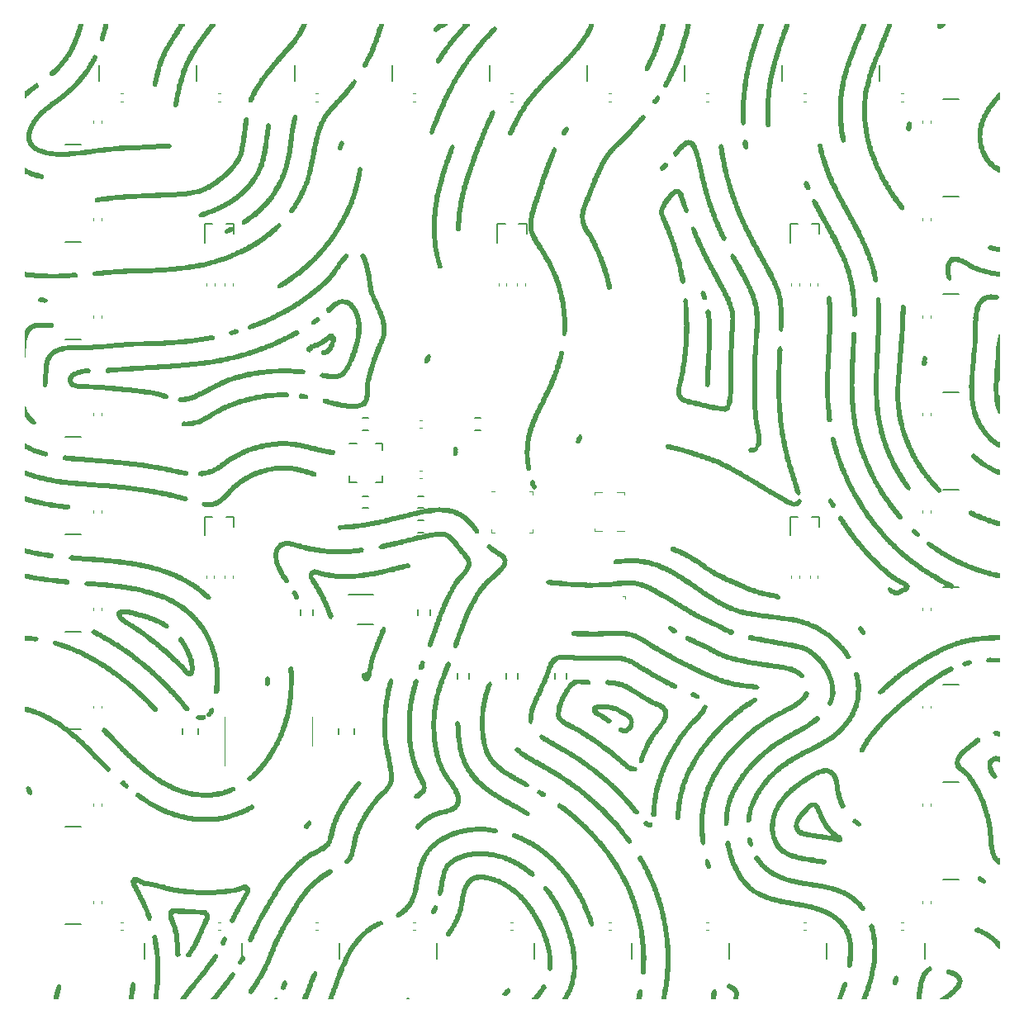
<source format=gto>
G04*
G04 #@! TF.GenerationSoftware,Altium Limited,Altium Designer,24.1.2 (44)*
G04*
G04 Layer_Color=16777215*
%FSLAX44Y44*%
%MOMM*%
G71*
G04*
G04 #@! TF.SameCoordinates,7EB18013-0C48-4019-8723-447A6BD9C726*
G04*
G04*
G04 #@! TF.FilePolarity,Positive*
G04*
G01*
G75*
%ADD10C,0.1000*%
%ADD11C,0.1500*%
G36*
X944688Y998958D02*
X944167Y998438D01*
X944062Y998333D01*
X943750Y998021D01*
X942292Y997188D01*
X941458Y996354D01*
X941042Y996146D01*
X940625Y995729D01*
X940208Y995521D01*
X939167Y995104D01*
X937917Y995312D01*
X936458Y996354D01*
X936250Y997188D01*
X936146Y997708D01*
X936354Y998333D01*
X936458Y999688D01*
X936354Y999792D01*
X944583Y999896D01*
X944688Y998958D01*
D02*
G37*
G36*
X433854D02*
X433125Y998229D01*
X431146Y997500D01*
X430417Y996979D01*
X428125Y995938D01*
X426771Y995208D01*
X426562Y994792D01*
X426458Y994688D01*
X425208Y993854D01*
X424375Y993646D01*
X423958Y993229D01*
X423542Y993021D01*
X423125Y992396D01*
X422708Y992188D01*
X422083Y991979D01*
X420417Y992188D01*
X419688Y992917D01*
X419271Y994375D01*
X419583Y995521D01*
X420625Y997188D01*
X422917Y998438D01*
X423229Y998750D01*
X423438Y999792D01*
X433750Y999896D01*
X433854Y998958D01*
D02*
G37*
G36*
X86354Y999792D02*
X86146Y998333D01*
X85625Y996146D01*
X85417Y995312D01*
X85000Y994271D01*
X84479Y992500D01*
X84062Y990833D01*
X83542Y988438D01*
X82917Y986771D01*
X82500Y985104D01*
X82083Y984062D01*
X81562Y983333D01*
X80833Y982604D01*
X80000Y982396D01*
X78542Y982604D01*
X78021Y983125D01*
X77812Y983542D01*
X77396Y984583D01*
X77604Y986458D01*
X77812Y987083D01*
X78229Y988750D01*
X78542Y990312D01*
X78958Y991354D01*
X79688Y993125D01*
Y993333D01*
X79896Y993958D01*
X80104Y994792D01*
X80417Y996562D01*
X80625Y997604D01*
X80833Y998438D01*
X81042Y999896D01*
X86354Y999792D01*
D02*
G37*
G36*
X456771D02*
X456562Y998750D01*
X455833Y997812D01*
X455417Y997604D01*
X452604Y994792D01*
X452396Y994375D01*
X451250Y993229D01*
X450833Y993021D01*
X450521Y992708D01*
X450312Y992292D01*
X449896Y991875D01*
X449688Y991458D01*
X447396Y989167D01*
Y988958D01*
X447292Y988854D01*
X445729Y987292D01*
X445521Y986875D01*
X444479Y985833D01*
X444271Y985417D01*
X443229Y983958D01*
X441979Y982708D01*
X441771Y982292D01*
X440729Y981250D01*
X440521Y980833D01*
X440104Y980417D01*
X439896Y980000D01*
X438438Y978542D01*
X438229Y978125D01*
X436875Y976146D01*
X436562Y975833D01*
X436354Y975417D01*
X435417Y974271D01*
X434896Y973542D01*
X433646Y971250D01*
X432396Y970000D01*
X431979Y968958D01*
X431771Y968542D01*
X430833Y967396D01*
X430521Y967083D01*
X429479Y965208D01*
X428438Y964167D01*
X427917Y962812D01*
X427396Y962083D01*
X426562Y961250D01*
X426354Y960833D01*
X425938Y960417D01*
X425833Y960104D01*
X424792Y959688D01*
X423542Y959896D01*
X422604Y960625D01*
X422188Y961667D01*
X422396Y964167D01*
X424479Y967083D01*
X424688Y967500D01*
X425729Y968958D01*
X426771Y970833D01*
X427604Y971667D01*
X428854Y973958D01*
X429688Y974792D01*
X429896Y975208D01*
X431250Y977188D01*
X431979Y977917D01*
X432188Y978333D01*
X433646Y980208D01*
X434062Y980625D01*
X434271Y981042D01*
X435208Y982188D01*
X435729Y982708D01*
X436354Y983750D01*
X437604Y985000D01*
X438646Y986875D01*
X440312Y988542D01*
X440521Y988958D01*
X441979Y990417D01*
X442188Y990833D01*
X442917Y991771D01*
X443333Y991979D01*
X443854Y992500D01*
X444062Y992917D01*
X444479Y993333D01*
X444688Y993750D01*
X445938Y995000D01*
X446146Y995417D01*
X448229Y997500D01*
X448438Y997917D01*
X449271Y998750D01*
X449479Y999583D01*
X449583Y999896D01*
X456771Y999792D01*
D02*
G37*
G36*
X368646Y998333D02*
X368542Y998229D01*
X368438Y998125D01*
X368125Y996771D01*
X367917Y995938D01*
X367292Y994271D01*
X366771Y993125D01*
X366354Y992083D01*
X365625Y988646D01*
X365208Y987604D01*
X364479Y986250D01*
X364062Y984792D01*
X363750Y983438D01*
X363333Y982396D01*
X362396Y980208D01*
X361458Y977604D01*
X360312Y975208D01*
X360000Y974062D01*
X359375Y972396D01*
X359062Y972083D01*
X358854Y971667D01*
X358229Y970208D01*
X357396Y967917D01*
X356771Y967292D01*
X356146Y965833D01*
X355625Y964479D01*
X354792Y963229D01*
X353854Y961042D01*
X353021Y959583D01*
X352396Y958542D01*
X351875Y957188D01*
X351354Y956458D01*
X351042Y956146D01*
X350625Y955938D01*
X349375Y955104D01*
X348333Y955312D01*
X347188Y956250D01*
X346771Y956667D01*
X346562Y957500D01*
X346771Y959167D01*
X347396Y959792D01*
X347604Y960208D01*
X349271Y963333D01*
X350104Y965208D01*
X351146Y967083D01*
X351979Y968333D01*
X352188Y969583D01*
X353229Y971458D01*
X354062Y973333D01*
X354375Y974479D01*
X355312Y976250D01*
X356146Y978125D01*
X356354Y978958D01*
X356875Y980312D01*
X357812Y981875D01*
X358125Y983229D01*
X358333Y984062D01*
X358958Y985729D01*
X359688Y987500D01*
X360104Y988958D01*
X360312Y989792D01*
X360625Y990938D01*
X361042Y991979D01*
X361562Y993125D01*
X362188Y995625D01*
X362917Y997604D01*
X363438Y998750D01*
X363646Y999792D01*
X368542Y999896D01*
X368646Y998333D01*
D02*
G37*
G36*
X657812Y999792D02*
X657604Y997500D01*
X656771Y995417D01*
X656146Y992917D01*
X655833Y991146D01*
X655625Y990104D01*
X655417Y989271D01*
X654271Y986458D01*
X654062Y985000D01*
X653750Y983854D01*
X652604Y981458D01*
X652188Y980000D01*
X651667Y977812D01*
X651354Y977083D01*
X650521Y975833D01*
X649688Y972500D01*
X649062Y971458D01*
X648229Y969583D01*
X647917Y968438D01*
X647500Y967396D01*
X646979Y966875D01*
X646562Y965833D01*
X646354Y965000D01*
X645833Y963646D01*
X644271Y960625D01*
X643750Y959271D01*
X642708Y957604D01*
X641979Y955833D01*
X641354Y954792D01*
X640312Y953333D01*
X639688Y952292D01*
X638542Y951771D01*
X636875Y951979D01*
X636146Y952708D01*
X635938Y953542D01*
X636146Y956250D01*
X637500Y958229D01*
X638542Y960938D01*
X639271Y962083D01*
X640312Y964375D01*
X641354Y966250D01*
X641979Y967708D01*
X642188Y968542D01*
X642708Y969896D01*
X643542Y971146D01*
X644062Y972500D01*
X644375Y973646D01*
X644792Y974688D01*
X645729Y976458D01*
X646354Y978958D01*
X646875Y980312D01*
X647604Y981667D01*
X648021Y983125D01*
X648438Y984792D01*
X649375Y987396D01*
X649896Y989167D01*
X650312Y990833D01*
X650625Y992188D01*
X651458Y994271D01*
X651667Y995104D01*
X651979Y996250D01*
X652500Y999896D01*
X653125D01*
X657812Y999792D01*
D02*
G37*
G36*
X60521D02*
X60312Y998333D01*
X60104Y997500D01*
X59583Y995104D01*
X59167Y994062D01*
X58646Y992917D01*
X58021Y990833D01*
X57708Y989479D01*
X57083Y987812D01*
X56354Y986042D01*
X55938Y984375D01*
X55417Y983021D01*
X54479Y980833D01*
X53542Y978229D01*
X53229Y977917D01*
X53021Y977500D01*
X51771Y974792D01*
X51146Y973750D01*
X49271Y970208D01*
X48438Y968958D01*
X48229Y968125D01*
X47812Y967708D01*
X47604Y967292D01*
X46771Y966458D01*
X46562Y966042D01*
X45521Y964167D01*
X44271Y962917D01*
X44062Y962500D01*
X43021Y961042D01*
X42604Y960625D01*
X42396Y960208D01*
X40938Y958333D01*
X40104Y957500D01*
X39479Y956458D01*
X38021Y955000D01*
X37812Y954583D01*
X37292Y954062D01*
X36875Y953854D01*
X35938Y952917D01*
X35729Y952500D01*
X34792Y951562D01*
X34375Y951354D01*
X32708Y949688D01*
X32292Y949479D01*
X30833Y948021D01*
X30417Y947812D01*
X29167Y946979D01*
X28333Y946771D01*
X27500Y946979D01*
X26354Y947917D01*
X25938Y948958D01*
X26146Y950625D01*
X27083Y951771D01*
X28750Y953438D01*
X29167Y953646D01*
X30104Y954375D01*
X30312Y954792D01*
X35938Y960417D01*
X36146Y960833D01*
X36875Y961771D01*
X37292Y961979D01*
X38021Y962708D01*
X38854Y964167D01*
X39479Y964792D01*
X39688Y965208D01*
X40104Y965625D01*
X40938Y967083D01*
X41979Y968125D01*
X42188Y968542D01*
X43542Y970521D01*
X44583Y972604D01*
X45104Y973333D01*
X45938Y974583D01*
X46250Y975521D01*
X46354Y975625D01*
X47188Y977083D01*
X48021Y978958D01*
X48750Y980938D01*
X49688Y982500D01*
X50000Y983646D01*
X50312Y984583D01*
X51042Y986562D01*
X51979Y988125D01*
X52292Y989896D01*
X52500Y990938D01*
X52917Y991979D01*
X54062Y994583D01*
X54375Y996146D01*
X54583Y996979D01*
X55312Y999375D01*
X55417Y999896D01*
X60521Y999792D01*
D02*
G37*
G36*
X164688D02*
X164479Y998542D01*
X163542Y997396D01*
X162604Y996458D01*
X162396Y996042D01*
X161354Y994167D01*
X160729Y993542D01*
X160521Y993125D01*
X159479Y991250D01*
X158646Y990417D01*
X158438Y990000D01*
X158021Y989583D01*
X156979Y987708D01*
X156146Y986250D01*
X154688Y984375D01*
X153229Y981667D01*
X152812Y981250D01*
X152604Y980833D01*
X151146Y978125D01*
X150729Y977708D01*
X150521Y977292D01*
X149271Y975000D01*
X148854Y974583D01*
X148646Y974167D01*
X146979Y971042D01*
X146146Y969792D01*
X145833Y968438D01*
X145104Y967292D01*
X144271Y965417D01*
X143958Y964062D01*
X143542Y963021D01*
X142396Y960625D01*
X141979Y958958D01*
X141667Y957812D01*
X141250Y956771D01*
X140312Y954583D01*
X140000Y952604D01*
X139792Y951562D01*
X139583Y950729D01*
X139062Y948958D01*
X138646Y947917D01*
X138438Y947083D01*
X138229Y945625D01*
X138021Y944792D01*
X137708Y943021D01*
X137500Y941979D01*
X136562Y938958D01*
X136354Y938125D01*
X136146Y936875D01*
X135417Y935938D01*
X134583Y935729D01*
X132708Y935938D01*
X132188Y936250D01*
X131771Y937292D01*
X131979Y941875D01*
X132188Y942500D01*
X132396Y943333D01*
X133125Y946562D01*
X133333Y947396D01*
X133646Y948542D01*
X134062Y950208D01*
X134375Y951771D01*
X134896Y953542D01*
X135104Y954375D01*
X135625Y955729D01*
X135938Y956875D01*
X136146Y957708D01*
X136458Y959479D01*
X136875Y960521D01*
X138021Y963125D01*
X138333Y964271D01*
X138958Y965938D01*
X139271Y966250D01*
X139896Y967708D01*
X140833Y970312D01*
X142708Y974062D01*
X143542Y975312D01*
X145104Y978125D01*
X145938Y979375D01*
X146979Y981250D01*
X147396Y981667D01*
X148229Y983542D01*
X148438Y983958D01*
X149375Y985104D01*
X149688Y985417D01*
X150104Y986458D01*
X150938Y987917D01*
X151562Y988542D01*
X152188Y990000D01*
X152812Y991042D01*
X153646Y991875D01*
X154688Y993958D01*
X154792Y994062D01*
X155521Y994792D01*
X155729Y995208D01*
X156562Y996667D01*
X157083Y997396D01*
X157500Y997604D01*
X157812Y997917D01*
X158229Y998958D01*
X158333Y999896D01*
X164688Y999792D01*
D02*
G37*
G36*
X683438Y998958D02*
X683229Y998333D01*
X683021Y997083D01*
X682604Y996042D01*
X682396Y995208D01*
X681979Y992708D01*
X681771Y991250D01*
X681562Y990417D01*
X680833Y988438D01*
X680312Y986667D01*
X679792Y983438D01*
X678750Y981146D01*
X678229Y979375D01*
X677917Y977604D01*
X677708Y976771D01*
X677292Y975729D01*
X676979Y975417D01*
X676354Y973333D01*
X676042Y971771D01*
X675417Y970104D01*
X674271Y967708D01*
X673750Y965521D01*
X673333Y964479D01*
X672604Y963125D01*
X671979Y961458D01*
Y961250D01*
X671667Y960104D01*
X670833Y958854D01*
X670312Y957500D01*
X670104Y956667D01*
X669583Y955312D01*
X668438Y953750D01*
X668125Y952604D01*
X667708Y951562D01*
X666354Y948958D01*
X665729Y947292D01*
X664688Y945833D01*
X664271Y944792D01*
X663021Y942500D01*
X662396Y941458D01*
X661875Y940104D01*
X661146Y938958D01*
X660729Y938542D01*
X660521Y938125D01*
X660104Y937083D01*
X659479Y936042D01*
X658542Y935104D01*
X657500Y934688D01*
X656458Y934896D01*
X655417Y935938D01*
X655000Y936146D01*
X654688Y937083D01*
X654896Y938125D01*
X655729Y939375D01*
X656042Y940521D01*
X657083Y942188D01*
X657604Y942708D01*
X658021Y943750D01*
X658542Y945104D01*
X659375Y946354D01*
X661146Y950000D01*
X662604Y953125D01*
X662812Y953542D01*
X663646Y955000D01*
X664271Y956458D01*
X664792Y957812D01*
X665104Y958125D01*
X665938Y960000D01*
X666146Y960833D01*
X666875Y962812D01*
X667188Y963125D01*
X668021Y965000D01*
X668333Y966354D01*
X668750Y967396D01*
X669688Y968958D01*
X670000Y970312D01*
X670208Y971146D01*
X670521Y972292D01*
X671042Y973646D01*
X671458Y974688D01*
X671979Y976042D01*
X672188Y976875D01*
X672500Y978229D01*
X672917Y979271D01*
X673854Y981458D01*
X674792Y985938D01*
X675417Y987604D01*
X675938Y989375D01*
X676146Y990833D01*
X676354Y991667D01*
X676667Y993021D01*
X676875Y993854D01*
X677292Y994896D01*
X677604Y996042D01*
X678021Y997708D01*
X678229Y999792D01*
X683333Y999896D01*
X683438Y998958D01*
D02*
G37*
G36*
X13750Y939479D02*
X14062Y939167D01*
X14271Y938750D01*
X15312Y937292D01*
X15104Y936250D01*
X14271Y935417D01*
X14062Y935000D01*
X13125Y934062D01*
X11250Y933021D01*
X9792Y931562D01*
X9375Y931354D01*
X8333Y930312D01*
X7917Y930104D01*
X6458Y929062D01*
X5208Y927812D01*
X4792Y927604D01*
X3542Y926354D01*
X3125Y926146D01*
X1979Y925000D01*
X1771Y924583D01*
X1458Y924271D01*
X625Y924062D01*
X104Y924167D01*
Y925208D01*
Y925417D01*
X208Y931354D01*
X1458Y931562D01*
X2604Y932500D01*
X3750Y933646D01*
X4167Y933854D01*
X4583Y934271D01*
X5000Y934479D01*
X5625Y935104D01*
X6042Y935312D01*
X6458Y935729D01*
X6875Y935938D01*
X8021Y936875D01*
X8750Y937604D01*
X10625Y938646D01*
X11250Y939271D01*
X11667Y939479D01*
X12292Y939688D01*
X13750Y939479D01*
D02*
G37*
G36*
X289688Y999792D02*
X289479Y998125D01*
X288854Y997500D01*
X288229Y996042D01*
X287812Y995000D01*
X287188Y993958D01*
X286771Y993542D01*
X286354Y992500D01*
X285833Y991146D01*
X285104Y990000D01*
X284688Y989583D01*
X283438Y987292D01*
X282604Y986458D01*
X281354Y984167D01*
X280312Y983125D01*
X279479Y981667D01*
X278750Y981146D01*
X277604Y979375D01*
X276354Y978125D01*
X276146Y977708D01*
X274688Y975833D01*
X274062Y975208D01*
X273854Y974792D01*
X272188Y973125D01*
X271979Y972708D01*
X270312Y971042D01*
X270104Y970625D01*
X268229Y968750D01*
X268021Y968333D01*
X266146Y966458D01*
X265938Y966042D01*
X265000Y964896D01*
X263646Y963542D01*
X263438Y963125D01*
X261771Y961458D01*
X261562Y961042D01*
X261146Y960625D01*
X260938Y960208D01*
X260104Y959375D01*
X259896Y958958D01*
X258229Y957292D01*
X258021Y956875D01*
X257083Y955729D01*
X256146Y954792D01*
X255521Y953750D01*
X254479Y952708D01*
X254271Y952292D01*
X253333Y951146D01*
X252604Y950417D01*
X252396Y950000D01*
X250938Y948125D01*
X250521Y947708D01*
X249688Y946250D01*
X248438Y945000D01*
X247188Y942708D01*
X246146Y941667D01*
X245312Y940208D01*
X244896Y939792D01*
X244688Y939375D01*
X244271Y938958D01*
X244062Y938125D01*
X243646Y937708D01*
X243438Y937292D01*
X242500Y936146D01*
X240938Y933542D01*
X239479Y930833D01*
X238542Y929688D01*
X238021Y928542D01*
X236146Y924583D01*
X235625Y923229D01*
X234479Y921042D01*
X234271Y920625D01*
X233750Y919896D01*
X232708Y919479D01*
X230833Y919688D01*
X230312Y920208D01*
X229896Y921250D01*
X230104Y923958D01*
X230312Y924583D01*
X231354Y926458D01*
X232188Y928333D01*
X232396Y929167D01*
X233438Y930625D01*
X234271Y932500D01*
X235104Y933958D01*
X235938Y935208D01*
X236979Y937083D01*
X237604Y937708D01*
X238854Y940000D01*
X239792Y941146D01*
X240833Y942812D01*
X241354Y943542D01*
X242188Y944792D01*
X242396Y945208D01*
X243438Y946250D01*
X243646Y946667D01*
X244479Y948125D01*
X245729Y949375D01*
X246771Y951250D01*
X248021Y952500D01*
X248646Y953542D01*
X249375Y954271D01*
X249688Y954375D01*
X249896Y954792D01*
X250729Y956250D01*
X252188Y957708D01*
X252396Y958125D01*
X253021Y958750D01*
X253229Y959167D01*
X253854Y959792D01*
X254062Y960208D01*
X255000Y961354D01*
X255938Y962292D01*
X256146Y962708D01*
X257083Y963854D01*
X257500Y964062D01*
X257812Y964375D01*
X258021Y964792D01*
X258958Y965938D01*
X259375Y966146D01*
X259896Y966667D01*
X260729Y968125D01*
X261458Y968646D01*
X261771Y968958D01*
X261979Y969375D01*
X262604Y970000D01*
X262812Y970417D01*
X264271Y971875D01*
X264479Y972292D01*
X267604Y975417D01*
X267812Y975833D01*
X268229Y976250D01*
X268438Y976667D01*
X270104Y978333D01*
X270833Y979688D01*
X271250Y979896D01*
X271771Y980417D01*
X271979Y980833D01*
X272396Y981250D01*
X272604Y981667D01*
X273854Y982917D01*
X274062Y983333D01*
X275000Y984479D01*
X275729Y985208D01*
X276562Y986667D01*
X277500Y987812D01*
X277812Y988125D01*
X278854Y990000D01*
X279479Y990625D01*
X281146Y993750D01*
X281562Y994167D01*
X281979Y995208D01*
X282500Y996562D01*
X283229Y997292D01*
X283438Y997708D01*
X284062Y999167D01*
X284167Y999896D01*
X287917D01*
X289688Y999792D01*
D02*
G37*
G36*
X650208Y926979D02*
X651562Y925625D01*
X651771Y924792D01*
X651875Y924271D01*
X651667Y923229D01*
X651354Y922917D01*
X651146Y922500D01*
X650521Y921875D01*
X649479Y920000D01*
X648854Y919375D01*
Y919167D01*
X647708Y918021D01*
X646250Y917812D01*
X644792Y918646D01*
X644062Y920000D01*
X644271Y921667D01*
X645208Y922812D01*
X645938Y923542D01*
X646146Y924375D01*
X647188Y925833D01*
X648438Y926875D01*
X648750Y927188D01*
X650208Y926979D01*
D02*
G37*
G36*
X196146Y999792D02*
X195938Y998333D01*
X194271Y996667D01*
X194167Y996354D01*
X194062Y996250D01*
X193854Y995833D01*
X193438Y995417D01*
X193229Y995000D01*
X192188Y993958D01*
X191979Y993542D01*
X191354Y992917D01*
X191146Y992500D01*
X190312Y991667D01*
X190104Y991250D01*
X189062Y989792D01*
X188438Y989167D01*
X187812Y988125D01*
X186875Y986979D01*
X186562Y986667D01*
X186354Y986250D01*
X184375Y983646D01*
X183229Y981875D01*
X182812Y981458D01*
X182604Y981042D01*
X181250Y979062D01*
X180521Y978333D01*
X179271Y976042D01*
X178646Y975417D01*
X178438Y975000D01*
X177188Y972708D01*
X176562Y972083D01*
X176354Y971667D01*
X175312Y969792D01*
X174896Y969375D01*
X174688Y968958D01*
X173021Y965833D01*
X172188Y964583D01*
X171979Y963750D01*
X170938Y962083D01*
X170729Y961667D01*
X169896Y959583D01*
X168229Y956042D01*
X167292Y953438D01*
X166979Y953125D01*
X166354Y951667D01*
X166146Y950833D01*
X165833Y949479D01*
X165417Y948438D01*
X164479Y946250D01*
X164167Y944896D01*
X163750Y942812D01*
X163542Y941979D01*
X162708Y939688D01*
X162292Y938021D01*
X161458Y933854D01*
X161250Y933021D01*
X160521Y930625D01*
X160312Y929792D01*
X159896Y926875D01*
X159167Y923646D01*
X158854Y922500D01*
X158646Y921667D01*
X158438Y920208D01*
X158229Y919375D01*
X157917Y917604D01*
X157396Y916250D01*
X156458Y915104D01*
X155417Y914688D01*
X154375Y914896D01*
X153229Y916042D01*
X153021Y916458D01*
X152604Y917500D01*
X152812Y919583D01*
X153646Y921458D01*
X153958Y923438D01*
X154375Y925938D01*
X154792Y928229D01*
X155000Y929271D01*
X155521Y931042D01*
X155938Y932708D01*
X156146Y934167D01*
X156458Y936146D01*
X156667Y936979D01*
X157500Y939271D01*
X157812Y940417D01*
X158021Y941250D01*
X158229Y942708D01*
X158542Y944062D01*
X159375Y946146D01*
X159688Y947083D01*
X160104Y948542D01*
X160625Y950938D01*
X161771Y953333D01*
X162188Y955000D01*
X162708Y956354D01*
X163854Y958750D01*
X164062Y959583D01*
X164583Y960938D01*
X166146Y963958D01*
X167396Y966250D01*
X168229Y968125D01*
X169062Y969583D01*
X169479Y970000D01*
X169688Y970417D01*
X170938Y972708D01*
X171562Y973333D01*
X171771Y973750D01*
X173021Y976042D01*
X173438Y976458D01*
X174688Y978750D01*
X175625Y979896D01*
X176667Y981562D01*
X177188Y982292D01*
X177604Y982708D01*
X177812Y983125D01*
X179167Y985104D01*
X179688Y985625D01*
X180729Y987500D01*
X181771Y988542D01*
X182604Y990000D01*
X183854Y991250D01*
X184896Y993125D01*
X185938Y994167D01*
X186146Y994583D01*
X187083Y995729D01*
X187812Y996458D01*
X188021Y996875D01*
X188958Y998021D01*
X189479Y998542D01*
X189688Y999375D01*
X189792Y999896D01*
X196146Y999792D01*
D02*
G37*
G36*
X758229D02*
X758021Y998333D01*
X757500Y996979D01*
X756562Y995417D01*
X756042Y992812D01*
X755833Y991979D01*
X755312Y990833D01*
X754479Y988958D01*
X754167Y987604D01*
X753958Y986562D01*
X753125Y984271D01*
X752604Y982917D01*
X752188Y981250D01*
X751875Y979896D01*
X751250Y978229D01*
X750312Y976042D01*
X750104Y975208D01*
X749896Y973750D01*
X749688Y972917D01*
X748958Y970938D01*
X748438Y969792D01*
X748229Y968958D01*
X747917Y967604D01*
X747500Y965104D01*
X747292Y964271D01*
X746875Y963229D01*
X746771Y963125D01*
X746458Y961979D01*
X746250Y961146D01*
X745833Y958646D01*
X745417Y956979D01*
X745000Y955938D01*
X744479Y954583D01*
X744271Y953125D01*
X744062Y951042D01*
X743854Y950208D01*
X743542Y948229D01*
X743333Y947396D01*
X743125Y946354D01*
X742812Y945208D01*
X742396Y942708D01*
X742188Y941250D01*
X741771Y936667D01*
X741562Y935833D01*
X741250Y933646D01*
X741042Y932604D01*
X740625Y930938D01*
X740417Y929062D01*
X740208Y923438D01*
X740000Y920521D01*
X739792Y899062D01*
X739583Y898229D01*
X738750Y896979D01*
X738333Y896562D01*
X737500Y896354D01*
X736458Y896562D01*
X735521Y897500D01*
X735312Y897917D01*
X734688Y899375D01*
X734479Y900208D01*
X734583Y903854D01*
X734479Y910833D01*
X734688Y911458D01*
X734896Y922500D01*
X735104Y923125D01*
X735417Y926354D01*
X735625Y928854D01*
X735833Y930729D01*
X736042Y932396D01*
X736458Y937396D01*
X736875Y939896D01*
X737083Y940729D01*
X737292Y941771D01*
X737708Y944479D01*
X737917Y945729D01*
X738333Y948438D01*
X738542Y950104D01*
X738750Y951354D01*
X739271Y953125D01*
X739688Y954792D01*
X740104Y957292D01*
X740312Y958750D01*
X740729Y960417D01*
X741250Y961771D01*
X741771Y963542D01*
X742188Y965208D01*
X742500Y967396D01*
X742708Y968229D01*
X743438Y970000D01*
X744271Y972708D01*
X744792Y975104D01*
X745312Y976250D01*
X745938Y978333D01*
X746458Y980521D01*
X746875Y982188D01*
X748021Y984792D01*
X748333Y986354D01*
X748542Y987188D01*
X749479Y989375D01*
X749896Y990833D01*
X750208Y991979D01*
X750417Y992812D01*
X750833Y993854D01*
X751771Y996042D01*
X752396Y998125D01*
X752604Y999583D01*
X752708Y999896D01*
X758229Y999792D01*
D02*
G37*
G36*
X784479D02*
X784271Y997500D01*
X784062Y996875D01*
X783854Y996042D01*
X782396Y992917D01*
X781979Y991458D01*
X781771Y990625D01*
X781354Y989583D01*
X780312Y987292D01*
X779896Y985625D01*
X779583Y984271D01*
X778438Y981875D01*
X778125Y980521D01*
X777917Y979479D01*
X777708Y978646D01*
X777188Y977292D01*
X776354Y975417D01*
X775729Y972917D01*
X775208Y971562D01*
X774792Y970521D01*
X774479Y969375D01*
X774271Y968542D01*
X774062Y967083D01*
X773646Y965417D01*
X773229Y964375D01*
X772604Y962917D01*
X772188Y961250D01*
X771875Y959479D01*
X771667Y958438D01*
X771042Y956771D01*
X770625Y955729D01*
X770312Y954583D01*
X770104Y953750D01*
X769896Y952292D01*
X769271Y949792D01*
X768958Y948438D01*
X768646Y947292D01*
X768438Y946458D01*
X767708Y941562D01*
X767500Y940312D01*
X767292Y939479D01*
X766875Y937396D01*
X766667Y936146D01*
X766458Y935104D01*
X766250Y932812D01*
X766042Y930938D01*
X765833Y928646D01*
X765625Y925938D01*
X765417Y924062D01*
X765208Y921562D01*
X765000Y919896D01*
X764792Y916146D01*
X764688Y899375D01*
Y899167D01*
X765000Y897188D01*
X765104Y896875D01*
X764896Y896250D01*
X763854Y894375D01*
X762917Y894062D01*
X761667Y894271D01*
X761250Y894688D01*
X760938Y894792D01*
X760729Y895208D01*
X759896Y897083D01*
X760104Y899375D01*
X759896Y900000D01*
X759688Y901875D01*
X759896Y902500D01*
X759688Y906458D01*
X759896Y920208D01*
X760104Y920833D01*
X760417Y927396D01*
X760625Y929896D01*
X761042Y932604D01*
X761250Y934479D01*
X761458Y935312D01*
X761771Y936458D01*
X761979Y938542D01*
X762292Y940938D01*
X762604Y943750D01*
X762812Y944583D01*
X763125Y945938D01*
X763438Y947083D01*
X764062Y949167D01*
X764375Y951354D01*
X764896Y953125D01*
X765208Y954479D01*
X765417Y955312D01*
X765938Y957083D01*
X766354Y959583D01*
X766771Y961250D01*
X767292Y962604D01*
X767812Y964375D01*
X768021Y965208D01*
X768333Y967188D01*
X768958Y968854D01*
X769896Y971042D01*
X770312Y972500D01*
X770625Y974062D01*
X771042Y975104D01*
X771979Y977292D01*
X772188Y978750D01*
X772500Y980104D01*
X773125Y981771D01*
X773646Y982917D01*
X774271Y985000D01*
X774583Y986146D01*
X775000Y987188D01*
X775729Y988542D01*
X776354Y991042D01*
X776875Y992396D01*
X778021Y995000D01*
X778333Y996354D01*
X778750Y997396D01*
X779479Y999167D01*
X779583Y999896D01*
X784479Y999792D01*
D02*
G37*
G36*
X908438Y900000D02*
X909167Y899479D01*
X909479Y899167D01*
X909896Y898125D01*
X909688Y893542D01*
X909583Y893438D01*
X909479Y893333D01*
X909271Y892292D01*
X908854Y891875D01*
X908646Y891458D01*
X908125Y890729D01*
X907708Y890521D01*
X907083Y890312D01*
X906042Y890521D01*
X904688Y891875D01*
X904271Y892917D01*
X904479Y896667D01*
X904688Y897292D01*
X904896Y898542D01*
X905833Y899688D01*
X906250Y900104D01*
X907396Y900417D01*
X908438Y900000D01*
D02*
G37*
G36*
X483021Y997500D02*
X483750Y996979D01*
X484062Y996667D01*
X484479Y995208D01*
X484167Y994062D01*
X483646Y993333D01*
X482812Y992500D01*
X482604Y992083D01*
X481667Y990938D01*
X481042Y990312D01*
X480625Y990104D01*
X480104Y989583D01*
X479479Y988542D01*
X478750Y987812D01*
X478333Y987604D01*
X478021Y987292D01*
X477812Y986875D01*
X476146Y985208D01*
X475938Y984792D01*
X474062Y982917D01*
X473854Y982500D01*
X473125Y981771D01*
X472708Y981562D01*
X472396Y981250D01*
X472188Y980833D01*
X471250Y979688D01*
X470312Y978750D01*
X470104Y978333D01*
X468646Y976875D01*
X468438Y976458D01*
X466979Y974583D01*
X466146Y973750D01*
X465938Y973333D01*
X465000Y972188D01*
X464479Y971667D01*
X464271Y971250D01*
X463125Y969688D01*
X462812Y969583D01*
X462604Y969167D01*
X461562Y967708D01*
X461354Y967292D01*
X460312Y966250D01*
X459688Y965208D01*
X458750Y964062D01*
X457604Y962292D01*
X456354Y961042D01*
X455833Y959688D01*
X454896Y958750D01*
X454688Y958333D01*
X454271Y957917D01*
X453229Y956042D01*
X452604Y955417D01*
X451354Y953125D01*
X450938Y952708D01*
X450729Y952292D01*
X449896Y951042D01*
X449062Y949583D01*
X448438Y948958D01*
X447917Y947604D01*
X447188Y946458D01*
X446771Y946042D01*
X446562Y945625D01*
X445312Y943333D01*
X444271Y941875D01*
X443750Y940521D01*
X443229Y939792D01*
X442812Y939375D01*
X442604Y938958D01*
X441979Y937500D01*
X440938Y935625D01*
X440521Y935208D01*
X440000Y933854D01*
X439583Y932812D01*
X439062Y932292D01*
X438854Y931875D01*
X438021Y930000D01*
X436771Y927708D01*
X436146Y926250D01*
X435833Y925104D01*
X435104Y923958D01*
X434688Y923542D01*
X434271Y922500D01*
X433542Y920521D01*
X433229Y920208D01*
X433021Y919792D01*
X432396Y919167D01*
Y918958D01*
X432188Y918125D01*
X431875Y916771D01*
X430312Y913750D01*
X429896Y912292D01*
X428229Y908750D01*
X427917Y907604D01*
X427188Y906042D01*
X426146Y903750D01*
X425208Y901146D01*
X424271Y899583D01*
X423958Y898229D01*
X423750Y897396D01*
X423333Y896354D01*
X422396Y894167D01*
X421458Y891562D01*
X420312Y888958D01*
X419583Y887604D01*
X419167Y887396D01*
X418750Y886979D01*
X417708Y886562D01*
X416667Y886771D01*
X415938Y887500D01*
X415312Y888958D01*
X415521Y890208D01*
X415938Y891250D01*
X416250Y892604D01*
X416979Y894583D01*
X418021Y896875D01*
X418333Y898229D01*
X418542Y899062D01*
X418854Y899792D01*
X419688Y901042D01*
X420104Y902083D01*
X420417Y903438D01*
X421562Y905625D01*
X421979Y907083D01*
X422500Y908438D01*
X422917Y909479D01*
X423229Y909792D01*
X424062Y911875D01*
X424688Y913542D01*
X425521Y915000D01*
X425938Y916042D01*
X426354Y917500D01*
X426875Y918854D01*
X427188Y919167D01*
X427396Y919583D01*
X427812Y920000D01*
X428125Y921146D01*
X428333Y921979D01*
X429896Y925000D01*
X430625Y926979D01*
X431458Y928229D01*
X431979Y929583D01*
X433229Y931875D01*
X434271Y934167D01*
X435312Y936042D01*
X437188Y939583D01*
X438021Y940833D01*
X438229Y941667D01*
X440104Y944375D01*
X440417Y945521D01*
X440729Y945833D01*
X440938Y946250D01*
X441562Y946875D01*
X443021Y949583D01*
X444271Y951875D01*
X445208Y953021D01*
X446146Y954583D01*
X446354Y955417D01*
X446771Y955833D01*
X446979Y956250D01*
X447604Y956875D01*
X447812Y957292D01*
X448646Y958542D01*
X448854Y958958D01*
X449479Y959583D01*
X449688Y960000D01*
X450521Y961458D01*
X451354Y962292D01*
X451562Y962708D01*
X452396Y964167D01*
X453333Y965312D01*
X454062Y966042D01*
X455104Y967917D01*
X455938Y968750D01*
X456562Y969792D01*
X457604Y970833D01*
X458438Y972292D01*
X459896Y973750D01*
X460104Y974167D01*
X461146Y975625D01*
X461562Y976042D01*
X461771Y976458D01*
X462396Y977083D01*
X462604Y977500D01*
X462917Y977812D01*
X463333Y978021D01*
X463646Y978333D01*
X463854Y978750D01*
X464896Y980208D01*
X465833Y981354D01*
X466979Y982500D01*
X467188Y982917D01*
X468646Y984375D01*
X468854Y984792D01*
X470312Y986250D01*
X470521Y986667D01*
X472188Y988333D01*
X472396Y988750D01*
X476146Y992500D01*
X476354Y992917D01*
X478229Y994792D01*
X478438Y995208D01*
X478958Y995729D01*
X479375Y995938D01*
X481042Y997604D01*
X482188Y997708D01*
X483021Y997500D01*
D02*
G37*
G36*
X557500Y894479D02*
X558229Y893750D01*
X558646Y892708D01*
X558438Y891458D01*
X557604Y890000D01*
X556979Y889375D01*
X556771Y888958D01*
X556354Y888542D01*
X556146Y888125D01*
X555521Y887500D01*
X555312Y887083D01*
X554375Y886146D01*
X553542Y885938D01*
X552083Y886146D01*
X551354Y886875D01*
X551146Y887292D01*
X550729Y888333D01*
X550833Y889271D01*
X550938Y889375D01*
X551146Y889792D01*
X551771Y890417D01*
X552812Y892292D01*
X553229Y892708D01*
X553438Y893125D01*
X555000Y894688D01*
X555833Y894896D01*
X556458Y895104D01*
X557500Y894479D01*
D02*
G37*
G36*
X584271Y999792D02*
X584062Y997500D01*
X582604Y995208D01*
X581875Y993229D01*
X581146Y992083D01*
X580521Y991042D01*
X580104Y990000D01*
X579271Y988542D01*
X578646Y987917D01*
X577188Y985208D01*
X576562Y984583D01*
X576354Y984167D01*
X575521Y982708D01*
X575104Y982292D01*
X574896Y981875D01*
X574479Y981458D01*
X573646Y980000D01*
X572604Y978958D01*
X572396Y978542D01*
X570938Y976667D01*
X570312Y976042D01*
X570104Y975625D01*
X569062Y974167D01*
X568229Y973333D01*
X568021Y972917D01*
X567083Y971771D01*
X566354Y971042D01*
X566146Y970625D01*
X565208Y969479D01*
X564792Y969271D01*
X564271Y968542D01*
X563542Y967604D01*
X563125Y967396D01*
X562812Y967083D01*
X562604Y966667D01*
X561667Y965521D01*
X561250Y965104D01*
X560833Y964896D01*
X560521Y964583D01*
X560312Y964167D01*
X559896Y963750D01*
X559688Y963333D01*
X557604Y961250D01*
X557396Y960833D01*
X556667Y960104D01*
X556250Y959896D01*
X555938Y959583D01*
X555729Y959167D01*
X554375Y957812D01*
X554062Y957708D01*
X553958Y957396D01*
X553646Y957292D01*
X553438Y956875D01*
X552917Y956354D01*
X552604Y956250D01*
X552396Y955833D01*
X550625Y954062D01*
X550208Y953854D01*
X548438Y952083D01*
X548229Y951667D01*
X546458Y949896D01*
X546042Y949688D01*
X545521Y949167D01*
X545312Y948750D01*
X543958Y947396D01*
X543542Y947188D01*
X542188Y945833D01*
X541979Y945417D01*
X535938Y939375D01*
X535729Y938958D01*
X533646Y936875D01*
X533438Y936458D01*
X531979Y935000D01*
X531771Y934583D01*
X531250Y934062D01*
X530833Y933854D01*
X530104Y933125D01*
X529896Y932708D01*
X528958Y931562D01*
X528542Y931354D01*
X528229Y931042D01*
X528021Y930625D01*
X526354Y928958D01*
X526146Y928542D01*
X525729Y928125D01*
X525521Y927708D01*
X524479Y926667D01*
X524271Y926250D01*
X523854Y925833D01*
X523646Y925417D01*
X522188Y923958D01*
X521354Y922500D01*
X520104Y921250D01*
X519479Y920208D01*
X518438Y919167D01*
X517396Y917292D01*
X516354Y916250D01*
X515104Y913958D01*
X514062Y912500D01*
X513229Y911042D01*
X512812Y910625D01*
X512604Y910208D01*
X511354Y907917D01*
X510729Y907292D01*
X510104Y905833D01*
X509062Y903958D01*
X508646Y903542D01*
X508229Y902500D01*
X507708Y901146D01*
X507396Y900833D01*
X507188Y900417D01*
X506771Y900000D01*
X506562Y899583D01*
X506146Y898542D01*
X505625Y897188D01*
X505104Y896458D01*
X504688Y896042D01*
X504271Y895000D01*
X503542Y893021D01*
X502812Y891875D01*
X502188Y890417D01*
X501458Y888438D01*
X501146Y888125D01*
X500938Y887708D01*
X499583Y885729D01*
X498750Y885521D01*
X497083Y885729D01*
X496146Y886667D01*
X495938Y888125D01*
X496146Y890000D01*
X497188Y891875D01*
X498229Y894167D01*
X499271Y896042D01*
X500104Y897917D01*
X500729Y899583D01*
X501771Y901042D01*
X502188Y902083D01*
X502396Y902917D01*
X502604Y903333D01*
X504062Y905417D01*
X504271Y906250D01*
X504896Y907292D01*
X505938Y908750D01*
X506146Y909583D01*
X507188Y911042D01*
X507604Y911458D01*
X509062Y914167D01*
X509479Y914583D01*
X509688Y915000D01*
X510938Y917292D01*
X511979Y918333D01*
X512188Y919167D01*
X513125Y920312D01*
X513438Y920625D01*
X513646Y921042D01*
X514479Y922500D01*
X515417Y923646D01*
X516146Y924375D01*
X516771Y925417D01*
X517604Y926250D01*
X517812Y926667D01*
X518750Y927812D01*
X519688Y928750D01*
X519896Y929167D01*
X520833Y930312D01*
X521979Y931458D01*
X522188Y931875D01*
X523125Y933021D01*
X524271Y934167D01*
X524479Y934583D01*
X526146Y936250D01*
X526354Y936667D01*
X527812Y938125D01*
X528021Y938542D01*
X530104Y940625D01*
X530312Y941042D01*
X531667Y942396D01*
X532083Y942604D01*
X532604Y943333D01*
X532917Y943646D01*
X533333Y943854D01*
X533854Y944375D01*
X534062Y944792D01*
X534792Y945729D01*
X535208Y945938D01*
X535625Y946354D01*
X535938Y946458D01*
X536146Y946875D01*
X537083Y947812D01*
X537500Y948021D01*
X537812Y948333D01*
X538021Y948750D01*
X538438Y949167D01*
X538542Y949479D01*
X538958Y949688D01*
X539375Y950104D01*
X539792Y950312D01*
X540625Y951562D01*
X541042Y951979D01*
X541458Y952188D01*
X542396Y953125D01*
X542604Y953542D01*
X542917Y953854D01*
X543333Y954062D01*
X547292Y958021D01*
X547708Y958229D01*
X548021Y958542D01*
X548229Y958958D01*
X549167Y959896D01*
X549583Y960104D01*
X549896Y960417D01*
X550104Y960833D01*
X550833Y961562D01*
X550938Y961667D01*
X552188Y962917D01*
X552396Y963333D01*
X553333Y964271D01*
X553646Y964375D01*
X553854Y964792D01*
X556146Y967083D01*
X556354Y967500D01*
X557292Y968438D01*
X557604Y968542D01*
X557812Y968958D01*
X558750Y970104D01*
X559167Y970521D01*
X559583Y970729D01*
X560104Y971458D01*
X561042Y972604D01*
X561562Y973125D01*
X561771Y973542D01*
X564062Y975833D01*
X564896Y977292D01*
X566146Y978542D01*
X566354Y978958D01*
X567292Y980104D01*
X567604Y980417D01*
X567812Y980833D01*
X568854Y982292D01*
X569271Y982708D01*
X569479Y983125D01*
X569896Y983542D01*
X570104Y983958D01*
X571146Y985417D01*
X571979Y986667D01*
X572812Y988125D01*
X573229Y988542D01*
X573438Y988958D01*
X573854Y989375D01*
X574271Y990417D01*
X575104Y991875D01*
X575729Y992500D01*
X576458Y994479D01*
X577292Y995729D01*
X577812Y996250D01*
X578542Y998229D01*
X578854Y999375D01*
X578958Y999896D01*
X584271Y999792D01*
D02*
G37*
G36*
X863229D02*
X863021Y998333D01*
X862188Y996458D01*
X861875Y995312D01*
X861458Y994271D01*
X860312Y992083D01*
X860000Y990938D01*
X859792Y990104D01*
X859375Y989062D01*
X858438Y987292D01*
X857812Y985208D01*
X856562Y982500D01*
X855938Y980417D01*
X854271Y976875D01*
X853854Y975417D01*
X852396Y972292D01*
X851979Y970833D01*
X851771Y970000D01*
X851354Y968958D01*
X850521Y967708D01*
X850208Y966354D01*
X850000Y965312D01*
X849583Y964271D01*
X848646Y962708D01*
X848333Y961354D01*
X848125Y960312D01*
X847708Y958646D01*
X846771Y956875D01*
X846354Y955833D01*
X845833Y953438D01*
X845625Y952604D01*
X845208Y951562D01*
X844271Y948542D01*
X843854Y946875D01*
X843542Y945104D01*
X843333Y944271D01*
X842812Y943125D01*
X842396Y941458D01*
X842188Y940000D01*
X841979Y939167D01*
X841667Y936771D01*
X841250Y935104D01*
X840833Y932604D01*
X840625Y931771D01*
X840417Y930521D01*
X840208Y928854D01*
X840000Y926771D01*
X839792Y924062D01*
X839583Y921146D01*
X839271Y915000D01*
X839479Y901667D01*
X839688Y901042D01*
X840000Y896146D01*
X840208Y893854D01*
X840625Y890521D01*
X840833Y888646D01*
X841042Y887396D01*
X841667Y884896D01*
X841979Y882083D01*
X841771Y880000D01*
X840833Y879062D01*
X839792Y878646D01*
X838958Y878854D01*
X838021Y879583D01*
X837812Y880000D01*
X836771Y882292D01*
X836354Y884792D01*
X836146Y886875D01*
X835729Y889375D01*
X835521Y891458D01*
X835208Y893438D01*
X835000Y894479D01*
X834688Y897292D01*
X834479Y898750D01*
X834271Y904583D01*
X834062Y911042D01*
X834271Y911667D01*
X834062Y916250D01*
X834271Y917083D01*
X834479Y924583D01*
X834688Y925208D01*
X835000Y928021D01*
X835208Y929271D01*
X835417Y930312D01*
X835521Y931042D01*
Y931250D01*
X835729Y931875D01*
X835938Y933958D01*
X836250Y936562D01*
X836667Y939271D01*
X836875Y940104D01*
X837812Y943125D01*
X838125Y945104D01*
X838542Y947396D01*
X839167Y949062D01*
X839688Y950417D01*
X839896Y951250D01*
X840104Y952708D01*
X840312Y953542D01*
X840625Y954688D01*
X841042Y955729D01*
X841354Y956042D01*
X841771Y957500D01*
X841979Y958333D01*
X842292Y959896D01*
X842708Y960938D01*
X843646Y962708D01*
X844271Y965208D01*
X844792Y966562D01*
X845729Y968125D01*
X846042Y969479D01*
X846250Y970312D01*
X846875Y971979D01*
X847812Y974167D01*
X848021Y975000D01*
X848750Y976979D01*
X849688Y978750D01*
X850833Y981979D01*
X851979Y984375D01*
X852292Y985729D01*
X852708Y986771D01*
X853646Y988333D01*
X854062Y989792D01*
X854792Y991771D01*
X855729Y993333D01*
X856042Y994688D01*
X856250Y995521D01*
X856875Y997188D01*
X857188Y997500D01*
X857396Y997917D01*
X857812Y998958D01*
X857917Y999896D01*
X863229Y999792D01*
D02*
G37*
G36*
X740417Y881146D02*
X740729Y880833D01*
X740938Y880417D01*
X741354Y880000D01*
X741562Y879583D01*
X741771Y878958D01*
X741979Y878125D01*
X741771Y877292D01*
X741979Y876458D01*
X742188Y875000D01*
X741979Y873125D01*
X741250Y872188D01*
X740208Y871771D01*
X738333Y871979D01*
X738021Y872292D01*
X736771Y875000D01*
X736667Y877604D01*
X736562Y877708D01*
X736458Y879062D01*
X736875Y880104D01*
X737396Y880833D01*
X738125Y881562D01*
X739375Y881771D01*
X740417Y881146D01*
D02*
G37*
G36*
X326354Y880208D02*
X326667Y879896D01*
X327083Y879688D01*
X327396Y879375D01*
X327812Y878333D01*
Y877292D01*
Y877083D01*
X327604Y875833D01*
X326562Y874167D01*
X326250Y873021D01*
X325833Y871979D01*
X325208Y871146D01*
X324792Y870938D01*
X323750Y870521D01*
X322917Y870729D01*
X321771Y871875D01*
X321354Y872917D01*
X321562Y874583D01*
X321979Y875625D01*
X322292Y876979D01*
X322917Y878646D01*
X323229Y878958D01*
X323438Y879375D01*
X324167Y880104D01*
X325208Y880521D01*
X326354Y880208D01*
D02*
G37*
G36*
X73542Y968438D02*
X74688Y967500D01*
X75104Y966458D01*
X74792Y965312D01*
X74271Y964167D01*
X73750Y962812D01*
X73229Y962083D01*
X72604Y961458D01*
X72188Y960417D01*
X71458Y958438D01*
X70521Y957500D01*
X69062Y954792D01*
X68438Y954167D01*
X68229Y953333D01*
X67396Y951875D01*
X66562Y951042D01*
X65729Y949583D01*
X64479Y948333D01*
X63646Y946875D01*
X62812Y946042D01*
X62604Y945625D01*
X62188Y945208D01*
X61562Y944167D01*
X60521Y943125D01*
X59688Y941667D01*
X57604Y939583D01*
X57396Y939167D01*
X55312Y937083D01*
X55104Y936667D01*
X54375Y935938D01*
X53958Y935729D01*
X51875Y933646D01*
X51458Y933438D01*
X47500Y929479D01*
X47083Y929271D01*
X46562Y928750D01*
X46354Y928333D01*
X45833Y927812D01*
X45417Y927604D01*
X45000Y927188D01*
X44583Y926979D01*
X43542Y925938D01*
X42500Y925312D01*
X41458Y924271D01*
X41042Y924062D01*
X39896Y923125D01*
X39479Y922917D01*
X39375Y922604D01*
X38958Y922396D01*
X38542Y921979D01*
X38125Y921771D01*
X36979Y920833D01*
X36458Y920312D01*
X36042Y920104D01*
X34167Y918646D01*
X33750Y918229D01*
X33333Y918021D01*
X31875Y916979D01*
X31250Y916354D01*
X30833Y916146D01*
X29375Y915312D01*
X28333Y914271D01*
X27917Y914062D01*
X26458Y913021D01*
X25625Y912188D01*
X24167Y911354D01*
X22917Y910104D01*
X22500Y909896D01*
X21354Y908958D01*
X19167Y906771D01*
X18750Y906562D01*
X18438Y906250D01*
X18229Y905833D01*
X16146Y903750D01*
X15938Y903333D01*
X15000Y902188D01*
X14479Y901667D01*
X14271Y901250D01*
X12188Y898333D01*
X11562Y897292D01*
X10521Y895833D01*
X9792Y893854D01*
X8854Y892292D01*
X8021Y889375D01*
X7812Y888542D01*
X7396Y885625D01*
X7604Y882500D01*
X7812Y881875D01*
X8021Y881042D01*
X8333Y879688D01*
X9167Y878438D01*
X9479Y878125D01*
X9688Y877708D01*
X10729Y876250D01*
X11042Y875938D01*
X12500Y875104D01*
X13125Y874479D01*
X13542Y874271D01*
X16667Y872604D01*
X17708Y872188D01*
X18542Y871979D01*
X19896Y871667D01*
X21042Y871354D01*
X23125Y870521D01*
X24479Y870208D01*
X27292Y869896D01*
X28750Y869688D01*
X32917Y869271D01*
X41250Y869062D01*
X41875Y869271D01*
X48229Y869583D01*
X53646Y870000D01*
X56146Y870208D01*
X57812Y870417D01*
X59896Y870833D01*
X60729Y871042D01*
X61979Y871250D01*
X64062Y871458D01*
X66354Y871667D01*
X68229Y871875D01*
X69896Y872083D01*
X71771Y872292D01*
X74271Y872708D01*
X75104Y872917D01*
X76146Y873125D01*
X78229Y873333D01*
X80104Y873542D01*
X82188Y873750D01*
X84479Y873958D01*
X88646Y874375D01*
X93333Y874896D01*
X95938Y875208D01*
X98021Y875417D01*
X104062Y875625D01*
X110729Y875833D01*
X118438Y876042D01*
X122396Y876250D01*
X127396Y876458D01*
X129271Y876667D01*
X133438Y876875D01*
X136771Y877083D01*
X144688Y877292D01*
X147188Y877500D01*
X148125Y877604D01*
X148750Y877396D01*
X149583Y877188D01*
X150000Y876771D01*
X150312Y876667D01*
X150521Y876250D01*
X150938Y875208D01*
X150729Y873750D01*
X150312Y873333D01*
X150208Y873021D01*
X149792Y872812D01*
X148750Y872396D01*
X147917Y872188D01*
X141458Y871979D01*
X128646Y871667D01*
X126979Y871458D01*
X121354Y871250D01*
X116771Y871042D01*
X113021Y870833D01*
X110729Y870625D01*
X104896Y870417D01*
X100312Y870208D01*
X96146Y870000D01*
X92812Y869792D01*
X90312Y869583D01*
X88229Y869375D01*
X86562Y869167D01*
X84062Y868750D01*
X81979Y868542D01*
X79479Y868125D01*
X74479Y867708D01*
X72604Y867500D01*
X69896Y867083D01*
X69062Y866875D01*
X68021Y866667D01*
X66354Y866458D01*
X65417Y866354D01*
X65208D01*
X63750Y866146D01*
X62917Y865938D01*
X58542Y865729D01*
X57917Y865521D01*
X55104Y865208D01*
X51354Y864583D01*
X48854Y864375D01*
X45312Y864167D01*
X40729Y863958D01*
X36042Y863854D01*
X35417Y864062D01*
X28021Y864375D01*
X26771Y864583D01*
X25938Y864792D01*
X24167Y865312D01*
X23333Y865521D01*
X21875Y865729D01*
X19688Y866250D01*
X17396Y867083D01*
X16354Y867500D01*
X15208Y867812D01*
X13542Y868438D01*
X12083Y869479D01*
X11042Y869896D01*
X9583Y870729D01*
X8958Y871354D01*
X8542Y871562D01*
X6771Y872917D01*
X6562Y873333D01*
X5521Y874792D01*
X4271Y876042D01*
X3958Y877188D01*
X3750Y878021D01*
X3333Y879062D01*
X3021Y879375D01*
X2604Y880417D01*
X2396Y881250D01*
X2292Y887812D01*
X2708Y890104D01*
X3125Y891146D01*
X3854Y892917D01*
X4167Y894271D01*
X4583Y895312D01*
X5104Y896042D01*
X5938Y897292D01*
X6458Y898646D01*
X7188Y899792D01*
X7604Y900208D01*
X8229Y901667D01*
X8438Y902083D01*
X9688Y903333D01*
X9896Y903750D01*
X10729Y905208D01*
X12188Y906667D01*
X12396Y907083D01*
X13333Y908229D01*
X13854Y908750D01*
X14062Y909167D01*
X16875Y911979D01*
X17292Y912188D01*
X18750Y913646D01*
X19167Y913854D01*
X20312Y914792D01*
X20833Y915312D01*
X21250Y915521D01*
X21667Y915938D01*
X23125Y916771D01*
X23542Y917188D01*
X23958Y917396D01*
X24375Y917812D01*
X24792Y918021D01*
X25938Y918958D01*
X26146Y919375D01*
X27708Y920312D01*
X28125Y920521D01*
X28646Y920833D01*
X28854Y921250D01*
X29167Y921562D01*
X29583Y921771D01*
X31458Y922812D01*
X32500Y923854D01*
X32917Y924062D01*
X33854Y924792D01*
X34062Y925208D01*
X34375Y925521D01*
X34792Y925729D01*
X36250Y926771D01*
X37083Y927604D01*
X37500Y927812D01*
X37917Y928229D01*
X38333Y928438D01*
X38958Y929271D01*
X39375Y929479D01*
X40833Y930521D01*
X42292Y931979D01*
X42708Y932188D01*
X44375Y933854D01*
X44792Y934062D01*
X45938Y935000D01*
X46875Y935938D01*
X47292Y936146D01*
X48438Y937292D01*
X48542Y937604D01*
X48958Y937812D01*
X50104Y938958D01*
X50312Y939375D01*
X51250Y940312D01*
X51562Y940417D01*
X51771Y940833D01*
X52188Y941250D01*
X52396Y941667D01*
X54271Y943542D01*
X54479Y943958D01*
X55729Y945208D01*
X55938Y945625D01*
X57812Y947500D01*
X58021Y947917D01*
X58958Y949062D01*
X59688Y949792D01*
X60729Y951667D01*
X61771Y952708D01*
X62812Y954583D01*
X63646Y955417D01*
X64896Y957708D01*
X65312Y958125D01*
X65521Y958542D01*
X66771Y960833D01*
X67396Y961458D01*
X68021Y962917D01*
X68542Y964271D01*
X69062Y965000D01*
X69688Y965625D01*
X70104Y966667D01*
X70938Y968125D01*
X72083Y968646D01*
X73542Y968438D01*
D02*
G37*
G36*
X658542Y858021D02*
X658646Y857917D01*
X659375Y857396D01*
X659896Y856875D01*
X660104Y855417D01*
X659896Y854583D01*
X658958Y853438D01*
X658542Y853229D01*
X656875Y851146D01*
X655833Y850104D01*
X654375Y849688D01*
X652917Y849896D01*
X652396Y850208D01*
X652188Y850625D01*
X651771Y851667D01*
X651979Y853333D01*
X652917Y854479D01*
X653229Y854792D01*
X653438Y855208D01*
X656250Y858021D01*
X657708Y858229D01*
X658542Y858021D01*
D02*
G37*
G36*
X1000104Y929583D02*
X1000000Y922188D01*
X998958Y921979D01*
X998229Y921458D01*
X998021Y921042D01*
X997083Y919896D01*
X996771Y919583D01*
X996562Y919167D01*
X995104Y917292D01*
X994479Y916667D01*
X993646Y915208D01*
X992708Y914062D01*
X992188Y913542D01*
X991146Y911667D01*
X990729Y911250D01*
X989479Y908958D01*
X988438Y907500D01*
X987708Y905521D01*
X986979Y904375D01*
X986146Y902500D01*
X985938Y901667D01*
X985417Y900312D01*
X984688Y898958D01*
X984271Y897917D01*
X984062Y896458D01*
X983854Y895625D01*
X983542Y894271D01*
X982812Y891875D01*
X982604Y891042D01*
X982292Y886771D01*
X982188Y883958D01*
X982396Y883333D01*
X982604Y878958D01*
X982812Y878333D01*
X983021Y877083D01*
X983438Y876042D01*
X984062Y873958D01*
X984583Y871771D01*
X985729Y869375D01*
X986458Y867396D01*
X986979Y866667D01*
X987396Y866250D01*
X987604Y865833D01*
X988854Y863542D01*
X989479Y862917D01*
X989688Y862500D01*
X990312Y861875D01*
X990521Y861458D01*
X992188Y859792D01*
X992396Y859375D01*
X992917Y858646D01*
X993333Y858438D01*
X993750Y858021D01*
X994167Y857812D01*
X994896Y857083D01*
X995104Y856667D01*
X996354Y855833D01*
X997500Y855104D01*
X998333Y854271D01*
X1000000Y853854D01*
X1000104Y847917D01*
X998958Y847812D01*
X997500Y848854D01*
X997083Y849271D01*
X996667Y849479D01*
X995625Y849896D01*
X995521Y850000D01*
X995208Y850312D01*
X994792Y850521D01*
X993750Y851562D01*
X992292Y852396D01*
X991771Y852917D01*
X991667Y853229D01*
X991250Y853438D01*
X990833Y853854D01*
X990417Y854062D01*
X988021Y856458D01*
X987812Y856875D01*
X987500Y857396D01*
X987083Y857604D01*
X986146Y858542D01*
X985521Y859583D01*
X984688Y860417D01*
X984479Y860833D01*
X983229Y863125D01*
X982604Y863750D01*
X982188Y864792D01*
X981667Y866146D01*
X981354Y866458D01*
X981146Y866875D01*
X980521Y867917D01*
X980104Y869375D01*
X979688Y871042D01*
X978646Y873333D01*
X978229Y876250D01*
X978021Y877083D01*
X977708Y879479D01*
X977500Y881146D01*
X977396Y889167D01*
X977604Y889792D01*
X978333Y895729D01*
X978750Y897396D01*
X979896Y900208D01*
X980104Y901042D01*
X980417Y902396D01*
X980833Y903438D01*
X981771Y904792D01*
X982083Y905938D01*
X982708Y907604D01*
X983438Y908333D01*
X984062Y909792D01*
X984583Y911146D01*
X985729Y912292D01*
X986146Y913333D01*
X987188Y915208D01*
X988021Y916042D01*
X988854Y917500D01*
X989688Y918333D01*
X990729Y920208D01*
X991771Y921250D01*
X991979Y921667D01*
X993021Y923125D01*
X994271Y924375D01*
X994479Y924792D01*
X995729Y926042D01*
X995938Y926458D01*
X996354Y926875D01*
X996562Y927292D01*
X997812Y928125D01*
X998958Y929688D01*
X1000104Y929583D01*
D02*
G37*
G36*
X1042Y852604D02*
X2396Y852083D01*
X2708Y851771D01*
X3333Y851562D01*
X5000Y850521D01*
X6042Y850104D01*
X6875Y849896D01*
X8229Y849375D01*
X8542Y849062D01*
X8958Y848854D01*
X10000Y848438D01*
X10104Y848333D01*
X11250Y848021D01*
X12604Y847708D01*
X13750Y847396D01*
X15729Y846667D01*
X17500Y846146D01*
X18854Y845833D01*
X19583Y845312D01*
X19896Y845000D01*
X20104Y844167D01*
X19896Y842292D01*
X19583Y841979D01*
X18125Y841354D01*
X17188Y841250D01*
X16146Y841458D01*
X13646Y842083D01*
X12604Y842292D01*
X11458Y842604D01*
X8750Y843646D01*
X7604Y843958D01*
X6771Y844167D01*
X5729Y844583D01*
X3542Y845729D01*
X1562Y846458D01*
X729Y846667D01*
X104Y846875D01*
X208Y852812D01*
X1042Y852604D01*
D02*
G37*
G36*
X802604Y839167D02*
X802917Y838854D01*
X803333Y838646D01*
X803646Y838333D01*
Y838125D01*
X803750Y838021D01*
X804062Y837708D01*
X804479Y836667D01*
X804792Y835521D01*
X805312Y834792D01*
X805938Y833750D01*
X806146Y832292D01*
X805833Y831146D01*
X805312Y830417D01*
X804792Y829896D01*
X803958Y829688D01*
X802500Y829896D01*
X801562Y830625D01*
X801354Y831042D01*
X800104Y833750D01*
X799583Y835104D01*
X799271Y836250D01*
X799479Y837500D01*
X800417Y839062D01*
X801458Y839479D01*
X802604Y839167D01*
D02*
G37*
G36*
X228542Y904688D02*
X229688Y903750D01*
X230104Y902708D01*
X229792Y899062D01*
X229583Y897396D01*
X228958Y893229D01*
X228750Y892188D01*
X228438Y889375D01*
X228229Y887917D01*
X228021Y884583D01*
X227812Y883125D01*
X227500Y881146D01*
X227292Y879896D01*
X227083Y879062D01*
X226875Y878021D01*
X226667Y877188D01*
X226250Y874688D01*
X226042Y872604D01*
X225938Y872292D01*
Y872083D01*
X225417Y869688D01*
X225208Y868854D01*
X224792Y867812D01*
X224479Y866667D01*
X224062Y865000D01*
X223333Y863021D01*
X222396Y861458D01*
X222188Y860625D01*
X220833Y858646D01*
X220312Y857708D01*
X220104Y857292D01*
X219167Y856146D01*
X218438Y855417D01*
X217604Y853958D01*
X216354Y852708D01*
X216146Y852292D01*
X215521Y851667D01*
X215417Y851354D01*
X215000Y851146D01*
X214688Y850833D01*
X214479Y850417D01*
X213854Y849792D01*
X213646Y849375D01*
X207292Y843021D01*
X206979Y842917D01*
X206875Y842604D01*
X206458Y842396D01*
X205833Y841771D01*
X205417Y841562D01*
X204375Y840521D01*
X203958Y840312D01*
X203542Y839896D01*
X203125Y839688D01*
X202396Y839167D01*
X202188Y838750D01*
X201875Y838438D01*
X201458Y838229D01*
X199583Y836771D01*
X199167Y836354D01*
X197292Y835312D01*
X196042Y834062D01*
X193750Y832812D01*
X193333Y832396D01*
X190625Y830938D01*
X190000Y830312D01*
X188958Y829896D01*
X188125Y829688D01*
X186250Y828646D01*
X184792Y828021D01*
X183750Y827604D01*
X182396Y827083D01*
X181458Y826562D01*
X179792Y826146D01*
X178333Y825938D01*
X177500Y825729D01*
X176146Y825417D01*
X174375Y824896D01*
X173542Y824688D01*
X170000Y824062D01*
X164479Y823542D01*
X162396Y823333D01*
X156771Y822917D01*
X154688Y822708D01*
X148854Y822500D01*
X146146Y822292D01*
X134688Y821875D01*
X124062Y821458D01*
X119062Y821250D01*
X112396Y820833D01*
X110729Y820625D01*
X105104Y820417D01*
X101562Y820208D01*
X95521Y819792D01*
X92188Y819583D01*
X90521Y819375D01*
X86771Y818750D01*
X85729Y818542D01*
X82917Y818229D01*
X80208Y818021D01*
X79375Y817812D01*
X76042Y817604D01*
X75417Y817396D01*
X73542Y817604D01*
X72396Y818333D01*
X72188Y819167D01*
X72396Y821250D01*
X72917Y821771D01*
X74062Y822083D01*
X74896Y822292D01*
X77396Y822500D01*
X78438Y822917D01*
X79583Y823229D01*
X83646Y823542D01*
X85312Y823750D01*
X87604Y823958D01*
X89688Y824167D01*
X91354Y824375D01*
X94167Y824688D01*
X96146Y825000D01*
X98021Y825208D01*
X104688Y825625D01*
X111354Y825833D01*
X117396Y826042D01*
X121771Y826250D01*
X127188Y826458D01*
X128438Y826667D01*
X132604Y826875D01*
X135312Y827083D01*
X141458Y827396D01*
X148542Y827604D01*
X154375Y827812D01*
X157083Y828021D01*
X162708Y828229D01*
X163333Y828438D01*
X165417Y828646D01*
X166042Y828854D01*
X168021Y829167D01*
X169688Y829375D01*
X172396Y829792D01*
X176146Y830417D01*
X176979Y830625D01*
X178021Y831042D01*
X179375Y831562D01*
X181042Y831979D01*
X182396Y832500D01*
X183958Y833438D01*
X185938Y834167D01*
X187083Y834896D01*
X188333Y835729D01*
X189688Y836250D01*
X190208Y836771D01*
X190625Y836979D01*
X191042Y837396D01*
X192083Y837812D01*
X192500Y838021D01*
X193646Y838958D01*
X194375Y839688D01*
X195417Y840104D01*
X196562Y841042D01*
X196875Y841354D01*
X197292Y841562D01*
X198750Y842604D01*
X199792Y843646D01*
X200208Y843854D01*
X200625Y844271D01*
X201042Y844479D01*
X202500Y845938D01*
X202917Y846146D01*
X204375Y847604D01*
X204792Y847812D01*
X205208Y848229D01*
X205625Y848438D01*
X206146Y849167D01*
X207083Y850104D01*
X207500Y850312D01*
X208021Y850833D01*
X208229Y851250D01*
X209896Y852917D01*
X210104Y853333D01*
X211771Y855000D01*
X211979Y855417D01*
X213646Y857083D01*
X213854Y857500D01*
X214688Y858958D01*
X215938Y860208D01*
X216458Y861562D01*
X216771Y861875D01*
X216979Y862292D01*
X217604Y862917D01*
X218021Y863958D01*
X218750Y865938D01*
X219688Y867500D01*
X219896Y868333D01*
X220104Y869792D01*
X220312Y870625D01*
X220625Y872188D01*
X220833Y873438D01*
X221250Y875521D01*
X221562Y876667D01*
X221771Y877500D01*
X221979Y878958D01*
X222188Y881042D01*
X222708Y884688D01*
X222917Y886562D01*
X223125Y887812D01*
X223333Y888854D01*
X223750Y892188D01*
X224062Y895000D01*
X224271Y896458D01*
X224583Y899896D01*
X224792Y901979D01*
X225000Y902812D01*
X225521Y903542D01*
X226667Y904688D01*
X227500Y904896D01*
X228542Y904688D01*
D02*
G37*
G36*
X889479Y999792D02*
X889271Y997292D01*
X888646Y995833D01*
X887708Y993229D01*
X887292Y992188D01*
X886146Y989583D01*
X885938Y988750D01*
X884479Y985625D01*
X884167Y984479D01*
X883542Y982812D01*
X883021Y981667D01*
X882188Y979583D01*
X881979Y978750D01*
X881562Y977708D01*
X880312Y975000D01*
X880104Y974167D01*
X879271Y972083D01*
X879062Y971667D01*
X878229Y969792D01*
X878021Y968958D01*
X877500Y967604D01*
X877188Y967292D01*
X876354Y965417D01*
X876042Y964271D01*
X875208Y961979D01*
X874062Y959375D01*
X873750Y958021D01*
X873125Y956354D01*
X872188Y954167D01*
X871771Y952708D01*
X870729Y950417D01*
X870312Y948958D01*
X870104Y948125D01*
X869688Y946667D01*
X869479Y945833D01*
X868646Y943750D01*
X868229Y942083D01*
X867917Y939688D01*
X867708Y937604D01*
X867500Y936771D01*
X866562Y935208D01*
X866146Y933542D01*
X865833Y931771D01*
X865625Y930729D01*
X865208Y928021D01*
X865000Y927188D01*
X864688Y924375D01*
X864479Y922292D01*
X864271Y918333D01*
X864167Y911771D01*
X864375Y900521D01*
X864583Y898438D01*
X865000Y895938D01*
X865417Y893229D01*
X865625Y892188D01*
X865938Y889375D01*
X866146Y888542D01*
X866458Y886354D01*
X866667Y885312D01*
X866875Y884479D01*
X867604Y882083D01*
X867812Y881250D01*
X868125Y879479D01*
X868333Y878229D01*
X868750Y876562D01*
X869271Y875417D01*
X869688Y874375D01*
X870000Y873021D01*
X870417Y870938D01*
X870625Y870104D01*
X871771Y867708D01*
X872396Y865208D01*
X873854Y862083D01*
X874271Y860417D01*
X875938Y856875D01*
X876250Y855729D01*
X877812Y852708D01*
X878333Y851354D01*
X879375Y849688D01*
X880417Y846979D01*
X881250Y845729D01*
X881562Y845417D01*
X882083Y844062D01*
X882500Y843021D01*
X883021Y842292D01*
X883854Y841042D01*
X884062Y840208D01*
X885729Y837708D01*
X886146Y836667D01*
X886354Y836250D01*
X887292Y835104D01*
X887604Y834792D01*
X888229Y833333D01*
X888854Y832292D01*
X889271Y831875D01*
X889479Y831458D01*
X890521Y829583D01*
X891458Y828438D01*
X891979Y827917D01*
X893229Y825625D01*
X893646Y825208D01*
X894688Y823333D01*
X895938Y822083D01*
X896979Y820208D01*
X897812Y819375D01*
X898750Y817604D01*
X899167Y817396D01*
X900104Y816458D01*
X900625Y815104D01*
X901979Y813750D01*
X902396Y812708D01*
X902188Y810625D01*
X901458Y809688D01*
X900625Y809479D01*
X900000Y809271D01*
X899375Y809479D01*
X898333Y810104D01*
X896562Y811875D01*
X896354Y812292D01*
X895521Y813750D01*
X894271Y815000D01*
X893438Y816458D01*
X892812Y817083D01*
X892604Y817500D01*
X892188Y817917D01*
X891354Y819375D01*
X890521Y820208D01*
X890104Y821250D01*
X889896Y821667D01*
X888854Y822708D01*
X888750Y822812D01*
X888438Y823125D01*
X888021Y824167D01*
X887188Y825625D01*
X886354Y826458D01*
X885312Y828333D01*
X884271Y829792D01*
X883021Y832083D01*
X882604Y832500D01*
X882396Y833333D01*
X881042Y835312D01*
X880521Y835833D01*
X879896Y837292D01*
X878854Y839167D01*
X877188Y842292D01*
X876771Y842708D01*
X876562Y843125D01*
X876146Y844167D01*
X875625Y845521D01*
X874792Y846771D01*
X873854Y848958D01*
X871979Y852917D01*
X871667Y854062D01*
X870625Y855729D01*
X870104Y857083D01*
X869792Y858438D01*
X868438Y861458D01*
X868021Y863125D01*
X867500Y864479D01*
X866771Y865833D01*
X866354Y866875D01*
X866042Y868229D01*
X865833Y869271D01*
X865208Y870938D01*
X864792Y871979D01*
X864479Y873125D01*
X864271Y873958D01*
X863750Y876354D01*
X863542Y877188D01*
X863021Y878542D01*
X862604Y880000D01*
X862396Y880833D01*
X862083Y882604D01*
X861875Y883854D01*
X861667Y884896D01*
X861250Y887188D01*
X860833Y888229D01*
X860521Y891042D01*
X860312Y893125D01*
X860104Y893958D01*
X859583Y899479D01*
X859375Y901562D01*
X859167Y905938D01*
X859062Y918333D01*
X859271Y918958D01*
X859583Y923438D01*
X859792Y925312D01*
X860000Y927396D01*
X860208Y929688D01*
X860625Y932396D01*
X860833Y934688D01*
X861667Y935938D01*
X862188Y937292D01*
X862500Y938854D01*
X862708Y939688D01*
X863125Y941771D01*
X863750Y944271D01*
X863958Y945312D01*
X864167Y946562D01*
X864375Y947604D01*
X865000Y949271D01*
X865521Y950417D01*
X866146Y952500D01*
X866354Y953333D01*
X866875Y954688D01*
X867812Y956875D01*
X868229Y958333D01*
X868438Y959167D01*
X869896Y962292D01*
X870104Y963125D01*
X871042Y965729D01*
X872188Y968333D01*
X872500Y969688D01*
X874062Y972708D01*
X874375Y974062D01*
X874792Y975104D01*
X875729Y976667D01*
X876354Y978958D01*
X876771Y980000D01*
X876979Y980417D01*
X878021Y982708D01*
X878333Y984062D01*
X878750Y985104D01*
X879688Y986667D01*
X879896Y987500D01*
X880312Y988542D01*
X880625Y989688D01*
X881771Y991875D01*
X882188Y993333D01*
X882396Y994167D01*
X882917Y995521D01*
X883854Y997083D01*
X884271Y998542D01*
X884375Y999896D01*
X889479Y999792D01*
D02*
G37*
G36*
X339583Y943229D02*
X339896Y942917D01*
X340104Y942500D01*
X340729Y941458D01*
X340938Y940625D01*
X339271Y937500D01*
X338229Y936042D01*
X338021Y935625D01*
X337396Y935000D01*
X337292Y934688D01*
X336875Y934479D01*
X335729Y932917D01*
X335521Y932500D01*
X334479Y931458D01*
X334271Y931042D01*
X333333Y929896D01*
X332396Y928958D01*
X332188Y928542D01*
X331250Y927396D01*
X330312Y926458D01*
X330104Y926042D01*
X328229Y924167D01*
X328021Y923750D01*
X327604Y923333D01*
X327396Y922917D01*
X326667Y922188D01*
X326354Y922083D01*
X326146Y921667D01*
X325521Y921042D01*
X325312Y920625D01*
X324583Y919896D01*
X324167Y919688D01*
X323646Y918958D01*
X321562Y916875D01*
X321354Y916458D01*
X319896Y915000D01*
X319688Y914583D01*
X319167Y914062D01*
X318750Y913854D01*
X318438Y913542D01*
X318229Y913125D01*
X317292Y911979D01*
X315938Y910625D01*
X315729Y910208D01*
X314792Y909062D01*
X314271Y908333D01*
X313333Y907188D01*
X312604Y906458D01*
X312396Y906042D01*
X311042Y904062D01*
X310521Y903542D01*
X309896Y902083D01*
X309271Y901042D01*
X308229Y899583D01*
X308021Y898750D01*
X306146Y894792D01*
X305833Y893646D01*
X305625Y892812D01*
X305208Y891771D01*
X304896Y891458D01*
X304479Y890417D01*
X304062Y888958D01*
X303542Y886354D01*
X302708Y884062D01*
X302396Y882917D01*
X302188Y882083D01*
X301667Y878646D01*
X301250Y876979D01*
X300833Y875938D01*
X300417Y874271D01*
X300104Y871458D01*
X299896Y870000D01*
X299688Y869167D01*
X299375Y867604D01*
X299062Y866458D01*
X298646Y865000D01*
X298229Y862500D01*
X298021Y861667D01*
X297708Y859479D01*
X297500Y858229D01*
X297083Y856146D01*
X296667Y854479D01*
X296250Y852396D01*
X296042Y851562D01*
X295625Y849062D01*
X295417Y848229D01*
X295000Y847188D01*
X294479Y845417D01*
X293854Y842917D01*
X293542Y841146D01*
X293125Y840104D01*
X292812Y839792D01*
X292396Y838333D01*
X292188Y837500D01*
X291667Y836146D01*
X291250Y835104D01*
X290312Y832917D01*
X289375Y830312D01*
X289062Y830000D01*
X288438Y828542D01*
X287917Y827188D01*
X287500Y826146D01*
X285938Y823542D01*
X285521Y822500D01*
X284479Y820833D01*
X284062Y819792D01*
X283021Y817917D01*
X282604Y817500D01*
X281979Y816042D01*
X281771Y815625D01*
X280833Y814479D01*
X279583Y811979D01*
X279167Y811354D01*
X278750Y811146D01*
X278438Y810833D01*
X277188Y808542D01*
X275000Y806354D01*
X274167Y806146D01*
X273125Y806354D01*
X272188Y807083D01*
X271771Y808125D01*
X271562Y808958D01*
X272292Y810938D01*
X272604Y811250D01*
X272812Y811667D01*
X274792Y814271D01*
X275312Y815000D01*
X276562Y817292D01*
X277500Y818438D01*
X278854Y820833D01*
X279271Y821250D01*
X279479Y821667D01*
X281146Y824792D01*
X281771Y825833D01*
X282708Y828438D01*
X284062Y831042D01*
X284583Y832396D01*
X285000Y833438D01*
X285729Y834792D01*
X286354Y836250D01*
X286771Y837708D01*
X288021Y840417D01*
X288542Y842812D01*
X288958Y843854D01*
X289688Y846250D01*
X289896Y847083D01*
X290312Y850000D01*
X290521Y850833D01*
X290833Y852188D01*
X291562Y854583D01*
X291771Y855417D01*
X291979Y856875D01*
X293125Y862188D01*
X293333Y863229D01*
X293542Y864062D01*
X293958Y866146D01*
X294167Y867812D01*
X294375Y869896D01*
X294688Y871875D01*
X295104Y872917D01*
X295417Y874688D01*
X295625Y875729D01*
X295938Y876875D01*
X296354Y879375D01*
X296562Y880208D01*
X296875Y882188D01*
X297708Y884479D01*
X298125Y886146D01*
X298333Y887396D01*
X298542Y888229D01*
X299167Y889896D01*
X299688Y891250D01*
X300104Y892708D01*
X300417Y894062D01*
X301042Y895729D01*
X301354Y896042D01*
X301771Y897083D01*
X301979Y897917D01*
X302708Y899896D01*
X303542Y901146D01*
X304062Y902083D01*
X304583Y903438D01*
X304896Y903750D01*
X305104Y904167D01*
X305521Y904583D01*
X306146Y906042D01*
X306354Y906458D01*
X307292Y907604D01*
X307812Y908125D01*
X308333Y909479D01*
X309896Y911042D01*
X310104Y911458D01*
X311146Y912917D01*
X312188Y913958D01*
X312396Y914375D01*
X313333Y915521D01*
X313750Y915938D01*
X314167Y916146D01*
X314479Y916458D01*
X314688Y916875D01*
X315729Y917917D01*
X315938Y918333D01*
X316354Y918750D01*
X316562Y919167D01*
X317083Y919688D01*
X317500Y919896D01*
X318021Y920417D01*
X318229Y920833D01*
X319167Y921979D01*
X319583Y922188D01*
X320312Y922917D01*
X320521Y923333D01*
X322188Y925000D01*
X322396Y925417D01*
X322917Y925938D01*
X323333Y926146D01*
X323646Y926458D01*
X323854Y926875D01*
X324271Y927292D01*
X324479Y927708D01*
X324792Y928021D01*
X324896Y928125D01*
X325938Y929167D01*
X326146Y929583D01*
X327812Y931250D01*
X328021Y931667D01*
X328958Y933021D01*
X329375Y933229D01*
X329896Y933750D01*
X330104Y934167D01*
X331042Y935312D01*
X331979Y936250D01*
X332812Y937708D01*
X333854Y938750D01*
X334688Y940208D01*
X335312Y940833D01*
X335521Y941250D01*
X337292Y943021D01*
X337708Y943229D01*
X338333Y943438D01*
X339583Y943229D01*
D02*
G37*
G36*
X671458Y830729D02*
X671875Y830521D01*
X673333Y829479D01*
X673854Y828958D01*
X674062Y828542D01*
X675104Y827083D01*
X675729Y825625D01*
X676042Y824271D01*
X676250Y823438D01*
X676875Y821771D01*
X677812Y819583D01*
X678333Y817188D01*
X678750Y816146D01*
X679688Y813958D01*
X679896Y813125D01*
X680208Y811771D01*
X680833Y810104D01*
X681146Y809792D01*
X681250Y808854D01*
X681042Y808021D01*
X680729Y807708D01*
X680104Y806667D01*
X679583Y806146D01*
X678542Y805938D01*
X677083Y806771D01*
X676562Y807292D01*
X675938Y809375D01*
X674271Y812917D01*
X673958Y814688D01*
X673750Y815521D01*
X672604Y818125D01*
X672396Y818958D01*
X672083Y820104D01*
X671875Y820938D01*
X671250Y822604D01*
X670521Y824375D01*
X669792Y825729D01*
X668542Y825938D01*
X667083Y824896D01*
X665208Y823021D01*
X664896Y822917D01*
X664688Y822500D01*
X663438Y821250D01*
X663229Y820833D01*
X661562Y819167D01*
X661354Y818750D01*
X660729Y818125D01*
X660521Y817708D01*
X659479Y815833D01*
X659062Y815417D01*
X658854Y815000D01*
X658438Y814583D01*
X658125Y813438D01*
X657708Y812396D01*
X656979Y811250D01*
X656354Y810208D01*
X656146Y809375D01*
X655938Y807917D01*
X656146Y805417D01*
X657604Y802292D01*
X658021Y800625D01*
X658542Y799271D01*
X658854Y798958D01*
X659062Y798542D01*
X659896Y796667D01*
X660729Y794375D01*
X661562Y793125D01*
X662188Y791042D01*
X662708Y789688D01*
X663854Y787292D01*
X664271Y785625D01*
X664688Y784583D01*
X665729Y782292D01*
X666146Y780625D01*
X666875Y778646D01*
X667188Y777917D01*
X667604Y776875D01*
X668229Y774792D01*
X668438Y773542D01*
X669479Y771250D01*
X670104Y768750D01*
X670417Y767396D01*
X670625Y766562D01*
X671042Y765521D01*
X671979Y762500D01*
X672500Y760104D01*
X673229Y757708D01*
X674062Y754375D01*
X674271Y752917D01*
X674792Y750521D01*
X675208Y749479D01*
X675521Y748333D01*
X675938Y746667D01*
X676146Y744167D01*
X676354Y743542D01*
X676667Y741771D01*
X677500Y738438D01*
X677812Y736875D01*
X677604Y736250D01*
X677396Y735417D01*
X676979Y735000D01*
X676771Y734583D01*
X676458Y734271D01*
X675000Y733854D01*
X673958Y734271D01*
X673229Y735000D01*
X672604Y736458D01*
X672188Y738958D01*
X671875Y740312D01*
X671458Y743021D01*
X671250Y743854D01*
X670938Y745000D01*
X670521Y746458D01*
X670312Y747917D01*
X670104Y748750D01*
Y749167D01*
Y749375D01*
X669896Y750208D01*
X669583Y751771D01*
X669062Y752917D01*
X668646Y754375D01*
X668438Y755208D01*
X668229Y756667D01*
X668021Y757500D01*
X667500Y759688D01*
X666979Y761042D01*
X666146Y764375D01*
X665833Y765729D01*
X665417Y766771D01*
X664479Y768958D01*
X664271Y770417D01*
X664062Y771250D01*
X663750Y772396D01*
X663333Y773438D01*
X662812Y774583D01*
X662396Y775625D01*
X661875Y777812D01*
X661458Y778854D01*
X661146Y779167D01*
X660521Y780625D01*
X660208Y781979D01*
X660000Y783021D01*
X659583Y784062D01*
X658646Y785625D01*
X658333Y786979D01*
X658125Y787812D01*
X657083Y790104D01*
X656771Y790417D01*
X656562Y791250D01*
X656146Y792292D01*
X655938Y793125D01*
X654062Y797083D01*
X653542Y798438D01*
X653125Y799479D01*
X652812Y799792D01*
X652188Y801875D01*
X651771Y803542D01*
X651042Y805521D01*
X650729Y806667D01*
X650521Y807500D01*
X650729Y809583D01*
X651562Y810833D01*
X651979Y811875D01*
X652292Y813021D01*
X652708Y814062D01*
X653021Y814375D01*
X653854Y816250D01*
X654479Y817917D01*
X655938Y820000D01*
X656771Y821458D01*
X657604Y822292D01*
X657812Y822708D01*
X658958Y824271D01*
X659375Y824479D01*
X659688Y824792D01*
X659896Y825208D01*
X662708Y828021D01*
X663750Y828646D01*
X664062Y828958D01*
X664271Y829375D01*
X667188Y830833D01*
X668021Y831042D01*
X670417Y831146D01*
X671458Y830729D01*
D02*
G37*
G36*
X251458Y898854D02*
X252188Y898125D01*
X252604Y897083D01*
X252812Y896250D01*
X252500Y893854D01*
X252083Y889688D01*
X251875Y888021D01*
X251667Y885938D01*
X251458Y884062D01*
X251250Y883021D01*
X250625Y879271D01*
X250208Y875938D01*
X250000Y873438D01*
X249583Y871146D01*
X249062Y867708D01*
X248646Y866667D01*
X248333Y865312D01*
X248125Y864062D01*
X247917Y862396D01*
X247708Y861354D01*
X247500Y860521D01*
X247188Y859792D01*
X246354Y857917D01*
X246146Y856458D01*
X245625Y854271D01*
X245104Y853750D01*
X244896Y853333D01*
X244271Y851875D01*
X243854Y850208D01*
X242396Y847917D01*
X242188Y847083D01*
X241667Y845729D01*
X241354Y845417D01*
X241146Y845000D01*
X240521Y844375D01*
X239062Y841667D01*
X238646Y841250D01*
X237396Y838958D01*
X236771Y838333D01*
X236562Y837917D01*
X235729Y836458D01*
X234271Y835000D01*
X234062Y834583D01*
X233125Y833438D01*
X232812Y833125D01*
X232604Y832708D01*
X231667Y831562D01*
X227292Y827188D01*
X226875Y826979D01*
X226562Y826667D01*
X226354Y826250D01*
X225833Y825729D01*
X225417Y825521D01*
X223750Y823854D01*
X223333Y823646D01*
X222396Y822917D01*
X222188Y822500D01*
X220417Y821354D01*
X219167Y820104D01*
X217708Y819271D01*
X216667Y818229D01*
X215208Y817396D01*
X214688Y817083D01*
X214479Y816667D01*
X213125Y815938D01*
X211667Y815104D01*
X210521Y814167D01*
X209375Y813646D01*
X208333Y813021D01*
X207083Y812188D01*
X205729Y811667D01*
X205000Y811354D01*
X203542Y810312D01*
X202188Y809792D01*
X201146Y809375D01*
X200000Y808646D01*
X198542Y808021D01*
X197708Y807812D01*
X196354Y807292D01*
X195104Y806458D01*
X193750Y805938D01*
X192396Y805625D01*
X191354Y805208D01*
X189583Y804271D01*
X187917Y803854D01*
X185729Y803333D01*
X183125Y802188D01*
X181667Y801979D01*
X180208Y802188D01*
X179062Y803125D01*
X178646Y804583D01*
X179271Y805625D01*
X180417Y806771D01*
X180833Y806979D01*
X181875Y807396D01*
X183333Y807812D01*
X184688Y808125D01*
X186354Y808750D01*
X188542Y809688D01*
X190208Y810104D01*
X191354Y810417D01*
X193958Y811771D01*
X195104Y812083D01*
X196146Y812500D01*
X196667Y813021D01*
X197083Y813229D01*
X198542Y813854D01*
X199688Y814167D01*
X200417Y814688D01*
X200833Y815104D01*
X201250Y815312D01*
X202708Y815938D01*
X203542Y816146D01*
X204688Y817083D01*
X205000Y817396D01*
X206042Y817812D01*
X207396Y818333D01*
X208646Y819375D01*
X210417Y820312D01*
X210833Y820729D01*
X211250Y820938D01*
X211875Y821562D01*
X213333Y822396D01*
X213750Y822812D01*
X214167Y823021D01*
X214583Y823438D01*
X216042Y824271D01*
X217083Y825312D01*
X217500Y825521D01*
X219375Y826979D01*
X220417Y828021D01*
X220833Y828229D01*
X222292Y829688D01*
X222708Y829896D01*
X223854Y830833D01*
X224062Y831250D01*
X225000Y832188D01*
X225417Y832396D01*
X225729Y832708D01*
X225938Y833125D01*
X227812Y835000D01*
X228021Y835417D01*
X228438Y835833D01*
X228646Y836250D01*
X228958Y836562D01*
X229271Y836667D01*
X229479Y837083D01*
X229896Y837500D01*
X230104Y837917D01*
X231042Y839062D01*
X231979Y840000D01*
X232812Y841458D01*
X233438Y842083D01*
X233646Y842500D01*
X234688Y844375D01*
X235104Y844792D01*
X235312Y845208D01*
X235729Y845625D01*
X236354Y847083D01*
X236979Y848125D01*
X237396Y848542D01*
X238021Y850000D01*
X238750Y851979D01*
X239271Y852708D01*
X239896Y854167D01*
X240104Y855000D01*
X241042Y857604D01*
X241458Y858646D01*
X241979Y860417D01*
X242188Y861250D01*
X242500Y863021D01*
X242708Y863854D01*
X243646Y866875D01*
X243854Y867708D01*
X244271Y870625D01*
X244583Y873229D01*
X245000Y875729D01*
X245312Y876875D01*
X245521Y877708D01*
X245729Y879167D01*
X245938Y881250D01*
X246146Y884375D01*
X246250Y884479D01*
X246458Y887396D01*
X246875Y891146D01*
X247083Y891979D01*
X247396Y892917D01*
X247812Y894583D01*
X248021Y897083D01*
X248646Y898125D01*
X249375Y898854D01*
X250208Y899062D01*
X251458Y898854D01*
D02*
G37*
G36*
X279167Y907188D02*
X280104Y906250D01*
X280312Y904792D01*
X280104Y902292D01*
X279896Y901667D01*
X279167Y899688D01*
X278646Y897917D01*
X278438Y897083D01*
X278125Y894688D01*
X277604Y890417D01*
X277396Y889583D01*
X276875Y886979D01*
X276354Y882292D01*
X276146Y881458D01*
X275833Y877812D01*
X275625Y876146D01*
X275417Y874062D01*
X275104Y872083D01*
X274688Y871042D01*
X273750Y863646D01*
X273542Y862604D01*
X273333Y861771D01*
X272396Y858750D01*
X272188Y857292D01*
X271667Y854896D01*
X271458Y854062D01*
X270625Y851979D01*
X270312Y850833D01*
X270000Y849479D01*
X269792Y848438D01*
X269167Y847188D01*
X268646Y846042D01*
X268229Y844583D01*
X267708Y843229D01*
X267292Y842188D01*
X266979Y841875D01*
X266354Y840417D01*
X265625Y838438D01*
X264062Y835417D01*
X263542Y834062D01*
X263229Y833750D01*
X263021Y833333D01*
X262604Y832917D01*
X259688Y827292D01*
X258750Y826146D01*
X257500Y824062D01*
X256562Y823125D01*
X256146Y822083D01*
X255938Y821667D01*
X254479Y820208D01*
X254271Y819792D01*
X253229Y818333D01*
X252396Y817500D01*
X252188Y817083D01*
X251771Y816667D01*
X251562Y816250D01*
X250312Y815000D01*
X250104Y814583D01*
X249583Y814062D01*
X249479Y813958D01*
X248750Y813438D01*
X248229Y812917D01*
X248021Y812500D01*
X247500Y811979D01*
X247083Y811771D01*
X246354Y811250D01*
X246146Y810833D01*
X245729Y810417D01*
X245625Y810104D01*
X245208Y809896D01*
X241042Y805729D01*
X240625Y805521D01*
X240312Y805208D01*
X240104Y804792D01*
X239167Y803854D01*
X238125Y803229D01*
X237292Y802396D01*
X236875Y802188D01*
X233958Y800104D01*
X232500Y799271D01*
X232188Y798958D01*
X231979Y798542D01*
X231667Y798229D01*
X229792Y797188D01*
X228958Y796354D01*
X226667Y795104D01*
X226250Y794688D01*
X225417Y794479D01*
X224375Y794688D01*
X223438Y795625D01*
X223229Y796042D01*
X222812Y796458D01*
X223021Y798125D01*
X223958Y799271D01*
X224375Y799688D01*
X225833Y800521D01*
X226667Y801354D01*
X228958Y802604D01*
X230000Y803646D01*
X230417Y803854D01*
X231979Y804792D01*
X232188Y805208D01*
X232500Y805521D01*
X232917Y805729D01*
X234479Y806875D01*
X234688Y807292D01*
X235000Y807604D01*
X235417Y807812D01*
X236875Y808854D01*
X238333Y810312D01*
X238750Y810521D01*
X242708Y814479D01*
X243125Y814688D01*
X243438Y815000D01*
X243646Y815417D01*
X245729Y817500D01*
X245938Y817917D01*
X246354Y818333D01*
X246562Y818750D01*
X248021Y820208D01*
X248750Y821562D01*
X249167Y821771D01*
X249896Y822500D01*
X250104Y822917D01*
X251042Y824062D01*
X251562Y824583D01*
X252396Y826042D01*
X253646Y827292D01*
X254271Y828750D01*
X255104Y830208D01*
X255521Y830625D01*
X255729Y831042D01*
X256562Y832500D01*
X258021Y834792D01*
X258542Y836146D01*
X259062Y836875D01*
X259896Y838125D01*
X260208Y839271D01*
X260521Y840000D01*
X261354Y841250D01*
X261771Y842292D01*
X261979Y843125D01*
X262396Y844167D01*
X263854Y847292D01*
X264271Y848958D01*
X264583Y850104D01*
X265000Y851146D01*
X265521Y852083D01*
X265938Y853542D01*
X266146Y854375D01*
X266354Y855625D01*
X266771Y856667D01*
X267083Y858021D01*
X267396Y859167D01*
X268021Y861250D01*
X268229Y862708D01*
X268542Y865312D01*
X268750Y866354D01*
X268958Y867188D01*
X269479Y868958D01*
X270104Y873333D01*
X270417Y876562D01*
X270625Y878229D01*
X270833Y880104D01*
X271250Y882604D01*
X271458Y883646D01*
X271771Y886458D01*
X272083Y888229D01*
X272292Y890729D01*
X272500Y892812D01*
X272708Y894062D01*
X272917Y895104D01*
X273438Y896875D01*
X273854Y898542D01*
X274167Y900312D01*
X274583Y902812D01*
X275938Y905417D01*
X276875Y907188D01*
X277708Y907396D01*
X279167Y907188D01*
D02*
G37*
G36*
X481979Y911458D02*
X482604Y910833D01*
X482812Y910000D01*
X482604Y907708D01*
X482396Y907083D01*
X481667Y905104D01*
X481354Y904792D01*
X481146Y904375D01*
X480729Y903958D01*
X480312Y902917D01*
X480000Y901771D01*
X479375Y900521D01*
X478438Y898958D01*
X478125Y897812D01*
X477188Y895833D01*
X476354Y894583D01*
X476042Y893229D01*
X475833Y892396D01*
X474792Y890729D01*
X474271Y889375D01*
X474062Y888542D01*
X473542Y887188D01*
X473229Y886458D01*
X471979Y883750D01*
X471771Y882917D01*
X470521Y880208D01*
X470104Y878750D01*
X469167Y876146D01*
X468438Y874792D01*
X468021Y873333D01*
X467292Y871354D01*
X466771Y870208D01*
X466354Y869167D01*
X466146Y868333D01*
X465729Y866875D01*
X464479Y864167D01*
X464062Y862708D01*
X463750Y861354D01*
X463333Y860312D01*
X462604Y858958D01*
X462188Y857500D01*
X461667Y855312D01*
X460521Y852917D01*
X460104Y851250D01*
X459792Y849896D01*
X459375Y848854D01*
X458438Y846667D01*
X458229Y845833D01*
X457708Y843646D01*
X456562Y841042D01*
X456250Y839688D01*
X456042Y838646D01*
X455833Y837812D01*
X455208Y836146D01*
X454688Y835000D01*
X454271Y833542D01*
X454062Y832083D01*
X453854Y831250D01*
X453542Y829896D01*
X452708Y827604D01*
X452292Y825938D01*
X452083Y824688D01*
X451667Y822604D01*
X451458Y821354D01*
X451250Y820312D01*
X450729Y818542D01*
X450312Y816875D01*
X450000Y814271D01*
X449167Y809271D01*
X448958Y808229D01*
X448750Y807396D01*
X448542Y804688D01*
X448333Y802396D01*
X448125Y799688D01*
X447917Y792604D01*
X447708Y789062D01*
X447188Y788333D01*
X446042Y787812D01*
X443958Y788021D01*
X443021Y788958D01*
X442812Y789792D01*
X442604Y795000D01*
X442917Y799479D01*
X443125Y801146D01*
X443333Y802396D01*
X443646Y805208D01*
X444167Y810312D01*
X444375Y812188D01*
X444583Y813438D01*
X444792Y814479D01*
X445000Y815729D01*
X445208Y816562D01*
X446042Y820729D01*
X446667Y824479D01*
X446875Y825312D01*
X447812Y828333D01*
X448021Y829167D01*
X448750Y832604D01*
X449583Y834688D01*
X449896Y835833D01*
X450104Y836667D01*
X450312Y838125D01*
X450625Y839479D01*
X451042Y840521D01*
X451979Y842708D01*
X452500Y845312D01*
X452917Y846354D01*
X453646Y847708D01*
X454062Y849167D01*
X454375Y851146D01*
X454792Y852188D01*
X455938Y854792D01*
X456250Y856146D01*
X456562Y857292D01*
X457396Y859167D01*
X457812Y860208D01*
X458229Y861875D01*
X458750Y863229D01*
X459688Y865417D01*
X460104Y867083D01*
X460625Y868438D01*
X461250Y870104D01*
X461979Y871875D01*
X462188Y872708D01*
X462917Y874688D01*
X463646Y876042D01*
X464271Y878125D01*
X464792Y879479D01*
X465938Y882083D01*
X466250Y883438D01*
X466667Y884479D01*
X467604Y886250D01*
X468125Y887604D01*
X469167Y890521D01*
X469479Y890833D01*
X469792Y891562D01*
X469896Y891667D01*
X470938Y894583D01*
X471771Y896042D01*
X472188Y897500D01*
X472708Y898854D01*
X473229Y899583D01*
X474062Y900833D01*
X474375Y902604D01*
X475417Y904271D01*
X475938Y905417D01*
X478438Y910208D01*
X478854Y910625D01*
X479062Y911042D01*
X479375Y911354D01*
X480833Y911771D01*
X481979Y911458D01*
D02*
G37*
G36*
X213958Y791562D02*
X214062Y791458D01*
X214688Y790000D01*
X214479Y788542D01*
X213542Y787604D01*
X213125Y787396D01*
X211875Y786562D01*
X209792Y785729D01*
X208333Y785312D01*
X206667Y785521D01*
X205938Y786042D01*
X205729Y786458D01*
X205312Y787500D01*
X205521Y788750D01*
X206250Y789688D01*
X207708Y790312D01*
X208125Y790521D01*
X209583Y791562D01*
X210729Y791875D01*
X211771Y792083D01*
X212917Y792188D01*
X213958Y791562D01*
D02*
G37*
G36*
X683333Y880938D02*
X683958Y880729D01*
X685312Y880208D01*
X686042Y879688D01*
X688229Y877500D01*
X688646Y876458D01*
X689479Y875000D01*
X690104Y873542D01*
X690521Y871667D01*
X691146Y870208D01*
X691979Y867500D01*
X692188Y866667D01*
X692500Y865104D01*
X692708Y864271D01*
X693229Y863125D01*
X693854Y861042D01*
X694271Y858542D01*
X694479Y857708D01*
X694688Y856458D01*
X695312Y855000D01*
X695521Y854167D01*
X695729Y852708D01*
X695938Y851875D01*
X696146Y850417D01*
X696354Y849583D01*
X696667Y848229D01*
X697604Y845208D01*
X698021Y842708D01*
X698229Y841875D01*
X698542Y840104D01*
X698750Y839062D01*
X698958Y838229D01*
X699479Y836875D01*
X699896Y835417D01*
X700208Y833229D01*
X700417Y831979D01*
X701250Y829896D01*
X701771Y828125D01*
X702500Y824688D01*
X702917Y823646D01*
X703229Y823333D01*
X703646Y821875D01*
X703854Y821042D01*
X704167Y819688D01*
X704375Y818854D01*
X705000Y817188D01*
X705729Y815417D01*
X706354Y812917D01*
X707812Y809792D01*
X708021Y808958D01*
X708333Y807604D01*
X708750Y806562D01*
X709688Y805000D01*
X710312Y802500D01*
X711979Y798958D01*
X712188Y797708D01*
X713229Y795833D01*
X714062Y793958D01*
X714271Y792708D01*
X715312Y791250D01*
X715729Y790208D01*
X715938Y789375D01*
X716250Y788229D01*
X717292Y786562D01*
X717604Y786250D01*
X718021Y785208D01*
X718333Y783854D01*
X719062Y782708D01*
X719479Y782292D01*
X719896Y780833D01*
X719688Y779583D01*
X718958Y778438D01*
X718542Y778229D01*
X717500Y777812D01*
X716250Y778021D01*
X714896Y779375D01*
X714688Y779792D01*
X714062Y781250D01*
X712812Y783542D01*
X712188Y785000D01*
X711979Y785833D01*
X711458Y787188D01*
X711354Y787292D01*
X711250Y787396D01*
X710938Y787708D01*
X710312Y789167D01*
X710000Y790312D01*
X709271Y791875D01*
X708646Y792917D01*
X708229Y794375D01*
X707500Y796354D01*
X706354Y798542D01*
X706042Y799688D01*
X705417Y801354D01*
X704271Y803958D01*
X703854Y805625D01*
X703333Y806979D01*
X702604Y808333D01*
X702396Y809167D01*
X701979Y810625D01*
X701458Y811979D01*
X700938Y813125D01*
X700521Y814167D01*
X700208Y815521D01*
X699792Y817188D01*
X698646Y820000D01*
X698229Y821458D01*
X697812Y823125D01*
X697083Y825104D01*
X696771Y826250D01*
X696562Y827083D01*
X696146Y828542D01*
X695625Y830938D01*
X694688Y833958D01*
X694479Y834792D01*
X694167Y836771D01*
X693958Y838438D01*
X693750Y839479D01*
X693333Y840521D01*
X692812Y842292D01*
X692604Y843125D01*
X692188Y845625D01*
X691979Y847083D01*
X691667Y848229D01*
X691458Y849062D01*
X691042Y850104D01*
X690417Y852604D01*
X690000Y855104D01*
X689792Y856146D01*
X689583Y856979D01*
X688438Y860625D01*
X687708Y864062D01*
X687396Y865208D01*
X686979Y866250D01*
X686250Y868229D01*
X686042Y869062D01*
X685833Y870312D01*
X685625Y871146D01*
X684896Y872292D01*
X683333Y875312D01*
X682917Y875521D01*
X681875Y875938D01*
X680729Y876042D01*
X679688Y875833D01*
X678542Y875104D01*
X677708Y874271D01*
X676667Y873646D01*
X675938Y872917D01*
X675729Y872500D01*
X675000Y871771D01*
X674583Y871562D01*
X674271Y871250D01*
X674062Y870833D01*
X673125Y869688D01*
X672708Y869479D01*
X671875Y868229D01*
X671354Y867500D01*
X670312Y866458D01*
X670104Y866042D01*
X669167Y864896D01*
X667708Y864271D01*
X666875Y864479D01*
X665938Y865417D01*
X665729Y865833D01*
X665104Y867292D01*
X666354Y869583D01*
X667188Y870417D01*
X667396Y870833D01*
X667812Y871250D01*
X668021Y871667D01*
X669479Y873125D01*
X669688Y873542D01*
X670625Y874688D01*
X672396Y876458D01*
X672604Y876875D01*
X673125Y877396D01*
X673542Y877604D01*
X675417Y879062D01*
X676042Y879688D01*
X678021Y880417D01*
X679792Y881146D01*
X680625Y881354D01*
X683333Y880938D01*
D02*
G37*
G36*
X991875Y773438D02*
X994167Y772396D01*
X995833Y772188D01*
X996458Y771979D01*
X1000104Y771458D01*
X1000000Y766146D01*
X997292Y766354D01*
X996667Y766562D01*
X995625Y766979D01*
X994167Y767396D01*
X993333Y767604D01*
X990312Y768125D01*
X989167Y768854D01*
X988646Y769167D01*
X988438Y769583D01*
X988021Y770000D01*
X987812Y770833D01*
X988021Y771875D01*
X988542Y772604D01*
X988646Y772708D01*
X989167Y773229D01*
X990208Y773646D01*
X991875Y773438D01*
D02*
G37*
G36*
X440625Y875521D02*
X440938Y875208D01*
X441354Y874167D01*
X441146Y872500D01*
X440312Y870625D01*
X439896Y868958D01*
X439583Y867812D01*
X438646Y866042D01*
X438229Y865000D01*
X437917Y863646D01*
X437708Y862812D01*
X437292Y861771D01*
X436562Y860000D01*
X436146Y858542D01*
X435938Y857708D01*
X435208Y855729D01*
X434896Y855417D01*
X434271Y853333D01*
X433958Y851979D01*
X433542Y850312D01*
X432917Y848646D01*
X432396Y847500D01*
X432188Y846667D01*
X431667Y844271D01*
X431250Y843229D01*
X430729Y842083D01*
X430312Y840417D01*
X429583Y836979D01*
X429167Y835938D01*
X428646Y834583D01*
X428229Y833125D01*
X427708Y829688D01*
X427500Y828646D01*
X427083Y827604D01*
X426771Y826667D01*
X426354Y825000D01*
X426146Y822917D01*
X425938Y822083D01*
X425729Y820000D01*
X425521Y819375D01*
X425312Y818542D01*
X424896Y816042D01*
X424688Y815208D01*
X424375Y813229D01*
X424167Y811562D01*
X423958Y809271D01*
X423750Y807396D01*
X423542Y803854D01*
X423333Y801979D01*
X423125Y799896D01*
X422917Y797396D01*
X422812Y784167D01*
X423021Y783542D01*
X423333Y780312D01*
X423542Y777812D01*
X423958Y773646D01*
X424167Y771771D01*
X424583Y769062D01*
X425000Y767396D01*
X425208Y766354D01*
X425417Y765521D01*
X425833Y763438D01*
X426250Y760938D01*
X426667Y759271D01*
X427292Y757604D01*
X427604Y756458D01*
X427812Y755625D01*
X428125Y754271D01*
X428333Y753229D01*
X428542Y752396D01*
X428646Y751250D01*
X427917Y750104D01*
X426875Y749688D01*
X424792Y749896D01*
X424062Y750625D01*
X423646Y752083D01*
X423021Y753750D01*
X422604Y754792D01*
X422188Y756458D01*
X421979Y758125D01*
X421771Y758750D01*
X420938Y761458D01*
X420521Y763125D01*
X420104Y765625D01*
X419896Y767708D01*
X419583Y769688D01*
X418958Y772188D01*
X418750Y773229D01*
X418542Y775104D01*
X418333Y778021D01*
X418125Y781562D01*
X417917Y785521D01*
X417812Y797083D01*
X418021Y797708D01*
X418229Y804375D01*
X418438Y805000D01*
X418646Y810000D01*
X418854Y810625D01*
X419167Y812188D01*
X419375Y813021D01*
X419479Y813125D01*
Y813333D01*
X419688Y814792D01*
X419896Y815625D01*
X420208Y819271D01*
X420625Y821979D01*
X420833Y823229D01*
X421562Y825625D01*
X421771Y827083D01*
X421979Y827917D01*
X422188Y829375D01*
X422396Y830208D01*
X422708Y831771D01*
X423646Y834792D01*
X424062Y836250D01*
X424271Y837708D01*
X424479Y838542D01*
X424792Y839688D01*
X425312Y841042D01*
X425729Y842708D01*
X426042Y844062D01*
X426250Y845104D01*
X426458Y845938D01*
X427083Y847604D01*
X427604Y848750D01*
X428021Y850208D01*
X428333Y851562D01*
X428958Y853229D01*
X429688Y855000D01*
X430104Y856458D01*
X430312Y857292D01*
X430521Y858542D01*
X431771Y861250D01*
X431979Y862083D01*
X432500Y864271D01*
X433125Y865521D01*
X433854Y867292D01*
X434271Y868750D01*
X434583Y870104D01*
X435000Y871146D01*
X435312Y871458D01*
X435938Y872917D01*
X436250Y874271D01*
X436979Y875417D01*
X437708Y876146D01*
X439167Y876562D01*
X440625Y875521D01*
D02*
G37*
G36*
X261875Y795938D02*
X263021Y794792D01*
X263438Y793750D01*
X263229Y792708D01*
X262188Y791667D01*
X261979Y791250D01*
X261562Y790833D01*
X261458Y790521D01*
X261042Y790312D01*
X260625Y789896D01*
X260208Y789688D01*
X259688Y789167D01*
X259479Y788750D01*
X258750Y788021D01*
X258333Y787812D01*
X257604Y787083D01*
X257396Y786667D01*
X257083Y786354D01*
X256667Y786146D01*
X254792Y784688D01*
X254167Y784062D01*
X253750Y783854D01*
X252604Y782917D01*
X251667Y781979D01*
X250625Y781354D01*
X249375Y780104D01*
X247604Y779167D01*
X247396Y778750D01*
X246146Y777917D01*
X245000Y777188D01*
X243958Y776146D01*
X243542Y775938D01*
X242083Y775104D01*
X241667Y774688D01*
X241250Y774479D01*
X240833Y774062D01*
X239792Y773646D01*
X239375Y773438D01*
X237292Y771979D01*
X236458Y771771D01*
X235312Y770833D01*
X235000Y770521D01*
X234583Y770312D01*
X233125Y769688D01*
X232708Y769479D01*
X231562Y768542D01*
X231250Y768229D01*
X229896Y767708D01*
X228854Y767292D01*
X228333Y766771D01*
X227917Y766562D01*
X226458Y765938D01*
X225312Y765625D01*
X224583Y765104D01*
X223333Y764271D01*
X221875Y763854D01*
X220000Y762812D01*
X218125Y761979D01*
X216771Y761667D01*
X215521Y761042D01*
X212917Y759896D01*
X210312Y758958D01*
X208125Y758021D01*
X206667Y757604D01*
X205312Y757083D01*
X204271Y756667D01*
X202917Y756146D01*
X201562Y755833D01*
X200729Y755625D01*
X199583Y755104D01*
X198125Y754479D01*
X195625Y753854D01*
X194167Y753646D01*
X193333Y753438D01*
X191979Y752917D01*
X191667Y752604D01*
X189167Y752188D01*
X188333Y751979D01*
X185938Y751458D01*
X184896Y751250D01*
X183854Y750833D01*
X182188Y750417D01*
X178438Y749792D01*
X175729Y749375D01*
X173438Y748958D01*
X172396Y748750D01*
X171250Y748438D01*
X169167Y748229D01*
X168333Y748021D01*
X165000Y747812D01*
X164375Y747604D01*
X158438Y746875D01*
X153750Y746354D01*
X151667Y746146D01*
X147083Y745938D01*
X145625Y745729D01*
X138958Y745521D01*
X138333Y745312D01*
X136250D01*
X133542Y745104D01*
X128958Y744896D01*
X128125Y744688D01*
X116354Y744375D01*
X108021Y744167D01*
X101771Y743958D01*
X96771Y743750D01*
X94271Y743542D01*
X90729Y743333D01*
X86979Y742917D01*
X85312Y742708D01*
X83229Y742500D01*
X80312Y742292D01*
X76771Y742083D01*
X74688Y741875D01*
X71667Y741771D01*
X70625Y742396D01*
X70312Y742708D01*
X69896Y744375D01*
X70208Y745521D01*
X70729Y746250D01*
X71667Y746562D01*
X74792Y746771D01*
X75833Y747188D01*
X76667Y747396D01*
X83125Y747604D01*
X83750Y747812D01*
X89271Y748125D01*
X91979Y748333D01*
X94479Y748542D01*
X97812Y748750D01*
X100312Y748958D01*
X102396Y749167D01*
X106354Y749375D01*
X112396Y749583D01*
X124479Y749792D01*
X131979Y750000D01*
X136562Y750208D01*
X140104Y750417D01*
X143854Y750625D01*
X145521Y750833D01*
X150208Y751354D01*
X152917Y751562D01*
X157188Y751875D01*
X159688Y752083D01*
X161562Y752292D01*
X163646Y752500D01*
X164688Y752708D01*
X165521Y752917D01*
X166562Y753125D01*
X169896Y753542D01*
X174167Y754062D01*
X175000Y754271D01*
X176667Y754479D01*
X177292Y754688D01*
X178750Y755104D01*
X180417Y755521D01*
X183333Y755938D01*
X185729Y756458D01*
X189375Y757604D01*
X191146Y757917D01*
X192188Y758125D01*
X193333Y758438D01*
X195417Y759271D01*
X196875Y759688D01*
X197708Y759896D01*
X199062Y760208D01*
X200104Y760625D01*
X201250Y761146D01*
X203333Y761771D01*
X204479Y762083D01*
X205833Y762604D01*
X207708Y763438D01*
X208750Y763854D01*
X210312Y764167D01*
X211354Y764583D01*
X211875Y765104D01*
X212292Y765312D01*
X213333Y765729D01*
X214688Y766042D01*
X215729Y766458D01*
X216667Y767188D01*
X218125Y767812D01*
X220104Y768542D01*
X220625Y769062D01*
X222083Y769688D01*
X223750Y770312D01*
X225208Y771354D01*
X226250Y771771D01*
X228125Y772812D01*
X228542Y773229D01*
X230000Y773854D01*
X232292Y775104D01*
X235000Y776562D01*
X235833Y777396D01*
X237292Y778021D01*
X237708Y778229D01*
X238958Y779479D01*
X241667Y780938D01*
X242500Y781771D01*
X243958Y782604D01*
X244583Y783229D01*
X245000Y783438D01*
X246875Y784896D01*
X247708Y785729D01*
X249167Y786562D01*
X250417Y787812D01*
X250833Y788021D01*
X251250Y788438D01*
X251562Y788542D01*
X251771Y788958D01*
X252708Y789896D01*
X253125Y790104D01*
X254271Y791042D01*
X255000Y791771D01*
X255417Y791979D01*
X256354Y792708D01*
X256562Y793125D01*
X257083Y793646D01*
X257500Y793854D01*
X258646Y794792D01*
X259583Y795729D01*
X260625Y796146D01*
X261875Y795938D01*
D02*
G37*
G36*
X957500Y761562D02*
X958125Y761354D01*
X960833Y760104D01*
X961667Y759896D01*
X963021Y759375D01*
X963333Y759062D01*
X963750Y758854D01*
X964792Y758229D01*
X965833Y757812D01*
X967292Y756979D01*
X967708Y756562D01*
X968125Y756354D01*
X970833Y754896D01*
X971250Y754479D01*
X971667Y754271D01*
X972708Y753854D01*
X974583Y752812D01*
X975000Y752396D01*
X976042Y751979D01*
X976875Y751771D01*
X978854Y751042D01*
X980208Y750312D01*
X981875Y749896D01*
X983854Y749583D01*
X984688Y749375D01*
X988333Y748229D01*
X993958Y747188D01*
X995417Y746979D01*
X997917Y746354D01*
X1000104Y746042D01*
X1000000Y741146D01*
X997083Y741354D01*
X996458Y741562D01*
X995000Y741771D01*
X992917Y741979D01*
X992083Y742188D01*
X989688Y742708D01*
X987292Y743438D01*
X985625Y743854D01*
X983854Y744167D01*
X982812Y744375D01*
X981146Y745000D01*
X979792Y745521D01*
X978958Y745729D01*
X977604Y746042D01*
X976562Y746250D01*
X975521Y746667D01*
X972917Y747812D01*
X972083Y748021D01*
X969375Y749896D01*
X969167D01*
X967708Y750729D01*
X967083Y751354D01*
X965625Y751979D01*
X963750Y753021D01*
X963333Y753438D01*
X962292Y753854D01*
X960625Y754479D01*
X960000Y755104D01*
X959583Y755312D01*
X958542Y755729D01*
X957708Y755938D01*
X955312Y756458D01*
X954479Y756667D01*
X953542Y756771D01*
X951562Y755417D01*
X950833Y754896D01*
X950521Y754583D01*
X950104Y752917D01*
X949896Y750833D01*
X949688Y750000D01*
X950000Y744062D01*
X950208Y743021D01*
X950417Y741771D01*
X950625Y740729D01*
X950729Y738750D01*
X950312Y738333D01*
X950104Y737917D01*
X949792Y737604D01*
X948750Y737188D01*
X947500Y737396D01*
X946354Y738333D01*
X945938Y739375D01*
X945729Y740208D01*
X945417Y741771D01*
X944896Y743542D01*
X944479Y746458D01*
X944688Y753333D01*
X945938Y756250D01*
X946458Y757604D01*
X946771Y757917D01*
X946979Y758333D01*
X947604Y758958D01*
X947812Y759375D01*
X948542Y760104D01*
X948958Y760312D01*
X950417Y761354D01*
X951875Y761771D01*
X957500Y761562D01*
D02*
G37*
G36*
X4062Y745625D02*
X5938Y745417D01*
X7604Y745208D01*
X9688Y745000D01*
X11354Y744792D01*
X13229Y744583D01*
X19375Y744271D01*
X30208Y744062D01*
X40104Y744375D01*
X44271Y744583D01*
X48229Y744792D01*
X49271Y745000D01*
X52500Y745104D01*
X53958Y744271D01*
X54688Y743542D01*
X54792Y742396D01*
X54375Y741354D01*
X53854Y740625D01*
X53542Y740312D01*
X52708Y740104D01*
X51250Y739896D01*
X42396Y739583D01*
X42292Y739479D01*
X42083D01*
X34062Y739167D01*
X33333Y739062D01*
X32708Y739271D01*
X13750Y739479D01*
X13125Y739688D01*
X7604Y740000D01*
X5104Y740208D01*
X2292Y740521D01*
X1458Y740729D01*
X104Y740833D01*
X208Y745938D01*
X4062Y745625D01*
D02*
G37*
G36*
X816875Y877812D02*
X817604Y877083D01*
X818229Y875625D01*
X818646Y873958D01*
X818958Y872812D01*
X819375Y871771D01*
X819688Y870833D01*
X819896Y868750D01*
X820104Y867917D01*
X820417Y866562D01*
X821042Y864896D01*
X821771Y863125D01*
X822292Y860521D01*
X823125Y858438D01*
X823646Y857083D01*
X824271Y855000D01*
X824479Y854167D01*
X825729Y851458D01*
X825938Y850625D01*
X826250Y849271D01*
X826667Y848229D01*
X827604Y846458D01*
X828021Y845417D01*
X828333Y844062D01*
X829896Y841042D01*
X830104Y840208D01*
X830625Y838854D01*
X831458Y837604D01*
X832500Y834896D01*
X834062Y831875D01*
X834479Y830833D01*
X834688Y830417D01*
X835729Y828958D01*
X835938Y828125D01*
X837396Y825417D01*
X839062Y822292D01*
X839688Y821250D01*
X840208Y819896D01*
X841250Y818229D01*
X841562Y817917D01*
X841979Y816875D01*
X842500Y815521D01*
X843021Y814792D01*
X843438Y814375D01*
X843646Y813958D01*
X845312Y810833D01*
X846146Y809583D01*
X846354Y808750D01*
X847292Y807604D01*
X848229Y805417D01*
X849062Y803958D01*
X849896Y802708D01*
X850417Y801354D01*
X851146Y800208D01*
X851771Y799167D01*
X852292Y797812D01*
X853333Y796146D01*
X854792Y793229D01*
X855312Y792500D01*
X856146Y790625D01*
X856979Y789167D01*
X857812Y787917D01*
X858021Y787083D01*
X858542Y785729D01*
X859062Y785000D01*
X860104Y782708D01*
X860625Y781354D01*
X860938Y781042D01*
X861146Y780625D01*
X861979Y778750D01*
X862708Y776771D01*
X863229Y776250D01*
X863854Y774792D01*
X864062Y773958D01*
X865312Y771667D01*
X865729Y770625D01*
X865938Y769792D01*
X866667Y767812D01*
X867604Y766042D01*
X868021Y764583D01*
X868229Y763750D01*
X868646Y762708D01*
X869688Y760417D01*
X870312Y757917D01*
X870625Y756771D01*
X871042Y755729D01*
X871562Y754583D01*
X871979Y753125D01*
X872396Y751458D01*
X872917Y749271D01*
X873854Y746250D01*
X874062Y745417D01*
X874271Y742708D01*
X875104Y740000D01*
X875312Y739167D01*
X875521Y737708D01*
X875312Y736667D01*
X874583Y735729D01*
X874167Y735521D01*
X873125Y735104D01*
X872292Y735312D01*
X871875Y735729D01*
X871458Y735938D01*
X870729Y736458D01*
X870521Y736875D01*
Y737083D01*
X870312Y737917D01*
X870104Y740417D01*
X869896Y741042D01*
X869583Y742188D01*
X869062Y743333D01*
X868646Y744792D01*
X868333Y746562D01*
X868125Y747812D01*
X867917Y748646D01*
X867708Y749688D01*
X867083Y751354D01*
X866562Y752708D01*
X866354Y753542D01*
X865833Y755729D01*
X865417Y756771D01*
X864479Y758958D01*
X864062Y760417D01*
X863854Y761250D01*
X862396Y764375D01*
X861979Y766042D01*
X860312Y769583D01*
X860000Y770729D01*
X859479Y772083D01*
X858646Y773333D01*
X857708Y775938D01*
X857188Y776667D01*
X856354Y778542D01*
X856146Y779375D01*
X855312Y780833D01*
X854896Y781250D01*
X854271Y782708D01*
X853958Y783854D01*
X853229Y785000D01*
X852812Y785417D01*
X852188Y786875D01*
X851667Y788229D01*
X850938Y789375D01*
X850312Y790417D01*
X850104Y791250D01*
X849062Y793125D01*
X848646Y793542D01*
X848021Y795000D01*
X847188Y796458D01*
X846771Y796875D01*
X846146Y798333D01*
X845625Y799688D01*
X844896Y800417D01*
X844688Y800833D01*
X843854Y802708D01*
X843646Y803125D01*
X842604Y804583D01*
X842188Y805625D01*
X841146Y807500D01*
X840312Y808750D01*
X840000Y809896D01*
X839688Y810625D01*
X838750Y811771D01*
X838229Y812917D01*
X836979Y815208D01*
X835312Y818333D01*
X834271Y820000D01*
X834062Y820833D01*
X833021Y822708D01*
X832604Y823125D01*
X832188Y824167D01*
X831667Y825521D01*
X831146Y826250D01*
X830729Y826667D01*
X829896Y828750D01*
X829062Y830208D01*
X828021Y832500D01*
X827604Y833542D01*
X826771Y834792D01*
X826146Y836250D01*
X825208Y838854D01*
X824896Y839167D01*
X824688Y839583D01*
X824062Y841042D01*
X823854Y842292D01*
X822604Y844375D01*
X821979Y846875D01*
X820312Y850417D01*
X819792Y852604D01*
X819375Y853646D01*
X818646Y855000D01*
X818229Y856458D01*
X817917Y858229D01*
X817500Y859271D01*
X816562Y861458D01*
X816354Y862917D01*
X816146Y863750D01*
X815625Y865938D01*
X814792Y868021D01*
X814479Y869167D01*
X814271Y870625D01*
X814062Y871458D01*
X813750Y873229D01*
X813542Y875312D01*
X813438Y876250D01*
X814062Y877292D01*
X814583Y877812D01*
X816042Y878021D01*
X816875Y877812D01*
D02*
G37*
G36*
X345417Y853438D02*
X346354Y852500D01*
X346771Y851042D01*
X346979Y850208D01*
X346354Y847917D01*
X346146Y847083D01*
X345938Y844375D01*
X345104Y841667D01*
X344896Y840833D01*
X344688Y839583D01*
X344479Y838958D01*
X343333Y833646D01*
X342917Y832604D01*
X342396Y830833D01*
X342188Y830000D01*
X341979Y828542D01*
X341458Y827188D01*
X341042Y826146D01*
X340521Y825000D01*
X340312Y824167D01*
X340104Y822708D01*
X339792Y821562D01*
X339479Y820833D01*
X338646Y819375D01*
X338021Y816875D01*
X337604Y815833D01*
X336354Y813125D01*
X335625Y811146D01*
X334688Y809375D01*
X334271Y808333D01*
X333750Y806979D01*
X332188Y803958D01*
X331667Y802604D01*
X330833Y801354D01*
X329167Y798021D01*
X328854Y797708D01*
X328646Y797292D01*
X328021Y795833D01*
X327188Y794375D01*
X326771Y793958D01*
X325938Y792083D01*
X325729Y791667D01*
X324792Y790521D01*
X324271Y789583D01*
X323021Y787292D01*
X322604Y786875D01*
X322396Y786458D01*
X321042Y784479D01*
X320729Y784167D01*
X320521Y783750D01*
X319688Y782292D01*
X318750Y781146D01*
X318438Y780833D01*
X317188Y778542D01*
X316146Y777500D01*
X315521Y776458D01*
X314271Y775208D01*
X313229Y773333D01*
X312604Y772708D01*
X312396Y772292D01*
X310521Y770417D01*
X310312Y770000D01*
X308854Y768125D01*
X307917Y766979D01*
X306146Y765208D01*
X305521Y764167D01*
X305000Y763646D01*
X304583Y763438D01*
X304271Y763125D01*
X304062Y762708D01*
X302396Y761042D01*
X302188Y760625D01*
X301250Y759479D01*
X300833Y759271D01*
X300312Y758750D01*
X300104Y758333D01*
X299375Y757604D01*
X298958Y757396D01*
X298646Y757083D01*
X298438Y756667D01*
X297083Y755312D01*
X296667Y755104D01*
X295417Y753854D01*
X295000Y753646D01*
X294062Y752708D01*
X293958Y752396D01*
X293542Y752188D01*
X293125Y751771D01*
X292708Y751562D01*
X291979Y750833D01*
X291771Y750417D01*
X291458Y750104D01*
X291042Y749896D01*
X289896Y748958D01*
X289688Y748542D01*
X289167Y748021D01*
X288750Y747812D01*
X287604Y746875D01*
X287083Y746354D01*
X286667Y746146D01*
X286250Y745729D01*
X285833Y745521D01*
X284583Y744271D01*
X284167Y744062D01*
X283333Y743229D01*
X282917Y743021D01*
X282083Y742188D01*
X281667Y741979D01*
X280208Y740938D01*
X279583Y740312D01*
X279167Y740104D01*
X277708Y739062D01*
X276875Y738229D01*
X275000Y737188D01*
X273958Y736146D01*
X272083Y735104D01*
X271458Y734479D01*
X271042Y734271D01*
X269583Y733229D01*
X268958Y732604D01*
X267917Y732188D01*
X266562Y731667D01*
X265000Y730104D01*
X264167Y729896D01*
X262292Y729062D01*
X260833Y729271D01*
X259688Y730417D01*
X259479Y731250D01*
X259688Y732292D01*
X260729Y733750D01*
X262396Y734792D01*
X263125Y735521D01*
X265417Y736771D01*
X265833Y737188D01*
X268125Y738438D01*
X268646Y739167D01*
X271250Y740729D01*
X272292Y741771D01*
X274167Y742812D01*
X275000Y743646D01*
X276458Y744479D01*
X277292Y745312D01*
X277708Y745521D01*
X278125Y745938D01*
X278542Y746146D01*
X279688Y747083D01*
X280000Y747396D01*
X280417Y747604D01*
X281562Y748542D01*
X281979Y748958D01*
X282188Y749375D01*
X283958Y750521D01*
X284271Y750833D01*
X284479Y751250D01*
X285000Y751771D01*
X285417Y751979D01*
X286562Y752917D01*
X287292Y753646D01*
X287708Y753854D01*
X288854Y754792D01*
X291875Y757812D01*
X292292Y758021D01*
X296979Y762708D01*
X297083Y763021D01*
X297500Y763229D01*
X299479Y765208D01*
X299688Y765625D01*
X300521Y766458D01*
X300729Y766875D01*
X301250Y767396D01*
X301667Y767604D01*
X302188Y768333D01*
X302604Y768750D01*
X302812Y769167D01*
X303854Y770208D01*
X304062Y770625D01*
X305000Y771771D01*
X305417Y771979D01*
X305938Y772500D01*
X306562Y773542D01*
X307812Y774792D01*
X308021Y775208D01*
X308958Y776354D01*
X309688Y777083D01*
X310521Y778542D01*
X311042Y779271D01*
X311458Y779479D01*
X311771Y779792D01*
X312812Y781667D01*
X313750Y782812D01*
X314792Y784479D01*
X315104Y784792D01*
X315312Y785208D01*
X315938Y785833D01*
X316979Y787708D01*
X317396Y788125D01*
X317604Y788542D01*
X318646Y790417D01*
X319062Y790833D01*
X319271Y791250D01*
X319375Y791354D01*
X319896Y791875D01*
X320312Y792917D01*
X321146Y794375D01*
X321562Y794792D01*
X321771Y795208D01*
X323021Y797500D01*
X324688Y800625D01*
X325729Y802083D01*
X325938Y802917D01*
X326562Y804583D01*
X327500Y805729D01*
X328021Y806875D01*
X328750Y808854D01*
X329062Y809167D01*
X329896Y811042D01*
X330625Y813021D01*
X331979Y815625D01*
X332396Y817083D01*
X332917Y818438D01*
X334062Y821042D01*
X334583Y823229D01*
X335521Y825000D01*
X335938Y826458D01*
X336250Y827812D01*
X336667Y829479D01*
X337500Y831771D01*
X338125Y834271D01*
X338333Y835521D01*
X338542Y836354D01*
X338750Y837396D01*
X339271Y839167D01*
X339688Y840208D01*
X339896Y841667D01*
X340104Y842500D01*
X340417Y844271D01*
X340625Y845312D01*
X340938Y846458D01*
X341146Y847292D01*
X341458Y849062D01*
X341667Y849896D01*
X341875Y850938D01*
X342500Y852604D01*
X342917Y853229D01*
X343958Y853646D01*
X345417Y853438D01*
D02*
G37*
G36*
X635208Y906771D02*
X636354Y905833D01*
X636771Y904792D01*
X636562Y903958D01*
X636042Y902604D01*
X634479Y901042D01*
X634271Y900625D01*
X633333Y899479D01*
X632604Y898750D01*
X632396Y898333D01*
X630312Y896250D01*
X630104Y895833D01*
X629688Y895417D01*
X629479Y895000D01*
X629167Y894688D01*
X628750Y894479D01*
X628021Y893750D01*
X627812Y893333D01*
X627396Y892917D01*
X627292Y892604D01*
X626875Y892396D01*
X625729Y891250D01*
X625521Y890833D01*
X623854Y889167D01*
X623646Y888750D01*
X621979Y887083D01*
X621771Y886667D01*
X621250Y886146D01*
X620833Y885938D01*
X619896Y885000D01*
X619688Y884583D01*
X618021Y882917D01*
X617812Y882500D01*
X616562Y881458D01*
X614062Y878958D01*
X613854Y878542D01*
X613542Y878229D01*
X613125Y878021D01*
X611979Y876875D01*
X611771Y876458D01*
X611458Y876146D01*
X611042Y875938D01*
X610625Y875521D01*
X610312Y875417D01*
X610104Y875000D01*
X608958Y873854D01*
X608542Y873646D01*
X605938Y871042D01*
X605729Y870625D01*
X605000Y869896D01*
X604583Y869688D01*
X604271Y869375D01*
X604062Y868958D01*
X603646Y868542D01*
X603438Y868125D01*
X602708Y867604D01*
X601875Y866354D01*
X600521Y865000D01*
X599479Y863125D01*
X599167Y862604D01*
X598750Y862396D01*
X597812Y860833D01*
X597604Y860000D01*
X596771Y859167D01*
X596146Y857708D01*
X595104Y855833D01*
X594688Y855417D01*
X594271Y854375D01*
X593958Y853229D01*
X593542Y852188D01*
X593229Y851875D01*
X593021Y851458D01*
X592188Y849583D01*
X591875Y848438D01*
X591146Y847292D01*
X590104Y845000D01*
X589792Y843854D01*
X588958Y842604D01*
X588438Y841458D01*
X588229Y840625D01*
X587708Y839271D01*
X587083Y838021D01*
X586562Y836875D01*
X585417Y833646D01*
X584271Y831042D01*
X583958Y829688D01*
X583333Y828021D01*
X582812Y827083D01*
X582396Y826042D01*
X582083Y824688D01*
X581562Y823333D01*
X580312Y820625D01*
X580104Y819792D01*
X579688Y818750D01*
X578854Y817292D01*
X578021Y815417D01*
X577812Y814583D01*
X577292Y813229D01*
X576354Y811042D01*
X575938Y809375D01*
X575417Y806979D01*
X575208Y806146D01*
X575000Y805104D01*
X574792Y803854D01*
X574688Y801042D01*
X574896Y800417D01*
X575104Y798958D01*
X575312Y798333D01*
X575729Y796875D01*
X575938Y796042D01*
X576458Y794688D01*
X576771Y793958D01*
X577604Y792708D01*
X578229Y791250D01*
X578750Y789896D01*
X579271Y789375D01*
X579479Y788958D01*
X580312Y787500D01*
X581979Y785000D01*
X583021Y783125D01*
X583646Y782500D01*
X584062Y781458D01*
X584583Y780104D01*
X585312Y779375D01*
X585521Y778958D01*
X586146Y777500D01*
X586667Y776146D01*
X587396Y775417D01*
X588021Y773958D01*
X588333Y772812D01*
X589896Y769375D01*
X590417Y768021D01*
X591771Y765417D01*
X592500Y763438D01*
X593125Y762188D01*
X593646Y760833D01*
X594062Y759792D01*
X594271Y758958D01*
X594792Y757604D01*
X595729Y755417D01*
X596354Y752917D01*
X597604Y750208D01*
X598021Y748542D01*
X598438Y746042D01*
X599062Y744375D01*
X599583Y743438D01*
X599688Y743333D01*
X600000Y741354D01*
X600208Y740312D01*
X600417Y739479D01*
X600625Y738438D01*
X600833Y737604D01*
X601771Y734583D01*
X602188Y732917D01*
X602396Y729583D01*
X602188Y728958D01*
X601979Y728542D01*
X601458Y728021D01*
X600000Y727604D01*
X598854Y727917D01*
X598229Y728333D01*
X597812Y729375D01*
X597604Y730208D01*
X596562Y732917D01*
X595833Y737604D01*
X595417Y739271D01*
X594896Y740417D01*
X594479Y741875D01*
X594271Y742708D01*
X593958Y744062D01*
X593542Y745729D01*
X592500Y748021D01*
X592083Y749688D01*
X591875Y750729D01*
X591250Y752396D01*
X590938Y752708D01*
X590729Y753542D01*
X590312Y754583D01*
X590000Y755729D01*
X589167Y757812D01*
X588646Y758958D01*
X588021Y761042D01*
X587500Y762396D01*
X587188Y763125D01*
X586354Y765000D01*
X586042Y766146D01*
X585729Y766875D01*
X584688Y768333D01*
X583958Y770312D01*
X582917Y771979D01*
X581979Y774167D01*
X580938Y776042D01*
X580312Y777083D01*
X579479Y779375D01*
X578542Y780521D01*
X577604Y782292D01*
X575729Y785000D01*
X575521Y785417D01*
X575104Y785833D01*
X574896Y786250D01*
X573021Y789792D01*
X572188Y791667D01*
X571250Y794271D01*
X570312Y796458D01*
X570104Y799167D01*
X569896Y800000D01*
X569792Y802812D01*
X570208Y807812D01*
X570625Y810104D01*
X571250Y811354D01*
X571771Y812708D01*
X571979Y813542D01*
X572500Y815938D01*
X573854Y818542D01*
X574583Y820521D01*
X574896Y821250D01*
X576354Y824375D01*
X576771Y825417D01*
X578021Y828125D01*
X578542Y830521D01*
X578854Y831250D01*
X579688Y832500D01*
X580104Y833958D01*
X580625Y836146D01*
X581458Y837396D01*
X581979Y838542D01*
X582292Y839896D01*
X582500Y840729D01*
X584062Y843750D01*
X584375Y844896D01*
X584792Y845938D01*
X585729Y847500D01*
X586146Y848958D01*
X586667Y850312D01*
X587396Y851250D01*
X587604Y851667D01*
X588021Y852708D01*
X588229Y853542D01*
X588750Y854896D01*
X589062Y855208D01*
X589271Y855625D01*
X589688Y856042D01*
X590104Y857083D01*
X590625Y858438D01*
X590938Y858750D01*
X591146Y859167D01*
X591562Y859583D01*
X592292Y861562D01*
X593021Y862708D01*
X593438Y863125D01*
X593646Y863542D01*
X594896Y865833D01*
X595521Y866458D01*
X595729Y866875D01*
X597083Y868854D01*
X598021Y869792D01*
X598646Y870833D01*
X600312Y872500D01*
X600521Y872917D01*
X601458Y873854D01*
X601771Y873958D01*
X601979Y874375D01*
X603542Y875938D01*
X603958Y876146D01*
X604479Y876875D01*
X604792Y877396D01*
X605208Y877604D01*
X606354Y878542D01*
X607292Y879688D01*
X608958Y881354D01*
X609375Y881562D01*
X610312Y882500D01*
X610521Y882917D01*
X611250Y883646D01*
X611667Y883854D01*
X614271Y886458D01*
X614479Y886875D01*
X615208Y887604D01*
X615625Y887812D01*
X616146Y888333D01*
X616354Y888750D01*
X616875Y889479D01*
X617292Y889688D01*
X618229Y890625D01*
X618438Y891042D01*
X619167Y891771D01*
X619583Y891979D01*
X619896Y892292D01*
X620104Y892708D01*
X621042Y893854D01*
X622188Y894792D01*
X623125Y895938D01*
X624479Y897292D01*
X624583Y897604D01*
X625000Y897812D01*
X625729Y898542D01*
X625938Y898958D01*
X626875Y900104D01*
X628229Y901458D01*
X628438Y901875D01*
X629688Y903125D01*
X629896Y903542D01*
X630625Y904271D01*
X631042Y904479D01*
X631771Y905208D01*
X631979Y905625D01*
X632500Y906354D01*
X632917Y906562D01*
X633958Y906979D01*
X635208Y906771D01*
D02*
G37*
G36*
X992708Y722812D02*
X994167Y722604D01*
X997083Y722396D01*
X998438Y721458D01*
X999271Y719792D01*
X998229Y718333D01*
X997708Y717812D01*
X996875Y717604D01*
X987708Y717812D01*
X986250Y716979D01*
X984792Y715938D01*
X984375Y715729D01*
X982188Y713542D01*
X981146Y711667D01*
X980521Y710625D01*
X980104Y708958D01*
X979792Y707604D01*
X979375Y705938D01*
X978438Y702917D01*
X978229Y701458D01*
X978021Y696875D01*
X977812Y692917D01*
X977604Y674583D01*
X977396Y673958D01*
X977083Y670729D01*
X976875Y669062D01*
X976667Y666771D01*
X976458Y664271D01*
X976250Y662604D01*
X976042Y659062D01*
X975625Y653229D01*
X975417Y651354D01*
X975208Y648646D01*
X975000Y647604D01*
X974792Y645729D01*
X974583Y643438D01*
X974375Y640521D01*
X974167Y636146D01*
X973958Y629271D01*
X973854Y622292D01*
X974062Y621667D01*
X974271Y615208D01*
X974479Y614583D01*
X974688Y612083D01*
X974896Y611458D01*
X975208Y610104D01*
X975417Y609271D01*
X975625Y608021D01*
X975833Y606979D01*
X976042Y605729D01*
X976250Y604688D01*
X976771Y602917D01*
X978021Y598958D01*
X978333Y597604D01*
X979375Y595938D01*
X979896Y594792D01*
X980625Y592812D01*
X981146Y592083D01*
X981979Y590833D01*
X982188Y590000D01*
X982604Y589583D01*
X982812Y589167D01*
X983229Y588750D01*
X983438Y588333D01*
X984271Y586875D01*
X985208Y585729D01*
X985521Y585417D01*
X986562Y583542D01*
X987812Y582292D01*
X988021Y581875D01*
X988646Y581250D01*
X988854Y580833D01*
X989583Y580312D01*
X990312Y579583D01*
X990521Y579167D01*
X990938Y578750D01*
X991042Y578438D01*
X991458Y578229D01*
X991771Y577917D01*
X991979Y577500D01*
X993125Y576354D01*
X993542Y576146D01*
X994688Y575208D01*
X995417Y574271D01*
X996875Y573438D01*
X998021Y572500D01*
X998333Y572188D01*
X998958Y571979D01*
X999167D01*
X1000000Y571771D01*
X1000104Y565833D01*
X998750Y565729D01*
X996771Y567083D01*
X996458Y567396D01*
X996042Y567604D01*
X994583Y568646D01*
X993750Y569479D01*
X991875Y570521D01*
X991562Y570833D01*
X991354Y571250D01*
X990625Y571771D01*
X988750Y573646D01*
X988333Y573854D01*
X987812Y574375D01*
X987604Y574792D01*
X986667Y575729D01*
X986250Y575938D01*
X985729Y576667D01*
X984792Y577812D01*
X983854Y578750D01*
X983646Y579167D01*
X982812Y580000D01*
X982604Y580417D01*
X981562Y581875D01*
X980729Y582708D01*
X980521Y583125D01*
X979167Y585104D01*
X978646Y585833D01*
X977188Y588542D01*
X976771Y588958D01*
X976562Y589375D01*
X975938Y590833D01*
X974271Y594375D01*
X974062Y595208D01*
X973646Y596250D01*
X972604Y598958D01*
X971979Y601042D01*
X971667Y602812D01*
X970521Y606458D01*
X970104Y610000D01*
X969896Y610833D01*
X969688Y614167D01*
X969479Y615000D01*
X969167Y617396D01*
X968958Y619688D01*
X968750Y623229D01*
X968646Y630208D01*
X968854Y630833D01*
X969062Y637500D01*
X969271Y638125D01*
X969583Y642188D01*
X969792Y644479D01*
X970000Y647812D01*
X970417Y653646D01*
X970625Y656979D01*
X970833Y659062D01*
X971146Y661875D01*
X971458Y663854D01*
X972083Y671354D01*
X972292Y674688D01*
X972500Y679271D01*
X972708Y695521D01*
X972917Y697188D01*
X973021Y697708D01*
X972812Y698333D01*
X973021Y701042D01*
X973229Y701667D01*
X973438Y702500D01*
X973854Y705000D01*
X974375Y708021D01*
X974583Y708854D01*
X975208Y710521D01*
X976146Y712708D01*
X976458Y713854D01*
X976771Y714167D01*
X976979Y714583D01*
X977812Y715833D01*
X978021Y716667D01*
X978958Y717812D01*
X979375Y718021D01*
X979896Y718542D01*
X980104Y718958D01*
X980833Y719896D01*
X982708Y720938D01*
X983333Y721562D01*
X984792Y721979D01*
X985938Y722292D01*
X987708Y722812D01*
X992083Y723021D01*
X992708Y722812D01*
D02*
G37*
G36*
X696771Y726667D02*
X697500Y726146D01*
X698021Y725625D01*
X698958Y723021D01*
X699271Y722708D01*
X699896Y721250D01*
X700104Y719583D01*
X699896Y718958D01*
X699688Y718542D01*
X698750Y717604D01*
X697708Y717188D01*
X696667Y717396D01*
X696250Y717812D01*
X695833Y718021D01*
X695104Y718750D01*
X694688Y719792D01*
X694271Y721458D01*
X693646Y723333D01*
Y723542D01*
X693438Y724167D01*
X693646Y725417D01*
X694583Y726562D01*
X695625Y726979D01*
X696771Y726667D01*
D02*
G37*
G36*
X19167Y719688D02*
X21458Y719479D01*
X22917Y718646D01*
X23438Y718333D01*
X23646Y717917D01*
X24062Y716667D01*
X23854Y716042D01*
X23646Y715625D01*
X23333Y715104D01*
X22917Y714896D01*
X21875Y714479D01*
X21042Y714271D01*
X18958Y714479D01*
X16250Y714688D01*
X14792Y715521D01*
X14062Y716250D01*
X13854Y717500D01*
X14062Y718125D01*
X14271Y718542D01*
X15000Y719479D01*
X16667Y719896D01*
X17708D01*
X19167Y719688D01*
D02*
G37*
G36*
X810833Y820938D02*
X811771Y820208D01*
X811979Y819792D01*
X813854Y816667D01*
X814375Y815312D01*
X815417Y813646D01*
X815938Y812708D01*
X816458Y811354D01*
X817292Y810104D01*
X817604Y809792D01*
X818125Y808438D01*
X818438Y807708D01*
X819479Y806250D01*
X819896Y805208D01*
X820104Y804375D01*
X821458Y802396D01*
X821771Y802083D01*
X822500Y800104D01*
X823021Y799375D01*
X823438Y798958D01*
X823646Y798542D01*
X824479Y796667D01*
X825104Y795625D01*
X825938Y794375D01*
X826667Y792396D01*
X827396Y791667D01*
X828021Y790208D01*
X829062Y788333D01*
X829896Y787083D01*
X830625Y785104D01*
X830938Y784792D01*
X831146Y784375D01*
X831562Y783958D01*
X833229Y780833D01*
X834062Y778958D01*
X835312Y776667D01*
X835938Y775208D01*
X836458Y773854D01*
X837292Y772604D01*
X837604Y772292D01*
X838229Y770208D01*
X839062Y768750D01*
X839896Y767500D01*
X840104Y766250D01*
X841354Y763958D01*
X841979Y762500D01*
X842188Y761667D01*
X842708Y760312D01*
X843542Y759062D01*
X843854Y757917D01*
X844062Y757083D01*
X844375Y755938D01*
X844792Y754896D01*
X844896Y754792D01*
X845729Y752917D01*
X846146Y751458D01*
X846354Y750625D01*
X847083Y748646D01*
X847604Y747500D01*
X848021Y745833D01*
X848333Y744062D01*
X848750Y743021D01*
X849271Y741250D01*
X849479Y740417D01*
X849896Y738958D01*
X850104Y737500D01*
X850312Y736667D01*
X850521Y734583D01*
X850729Y733958D01*
X851562Y731042D01*
X852083Y726562D01*
X852500Y720729D01*
X852708Y718646D01*
X853229Y713958D01*
X853438Y713125D01*
X853646Y706667D01*
X853854Y706042D01*
X853646Y702292D01*
X852812Y700833D01*
X852083Y700104D01*
X851250Y699896D01*
X850000Y700104D01*
X849583Y700521D01*
X849167Y700729D01*
X848646Y701875D01*
X848438Y702708D01*
X848229Y716250D01*
X848021Y716875D01*
X847708Y720104D01*
X847083Y724271D01*
X846667Y727604D01*
X846458Y728646D01*
X846250Y730312D01*
X846042Y732188D01*
X845833Y733854D01*
X845625Y735104D01*
X844688Y738125D01*
X844479Y738958D01*
X844167Y740312D01*
X843958Y741562D01*
X843542Y743229D01*
X843125Y744271D01*
X842604Y745625D01*
X842396Y746458D01*
X842083Y747812D01*
X841875Y748646D01*
X841458Y749688D01*
X840521Y751250D01*
X840208Y752604D01*
X840000Y753646D01*
X839375Y755312D01*
X838438Y756875D01*
X838125Y758021D01*
X837917Y759062D01*
X837604Y759792D01*
X836771Y761042D01*
X836354Y762083D01*
X835625Y764062D01*
X834583Y765729D01*
X833750Y768021D01*
X833438Y768750D01*
X832604Y770000D01*
X832188Y771042D01*
X831667Y772396D01*
X830833Y773646D01*
X830312Y774792D01*
X829792Y776146D01*
X829479Y776458D01*
X829271Y776875D01*
X828854Y777292D01*
X828438Y778333D01*
X827812Y780000D01*
X826354Y782083D01*
X826042Y783229D01*
X825000Y784896D01*
X824688Y785208D01*
X824271Y786250D01*
X823750Y787604D01*
X823229Y788333D01*
X822812Y788750D01*
X822188Y790208D01*
X821146Y792083D01*
X820521Y792708D01*
X819688Y795000D01*
X818438Y796875D01*
X818021Y797917D01*
X816979Y799792D01*
X815521Y802500D01*
X814479Y803958D01*
X814062Y805000D01*
X813542Y806354D01*
X813229Y806667D01*
X813021Y807083D01*
X812604Y807500D01*
X811979Y808958D01*
X811771Y809792D01*
X811354Y810208D01*
X811146Y810625D01*
X810521Y811250D01*
X810104Y812292D01*
X809479Y813958D01*
X808438Y815417D01*
X808021Y816458D01*
X807604Y817917D01*
X807812Y819583D01*
X808229Y820000D01*
X808438Y820417D01*
X808750Y820729D01*
X809792Y821146D01*
X810833Y820938D01*
D02*
G37*
G36*
X301667Y699479D02*
X302188Y698958D01*
X302396Y698542D01*
X302812Y698125D01*
X303438Y696875D01*
X302396Y695417D01*
X301979Y695000D01*
X301771Y694583D01*
X301458Y694271D01*
X299896Y693542D01*
X299792Y693438D01*
X298646Y692500D01*
X298125Y691979D01*
X296667Y691771D01*
X295417Y691979D01*
X294271Y692917D01*
X294062Y693750D01*
X294271Y695417D01*
X295000Y696146D01*
X295417Y696354D01*
X296667Y697604D01*
X298958Y698854D01*
X299583Y699479D01*
X300417Y699688D01*
X301667Y699479D01*
D02*
G37*
G36*
X18958Y693646D02*
X19167D01*
X28750Y693438D01*
X29792Y692812D01*
X30312Y691667D01*
X30417Y690938D01*
X30208Y690104D01*
X29375Y688854D01*
X28333Y688438D01*
X26875Y688229D01*
X13125Y688646D01*
X12500Y688438D01*
X10729Y688125D01*
X9896Y687917D01*
X9167Y687604D01*
X7500Y685938D01*
X7083Y685729D01*
X6354Y685000D01*
X5312Y683125D01*
X4896Y682708D01*
X4479Y681667D01*
X4167Y680521D01*
X3750Y679479D01*
X3438Y678333D01*
X3229Y676875D01*
X2604Y674792D01*
X2396Y673333D01*
X2188Y672500D01*
X1875Y668021D01*
X1667Y665729D01*
X1458Y661354D01*
X1250Y659688D01*
X1042Y658646D01*
X729Y657917D01*
X417Y657604D01*
X104Y657708D01*
X208Y686146D01*
X1250Y686354D01*
X1562Y686667D01*
X2604Y688542D01*
X4896Y690833D01*
X5000Y691146D01*
X5417Y691354D01*
X8542Y693021D01*
X9583Y693438D01*
X10417Y693646D01*
X17500Y693854D01*
X18958Y693646D01*
D02*
G37*
G36*
X331979Y763958D02*
X332188Y763542D01*
X332604Y762500D01*
X332396Y761042D01*
X331979Y760625D01*
X331771Y760208D01*
X330521Y759167D01*
X329583Y758021D01*
X328229Y756667D01*
X327396Y755208D01*
X326146Y753958D01*
X325938Y753542D01*
X324583Y751562D01*
X323646Y749792D01*
X322812Y748958D01*
X322604Y748542D01*
X321562Y746667D01*
X320521Y745625D01*
X319479Y743750D01*
X318438Y742708D01*
X318229Y742292D01*
X316562Y740625D01*
X315625Y739062D01*
X315208Y738854D01*
X314479Y738125D01*
X314271Y737708D01*
X313229Y736250D01*
X311979Y735208D01*
X309167Y732396D01*
X308750Y732188D01*
X306458Y729896D01*
X306042Y729688D01*
X305625Y729271D01*
X305208Y729062D01*
X302500Y726354D01*
X302188Y726250D01*
X302083Y726146D01*
X300521Y725208D01*
X300312Y724792D01*
X299375Y723854D01*
X298333Y723229D01*
X297500Y722396D01*
X297083Y722188D01*
X295625Y721146D01*
X295000Y720521D01*
X294583Y720312D01*
X293125Y719479D01*
X291667Y718021D01*
X290208Y717188D01*
X289167Y716146D01*
X287708Y715312D01*
X286562Y714375D01*
X284792Y713438D01*
X284062Y712917D01*
X283958Y712604D01*
X283542Y712396D01*
X283125Y711979D01*
X281250Y710938D01*
X280833Y710521D01*
X280417Y710312D01*
X278542Y709271D01*
X277083Y708229D01*
X274792Y706979D01*
X274167Y706354D01*
X272188Y705625D01*
X271458Y705104D01*
X270625Y704271D01*
X269167Y703854D01*
X267708Y703021D01*
X267083Y702396D01*
X266042Y701979D01*
X264688Y701458D01*
X263958Y700938D01*
X263333Y700312D01*
X260729Y699375D01*
X260417Y699062D01*
X260000Y698854D01*
X259583Y698438D01*
X256875Y697396D01*
X255417Y696354D01*
X253958Y695938D01*
X252917Y695521D01*
X252500Y695312D01*
X251250Y694479D01*
X249271Y693750D01*
X248229Y693333D01*
X246667Y692396D01*
X245521Y692083D01*
X244688Y691875D01*
X243646Y691458D01*
X242083Y690521D01*
X240625Y690104D01*
X238958Y689688D01*
X237604Y689167D01*
X237292Y688854D01*
X236875Y688646D01*
X235417Y688021D01*
X234583Y687812D01*
X233229Y687500D01*
X231875Y686979D01*
X230625Y687188D01*
X229479Y688125D01*
X229062Y688542D01*
X228958Y689479D01*
X229375Y690521D01*
X229688Y690833D01*
X229896Y691250D01*
X230417Y691771D01*
X231250Y691979D01*
X233229Y692708D01*
X233542Y693021D01*
X235000Y693646D01*
X236354Y693958D01*
X237188Y694167D01*
X238229Y694583D01*
X239792Y695521D01*
X241458Y695938D01*
X242500Y696354D01*
X244167Y697396D01*
X245625Y697812D01*
X246979Y698333D01*
X248229Y699167D01*
X249583Y699688D01*
X250417Y699896D01*
X252396Y700625D01*
X252917Y701146D01*
X253333Y701354D01*
X254792Y701979D01*
X256146Y702500D01*
X256875Y703229D01*
X257917Y703646D01*
X259896Y704375D01*
X260625Y705104D01*
X261042Y705312D01*
X262500Y705938D01*
X263646Y706250D01*
X264167Y706771D01*
X264583Y706979D01*
X265000Y707396D01*
X266458Y708021D01*
X267917Y708854D01*
X268333Y709271D01*
X271458Y710938D01*
X272083Y711562D01*
X272917Y711771D01*
X274375Y712604D01*
X274792Y713229D01*
X275208Y713438D01*
X276667Y714062D01*
X277708Y714688D01*
X278750Y715729D01*
X279583Y715938D01*
X281458Y717396D01*
X283333Y718438D01*
X284375Y719479D01*
X286250Y720521D01*
X287292Y721562D01*
X289167Y722604D01*
X290208Y723646D01*
X291667Y724479D01*
X292917Y725729D01*
X293958Y726354D01*
X295000Y727396D01*
X295417Y727604D01*
X297292Y729062D01*
X297917Y729688D01*
X298333Y729896D01*
X299479Y730833D01*
X300208Y731562D01*
X300625Y731771D01*
X301771Y732708D01*
X302917Y733854D01*
X303333Y734062D01*
X307083Y737812D01*
X307500Y738021D01*
X308021Y738542D01*
X308229Y738958D01*
X309375Y740104D01*
X309688Y740208D01*
X309896Y740625D01*
X310312Y741042D01*
X310521Y741458D01*
X311042Y741979D01*
X311458Y742188D01*
X311979Y742708D01*
X312188Y743125D01*
X312917Y744062D01*
X313333Y744271D01*
X313646Y744583D01*
X313854Y745000D01*
X314896Y746458D01*
X315521Y747083D01*
X315729Y747500D01*
X316562Y748750D01*
X316771Y749167D01*
X317604Y750000D01*
X318646Y751875D01*
X319271Y752500D01*
X319479Y752917D01*
X320312Y754167D01*
X320938Y755208D01*
X321562Y755833D01*
X321771Y756250D01*
X323125Y758229D01*
X323646Y758750D01*
X324271Y759792D01*
X325521Y761042D01*
X325729Y761458D01*
X328750Y764479D01*
X330208Y764896D01*
X331979Y763958D01*
D02*
G37*
G36*
X715417Y877188D02*
X715938Y876667D01*
X716146Y876250D01*
X716771Y874792D01*
X716979Y873958D01*
X717396Y872500D01*
X717812Y869583D01*
X718125Y867188D01*
X718333Y865521D01*
X718542Y864271D01*
X718958Y862188D01*
X719583Y859896D01*
X719792Y858854D01*
X720000Y857188D01*
X720417Y854688D01*
X720833Y853021D01*
X721562Y850625D01*
X722188Y847083D01*
X722604Y845417D01*
X723125Y844062D01*
X723646Y842292D01*
X723854Y841458D01*
X724062Y840000D01*
X724271Y839167D01*
X724583Y838021D01*
X725000Y836979D01*
X725521Y835625D01*
X725938Y833958D01*
X726250Y832604D01*
X726875Y830938D01*
X727292Y829896D01*
X727604Y828750D01*
X727812Y827917D01*
X728229Y826458D01*
X728438Y825625D01*
X728958Y824271D01*
X729271Y823958D01*
X729688Y822917D01*
X730104Y821250D01*
X730417Y819896D01*
X731146Y818333D01*
X731979Y816458D01*
X732292Y815104D01*
X732708Y814062D01*
X733646Y812500D01*
X733958Y811354D01*
X734167Y810312D01*
X734792Y808646D01*
X735729Y807083D01*
X736042Y805938D01*
X736250Y805104D01*
X737188Y803333D01*
X737812Y801875D01*
X738021Y801042D01*
X738542Y799688D01*
X739375Y798438D01*
X739896Y797083D01*
X740625Y795104D01*
X741146Y794583D01*
X741354Y794167D01*
X741979Y792708D01*
X742188Y791875D01*
X743021Y790417D01*
X743646Y789375D01*
X744375Y787396D01*
X745208Y786146D01*
X745521Y785833D01*
X745938Y784792D01*
X746458Y783438D01*
X747292Y782188D01*
X747812Y781042D01*
X748333Y779688D01*
X749375Y778021D01*
X751042Y774688D01*
X751354Y774375D01*
X751562Y773958D01*
X753021Y771250D01*
X753854Y770000D01*
X754167Y768854D01*
X754583Y767812D01*
X755312Y767083D01*
X755521Y766667D01*
X757188Y763542D01*
X757604Y763125D01*
X758021Y762083D01*
X759271Y759792D01*
X759688Y759375D01*
X760417Y757396D01*
X761146Y756250D01*
X761562Y755833D01*
X762188Y754375D01*
X763229Y752500D01*
X767188Y745000D01*
X768021Y743750D01*
X768229Y742917D01*
X769688Y740208D01*
X770312Y738750D01*
X770729Y737708D01*
X771562Y736458D01*
X771979Y735000D01*
X772500Y733646D01*
X773854Y731042D01*
X774167Y729688D01*
X774375Y728854D01*
X774792Y727812D01*
X775938Y725208D01*
X776354Y722708D01*
X776562Y721875D01*
X777292Y719896D01*
X777500Y719062D01*
X777708Y717396D01*
X777917Y714688D01*
X778125Y712604D01*
X778333Y707604D01*
X778438Y691875D01*
X778229Y691250D01*
X778021Y686042D01*
X777604Y685625D01*
X777396Y685208D01*
X776250Y684688D01*
X775000Y684896D01*
X773854Y685833D01*
X773438Y687292D01*
X773646Y704792D01*
X773438Y705417D01*
X773125Y710729D01*
X772812Y713542D01*
X772604Y715625D01*
X772396Y717083D01*
X772188Y719167D01*
X771979Y720625D01*
X771771Y721458D01*
X771042Y723438D01*
X770625Y724479D01*
X770312Y725625D01*
X769896Y727083D01*
X768438Y730208D01*
X768125Y731354D01*
X767708Y732396D01*
X766875Y733646D01*
X766354Y734792D01*
X765625Y736771D01*
X765104Y737500D01*
X764062Y739792D01*
X763542Y741146D01*
X762812Y741875D01*
X762604Y742292D01*
X761979Y743750D01*
X760938Y745625D01*
X759896Y747917D01*
X759688Y748333D01*
X758646Y749792D01*
X757917Y751771D01*
X757083Y753021D01*
X756771Y753333D01*
X756562Y753750D01*
X755938Y755208D01*
X755729Y755625D01*
X754271Y757917D01*
X753854Y758958D01*
X753646Y759375D01*
X752604Y760833D01*
X751771Y762917D01*
X751562Y763333D01*
X750938Y763958D01*
X750729Y764375D01*
X749062Y767500D01*
X746979Y771458D01*
X746562Y771875D01*
X745833Y773854D01*
X745000Y775104D01*
X744688Y775417D01*
X744271Y776458D01*
X743750Y777812D01*
X742917Y779062D01*
X742604Y779375D01*
X741979Y780833D01*
X740729Y783125D01*
X740312Y784167D01*
X739688Y785833D01*
X738646Y787292D01*
X738229Y788333D01*
X737500Y790312D01*
X737188Y790625D01*
X736979Y791042D01*
X736146Y792917D01*
X735938Y793750D01*
X734479Y796042D01*
X734062Y797708D01*
X733646Y798750D01*
X733438Y799167D01*
X732604Y800417D01*
Y800625D01*
X732188Y801667D01*
X731875Y802812D01*
X731354Y804167D01*
X730521Y805417D01*
X730104Y806875D01*
X729896Y807708D01*
X728438Y810833D01*
X728021Y812292D01*
X727396Y813958D01*
X726146Y816667D01*
X725833Y818229D01*
X725312Y819583D01*
X724271Y821875D01*
X723750Y824271D01*
X723229Y825625D01*
X722812Y826667D01*
X722188Y828750D01*
X721875Y829896D01*
X721667Y830729D01*
X721250Y831771D01*
X720729Y833125D01*
X720312Y834792D01*
X720000Y836146D01*
X719792Y836979D01*
X719479Y838125D01*
X718958Y839479D01*
X718438Y841250D01*
X718229Y842083D01*
X717917Y844062D01*
X717708Y845312D01*
X717500Y846146D01*
X716771Y847917D01*
X716354Y849583D01*
X716146Y851042D01*
X715417Y854479D01*
X714688Y856875D01*
X714167Y860521D01*
X713750Y863229D01*
X713542Y864062D01*
X713333Y865104D01*
X712917Y866771D01*
X712708Y867812D01*
X712396Y870625D01*
X712188Y871458D01*
X711979Y874167D01*
X712292Y875521D01*
X712604Y876250D01*
X713125Y876979D01*
X714167Y877396D01*
X715417Y877188D01*
D02*
G37*
G36*
X217604Y687292D02*
X218125Y686771D01*
X218542Y686562D01*
X218958Y686146D01*
X219375Y685938D01*
X219688Y685625D01*
X219896Y684375D01*
X219792Y684271D01*
X219062Y683125D01*
X218542Y682604D01*
X218125Y682396D01*
X216667Y681771D01*
X214792Y681562D01*
X213333Y680729D01*
X211875Y680938D01*
X210417Y681979D01*
X210104Y682292D01*
X209896Y683750D01*
X210729Y685208D01*
X211042Y685521D01*
X212500Y685938D01*
X213750Y686146D01*
X215625Y687396D01*
X216458Y687604D01*
X217604Y687292D01*
D02*
G37*
G36*
X544479Y873542D02*
X544792Y873229D01*
X545208Y873021D01*
X545521Y872708D01*
X545938Y871667D01*
X546146Y870833D01*
X545938Y869583D01*
X544271Y866042D01*
X543854Y864583D01*
X542396Y861458D01*
X542083Y860104D01*
X541458Y858438D01*
X541146Y858125D01*
X540938Y857708D01*
X540312Y856250D01*
X539896Y854583D01*
X539583Y853438D01*
X539167Y852396D01*
X538854Y852083D01*
X538229Y850625D01*
X537917Y849479D01*
X537708Y848646D01*
X537188Y847292D01*
X536354Y845417D01*
X536146Y844583D01*
X535000Y841354D01*
X534271Y839583D01*
X534062Y838750D01*
X533750Y837188D01*
X533021Y835625D01*
X532604Y834583D01*
X532188Y833125D01*
X531875Y831771D01*
X531458Y830104D01*
X530312Y827500D01*
X529792Y825104D01*
X529271Y823750D01*
X528438Y821875D01*
X528125Y820521D01*
X527917Y819688D01*
X527604Y818542D01*
X526562Y816250D01*
X526146Y814792D01*
X525833Y813021D01*
X525208Y811354D01*
X524688Y810208D01*
X524271Y808750D01*
X523542Y805312D01*
X522917Y803646D01*
X522604Y802500D01*
X522396Y801042D01*
X522188Y800208D01*
X521979Y796875D01*
X521771Y796042D01*
X522083Y789688D01*
X522292Y788438D01*
X522708Y787396D01*
X523021Y786667D01*
X523854Y784792D01*
X524375Y783438D01*
X525104Y782292D01*
X525938Y781042D01*
X526146Y780208D01*
X527188Y778750D01*
X528021Y777500D01*
X528438Y776458D01*
X529375Y775312D01*
X529688Y775000D01*
X530104Y773958D01*
X530938Y772500D01*
X531562Y771875D01*
X532812Y769583D01*
X533438Y768958D01*
X533646Y768542D01*
X534896Y766250D01*
X535521Y765625D01*
X536771Y763333D01*
X537396Y762708D01*
X537604Y762292D01*
X538229Y760833D01*
X539062Y759375D01*
X539479Y758958D01*
X539688Y758542D01*
X540521Y756667D01*
X540729Y756250D01*
X541562Y755000D01*
X542500Y752396D01*
X543333Y751146D01*
X544271Y748958D01*
X544479Y748125D01*
X545521Y746458D01*
X545938Y745417D01*
X546146Y744583D01*
X546458Y743438D01*
X548021Y740000D01*
X548229Y739167D01*
X548958Y737188D01*
X549896Y735000D01*
X550417Y732604D01*
X551250Y730521D01*
X551771Y728750D01*
X551979Y727917D01*
X552188Y726458D01*
X552396Y725625D01*
X552708Y724271D01*
X553646Y721250D01*
X553958Y719062D01*
X554167Y717396D01*
X554792Y714271D01*
X555000Y713021D01*
X555417Y711354D01*
X556042Y705104D01*
X556250Y701354D01*
X556458Y698021D01*
X556562Y686250D01*
X556354Y685625D01*
X556146Y682292D01*
X555208Y680521D01*
X554792Y680312D01*
X554167Y680104D01*
X552500Y680312D01*
X552188Y680625D01*
X551771Y681667D01*
X551354Y683333D01*
X551667Y686979D01*
X551771Y688333D01*
X551562Y688958D01*
X551354Y700833D01*
X551146Y701458D01*
X550417Y708021D01*
X550208Y710938D01*
X549896Y713750D01*
X549688Y714583D01*
X549479Y715833D01*
X549062Y716875D01*
X548646Y718542D01*
X548438Y720000D01*
X548229Y720833D01*
X547917Y723229D01*
X547604Y724375D01*
X546979Y726458D01*
X546771Y727292D01*
X546458Y728646D01*
X545833Y731146D01*
X545208Y732812D01*
X544688Y733958D01*
X544479Y734792D01*
X543542Y737396D01*
X542396Y740000D01*
X542188Y740833D01*
X541875Y742188D01*
X541458Y743229D01*
X540729Y743958D01*
X540312Y745000D01*
X540000Y746146D01*
X538854Y748333D01*
X538333Y749688D01*
X537812Y750833D01*
X537604Y751250D01*
X536562Y752708D01*
X536146Y753750D01*
X535625Y755104D01*
X535312Y755417D01*
X535104Y755833D01*
X534688Y756250D01*
X534271Y757292D01*
X533229Y759167D01*
X532604Y759792D01*
X530938Y762917D01*
X530104Y764167D01*
X529896Y764583D01*
X528438Y766875D01*
X527604Y768333D01*
X526667Y769479D01*
X525729Y771042D01*
X525521Y771458D01*
X524479Y772917D01*
X523229Y775208D01*
X522604Y775833D01*
X522188Y776875D01*
X521146Y778750D01*
X520729Y779167D01*
X520104Y780625D01*
X519896Y781458D01*
X518854Y783125D01*
X518438Y784167D01*
X517812Y786667D01*
X517188Y788750D01*
X516979Y789583D01*
X516771Y791042D01*
X516562Y793125D01*
X516771Y798750D01*
X516979Y799375D01*
X517396Y801875D01*
X517604Y802708D01*
X517917Y804062D01*
X518125Y805104D01*
X518542Y807604D01*
X519375Y809688D01*
X519688Y810833D01*
X520521Y814167D01*
X521562Y816458D01*
X522188Y818958D01*
X522396Y820000D01*
X522500Y820104D01*
X523125Y821771D01*
X523958Y823854D01*
X524167Y824688D01*
X524375Y825729D01*
X524583Y826562D01*
X525000Y827604D01*
X525312Y827917D01*
X525521Y828750D01*
X525729Y829375D01*
X526146Y831042D01*
X526458Y832396D01*
X526875Y833438D01*
X527188Y834167D01*
X527604Y835208D01*
X528021Y836667D01*
X528229Y837500D01*
X528542Y838854D01*
X528854Y839583D01*
X529896Y841875D01*
X530417Y844271D01*
X530833Y845312D01*
X531979Y847917D01*
X532396Y849583D01*
X533125Y851562D01*
X534062Y853750D01*
X534375Y855104D01*
X534792Y856146D01*
X535938Y858542D01*
X536146Y859792D01*
X536562Y860833D01*
X537396Y862292D01*
X538021Y863750D01*
X538229Y864583D01*
X538854Y866250D01*
X539896Y868542D01*
X540312Y870208D01*
X541354Y872083D01*
X541771Y872500D01*
X541979Y872917D01*
X542708Y873646D01*
X543646Y873750D01*
X544479Y873542D01*
D02*
G37*
G36*
X315729Y682708D02*
X316771Y682292D01*
X317500Y681979D01*
X318229Y681250D01*
X319271Y679375D01*
X319688Y678333D01*
X319479Y675833D01*
X319271Y675208D01*
X318958Y673854D01*
X318333Y672188D01*
X318021Y671042D01*
X317812Y670208D01*
X317292Y668854D01*
X316771Y668333D01*
X316562Y667917D01*
X316146Y666875D01*
X315312Y665417D01*
X314271Y664375D01*
X314062Y663958D01*
X313125Y662812D01*
X312500Y662188D01*
X311458Y661771D01*
X309792Y661354D01*
X308646Y661042D01*
X306458Y660938D01*
X304583Y661979D01*
X304062Y663333D01*
Y663750D01*
X304167Y663854D01*
X304375Y664688D01*
X304688Y665000D01*
X304792Y665312D01*
X305208Y665521D01*
X305833Y665729D01*
X306667Y665938D01*
X308750Y666146D01*
X309896Y667083D01*
X310312Y667500D01*
X310521Y667917D01*
X311771Y669167D01*
X312292Y670521D01*
X313125Y672812D01*
X313646Y673333D01*
X314062Y674375D01*
X314271Y675208D01*
X313646Y676250D01*
X312708Y676354D01*
X311250Y675312D01*
X309583Y673646D01*
X309167Y673438D01*
X307083Y671979D01*
X306667Y671771D01*
X305521Y670833D01*
X305208Y670521D01*
X303750Y669896D01*
X302083Y669271D01*
X300833Y668438D01*
X299792Y668021D01*
X297708Y667812D01*
X296562Y667500D01*
X296250Y667188D01*
X295833Y666979D01*
X294062Y665208D01*
X293854Y664792D01*
X293333Y664062D01*
X292292Y663646D01*
X290625Y663854D01*
X290104Y664375D01*
X289479Y665833D01*
X289375Y666771D01*
X290208Y668854D01*
X290729Y669583D01*
X291042Y669896D01*
X291458Y670104D01*
X292604Y671042D01*
X292917Y671354D01*
X293958Y671771D01*
X294792Y671979D01*
X296146Y672500D01*
X297292Y673021D01*
X298125Y673229D01*
X299271Y673542D01*
X301354Y674375D01*
X302083Y675104D01*
X302500Y675312D01*
X304792Y676562D01*
X305625Y677396D01*
X306042Y677604D01*
X307500Y678438D01*
X308021Y678958D01*
X308229Y679375D01*
X310000Y680521D01*
X310312Y680833D01*
X310521Y681250D01*
X310833Y681562D01*
X311250Y681771D01*
X312708Y682396D01*
X313750Y682812D01*
X314583Y683021D01*
X315729Y682708D01*
D02*
G37*
G36*
X415833Y661562D02*
X416354Y661042D01*
X416771Y659375D01*
X416250Y657188D01*
X415833Y655521D01*
X415521Y654583D01*
X415417Y654479D01*
X414896Y653958D01*
X414688Y653542D01*
X414271Y653125D01*
X414062Y652708D01*
X413542Y652188D01*
X412708Y651979D01*
X411458Y652188D01*
X410521Y652917D01*
X410104Y653958D01*
X409896Y655208D01*
X410104Y655833D01*
X411354Y658125D01*
X412812Y660833D01*
X413333Y661354D01*
X414375Y661771D01*
X415833Y661562D01*
D02*
G37*
G36*
X924167Y659479D02*
X925521Y658125D01*
X925938Y656667D01*
X925312Y654375D01*
X925521Y652917D01*
X925417Y652396D01*
X925312Y652292D01*
X925104Y651458D01*
X924062Y650000D01*
X923125Y649688D01*
X921458Y649896D01*
X920521Y650833D01*
X920312Y651667D01*
X920104Y653125D01*
X920312Y653750D01*
X920521Y655833D01*
X920729Y657708D01*
X921146Y658125D01*
X921354Y658542D01*
X922083Y659479D01*
X922917Y659688D01*
X924167Y659479D01*
D02*
G37*
G36*
X280833Y685938D02*
X281562Y685417D01*
X281979Y684375D01*
X282188Y683542D01*
X281771Y682500D01*
X281250Y681979D01*
X279792Y681146D01*
X278958Y680312D01*
X277917Y679896D01*
X276562Y679375D01*
X275417Y678646D01*
X274375Y678021D01*
X272396Y677292D01*
X271458Y676354D01*
X270000Y675938D01*
X269688Y675833D01*
X269583Y675729D01*
X268750Y675521D01*
X266875Y674271D01*
X265833Y673854D01*
X264479Y673333D01*
X264167Y673021D01*
X263750Y672812D01*
X263333Y672396D01*
X261875Y671979D01*
X261042Y671771D01*
X259583Y670938D01*
X257708Y670104D01*
X256042Y669688D01*
X254583Y668646D01*
X253542Y668229D01*
X251875Y667812D01*
X250521Y667292D01*
X248958Y666354D01*
X247500Y665938D01*
X246354Y665625D01*
X244792Y664896D01*
X243333Y664271D01*
X241875Y663854D01*
X240521Y663542D01*
X239479Y663125D01*
X239167Y662812D01*
X238125Y662396D01*
X234792Y661562D01*
X231667Y660104D01*
X229896Y659792D01*
X228646Y659583D01*
X227604Y659167D01*
X226458Y658646D01*
X225000Y658229D01*
X223646Y657917D01*
X221562Y657500D01*
X220729Y657292D01*
X219583Y656771D01*
X218125Y656354D01*
X217292Y656146D01*
X214375Y655729D01*
X212188Y655208D01*
X210833Y654688D01*
X209479Y654375D01*
X208646Y654167D01*
X207604Y653958D01*
X205729Y653750D01*
X203438Y653333D01*
X201042Y652604D01*
X198542Y652188D01*
X196458Y651979D01*
X195625Y651771D01*
X192188Y651250D01*
X189688Y650833D01*
X187604Y650417D01*
X186354Y650208D01*
X184271Y650000D01*
X181979Y649792D01*
X180104Y649583D01*
X178021Y649375D01*
X175521Y648958D01*
X172708Y648646D01*
X171250Y648438D01*
X168542Y648229D01*
X166458Y648021D01*
X162500Y647812D01*
X157917Y647396D01*
X154062Y647083D01*
X152396Y646875D01*
X150521Y646667D01*
X148229Y646458D01*
X144062Y646250D01*
X140521Y646042D01*
X136562Y645833D01*
X127812Y645417D01*
X123229Y645208D01*
X120521Y645000D01*
X116771Y644583D01*
X113854Y644375D01*
X110312Y644167D01*
X106146Y643958D01*
X102396Y643750D01*
X99896Y643542D01*
X96979Y643333D01*
X94271Y643125D01*
X92188Y642708D01*
X90521Y642500D01*
X85000Y642396D01*
X83854Y643125D01*
X83646Y643542D01*
X83229Y644583D01*
X83438Y646458D01*
X84167Y647396D01*
X85833Y647812D01*
X87292Y647604D01*
X90000Y647812D01*
X95312Y648125D01*
X97396Y648333D01*
X102188Y648750D01*
X105938Y649167D01*
X108646Y649375D01*
X112812Y649583D01*
X119062Y649792D01*
X122396Y650000D01*
X125938Y650208D01*
X128854Y650417D01*
X132396Y650625D01*
X134688Y650833D01*
X136771Y651042D01*
X139271Y651250D01*
X143646Y651458D01*
X147604Y651667D01*
X151354Y651875D01*
X154688Y652083D01*
X158229Y652292D01*
X162917Y652812D01*
X165521Y653125D01*
X172396Y653750D01*
X177188Y654167D01*
X179062Y654375D01*
X180312Y654583D01*
X181354Y654792D01*
X182188Y655000D01*
X185521Y655417D01*
X187604Y655625D01*
X190417Y655938D01*
X194792Y656562D01*
X195625Y656771D01*
X197083Y657188D01*
X197917Y657396D01*
X200833Y657812D01*
X203229Y658125D01*
X204062Y658333D01*
X205833Y658854D01*
X209167Y659688D01*
X211354Y660000D01*
X212604Y660208D01*
X213646Y660417D01*
X214688Y660833D01*
X217083Y661562D01*
X219583Y661979D01*
X221042Y662396D01*
X222500Y663021D01*
X224583Y663646D01*
X227812Y664375D01*
X230417Y665521D01*
X231250Y665729D01*
X234167Y666354D01*
X237292Y667812D01*
X239271Y668125D01*
X240000Y668438D01*
X240417Y668854D01*
X240833Y669062D01*
X242292Y669688D01*
X243750Y669896D01*
X245104Y670417D01*
X246354Y671250D01*
X247708Y671771D01*
X248854Y672083D01*
X249896Y672500D01*
X252500Y673646D01*
X255104Y674583D01*
X256875Y675521D01*
X259479Y676458D01*
X260729Y677292D01*
X261875Y677812D01*
X263854Y678542D01*
X264167Y678854D01*
X264583Y679062D01*
X266458Y679896D01*
X267812Y680417D01*
X269062Y681250D01*
X269375Y681562D01*
X271979Y682500D01*
X272708Y683229D01*
X276667Y685312D01*
X278125Y685938D01*
X279583Y686146D01*
X280833Y685938D01*
D02*
G37*
G36*
X330208Y717812D02*
X330833Y717604D01*
X332188Y717083D01*
X332500Y716771D01*
X332917Y716562D01*
X335625Y715104D01*
X337083Y713646D01*
X337500Y713438D01*
X337812Y713125D01*
X338021Y712708D01*
X338646Y712083D01*
X338750Y711771D01*
X339167Y711562D01*
X340104Y710000D01*
X340938Y708542D01*
X341562Y707917D01*
X342708Y704688D01*
X343646Y702917D01*
X344062Y701458D01*
X344271Y700625D01*
X344792Y698021D01*
X345104Y696875D01*
X345312Y696042D01*
X345521Y693958D01*
X345729Y689375D01*
X345521Y682500D01*
X345312Y681875D01*
X345104Y679792D01*
X344688Y678750D01*
X344375Y676354D01*
X343958Y673854D01*
X343750Y672812D01*
X343333Y671146D01*
X341979Y666667D01*
X341458Y664271D01*
X340312Y661875D01*
X339792Y659688D01*
X339375Y658646D01*
X339062Y658333D01*
X338854Y657917D01*
X338229Y656458D01*
X338021Y655625D01*
X337500Y654271D01*
X336979Y653542D01*
X336146Y651667D01*
X335938Y650833D01*
X335104Y649375D01*
X334062Y647083D01*
X333438Y646042D01*
X332604Y645208D01*
X331354Y642917D01*
X330104Y641667D01*
X329896Y641250D01*
X329479Y640833D01*
X329375Y640521D01*
X328958Y640312D01*
X327083Y638854D01*
X326667Y638438D01*
X326250Y638229D01*
X325208Y637812D01*
X323229Y637083D01*
X321042Y636146D01*
X318333Y635938D01*
X311667Y636146D01*
X311042Y636354D01*
X309062Y636667D01*
X307292Y637188D01*
X306458Y637396D01*
X304896Y637708D01*
X303750Y638438D01*
X303229Y638958D01*
X303021Y639792D01*
X303229Y640833D01*
X304167Y641979D01*
X305208Y642604D01*
X306875Y642396D01*
X307500Y642188D01*
X308333Y641979D01*
X310729Y641667D01*
X315000Y641146D01*
X320208Y641354D01*
X320833Y641562D01*
X321667Y641771D01*
X323021Y642292D01*
X323750Y642812D01*
X324375Y643438D01*
X324792Y643646D01*
X326354Y644792D01*
X326562Y645208D01*
X326979Y645625D01*
X327188Y646042D01*
X327604Y646458D01*
X327812Y646875D01*
X329167Y648854D01*
X329896Y650208D01*
X330417Y651562D01*
X331458Y653229D01*
X331979Y654375D01*
X332292Y655521D01*
X332917Y657188D01*
X334062Y659792D01*
X334479Y660833D01*
X335208Y662812D01*
X335938Y664167D01*
X336146Y665000D01*
X336458Y666771D01*
X336875Y667812D01*
X337812Y670000D01*
X338229Y672500D01*
X338958Y675729D01*
X339479Y677083D01*
X339792Y678854D01*
X340000Y680104D01*
X340417Y685104D01*
X340521Y691875D01*
X340312Y692500D01*
X340104Y696458D01*
X339896Y697083D01*
X339583Y698646D01*
X338958Y700312D01*
X338646Y701250D01*
X338229Y702708D01*
X337708Y704062D01*
X336875Y705312D01*
X335938Y707083D01*
X334479Y708542D01*
X334271Y708958D01*
X333333Y710104D01*
X332917Y710312D01*
X331875Y711354D01*
X331458Y711562D01*
X329583Y712396D01*
X327292Y713021D01*
X326458Y713229D01*
X325104Y712917D01*
X321562Y711667D01*
X320312Y710625D01*
X320000Y710312D01*
X318542Y709479D01*
X317812Y708750D01*
X317604Y708333D01*
X317292Y708021D01*
X316875Y707812D01*
X315729Y706667D01*
X315521Y706250D01*
X315417Y706146D01*
X315000Y705938D01*
X313333Y704271D01*
X312500Y704062D01*
X311042Y704271D01*
X310312Y705000D01*
X309688Y706458D01*
X309896Y707917D01*
X310729Y709375D01*
X311458Y709896D01*
X312604Y711042D01*
X312708Y711354D01*
X313125Y711562D01*
X313542Y711979D01*
X313958Y712188D01*
X315208Y713438D01*
X315625Y713646D01*
X317500Y715104D01*
X318750Y715938D01*
X319583Y716146D01*
X321250Y717188D01*
X322708Y717604D01*
X323542Y717812D01*
X325000Y718021D01*
X330208Y717812D01*
D02*
G37*
G36*
X267083Y646979D02*
X273750Y646771D01*
X274375Y646562D01*
X280208Y646354D01*
X280833Y646146D01*
X286042Y645938D01*
X286667Y645729D01*
X287708Y645104D01*
X288021Y644792D01*
X288229Y643333D01*
X287917Y642188D01*
X287500Y641354D01*
X287083Y641146D01*
X286458Y640938D01*
X281875Y641146D01*
X281250Y641354D01*
X276667Y641562D01*
X276042Y641771D01*
X261979Y641875D01*
X255938Y641667D01*
X251771Y641458D01*
X249688Y641250D01*
X246979Y640833D01*
X245938Y640625D01*
X244688Y640417D01*
X241875Y640104D01*
X238958Y639896D01*
X238333Y639688D01*
X236042Y639479D01*
X235417Y639271D01*
X232917Y638646D01*
X230417Y638229D01*
X229583Y638021D01*
X228021Y637708D01*
X225521Y637292D01*
X224688Y637083D01*
X222917Y636354D01*
X219479Y635625D01*
X218438Y635417D01*
X217396Y635000D01*
X216042Y634479D01*
X214583Y634062D01*
X212917Y633646D01*
X211875Y633229D01*
X209167Y631979D01*
X208021Y631667D01*
X206979Y631250D01*
X206667Y630938D01*
X204792Y630104D01*
X203438Y629583D01*
X202396Y629167D01*
X202083Y628854D01*
X201667Y628646D01*
X197708Y626562D01*
X195833Y625729D01*
X194375Y624896D01*
X186875Y620938D01*
X186458Y620521D01*
X185417Y620104D01*
X183438Y619375D01*
X180833Y618021D01*
X179479Y617500D01*
X176875Y616146D01*
X173646Y615000D01*
X173333Y614688D01*
X172708Y614479D01*
X171667Y614062D01*
X170833Y613854D01*
X167812Y613333D01*
X166979Y613125D01*
X165833Y612812D01*
X165000Y612604D01*
X159583Y612812D01*
X158125Y613646D01*
X157812Y613958D01*
X157396Y615000D01*
X157604Y615833D01*
X158438Y617292D01*
X159583Y617812D01*
X167083Y618021D01*
X167708Y618229D01*
X169688Y618958D01*
X171042Y619479D01*
X171875Y619688D01*
X172917Y620104D01*
X176042Y621562D01*
X176875Y621771D01*
X179167Y623021D01*
X181042Y623854D01*
X182396Y624375D01*
X182917Y624896D01*
X183333Y625104D01*
X185208Y625938D01*
X186562Y626458D01*
X187292Y627188D01*
X187708Y627396D01*
X189583Y628229D01*
X191458Y629271D01*
X193333Y630104D01*
X194375Y630729D01*
X195625Y631562D01*
X196667Y631979D01*
X201042Y634062D01*
X201250D01*
X201354Y634167D01*
X205000Y635938D01*
X206979Y636667D01*
X208542Y637604D01*
X210104Y637917D01*
X210938Y638125D01*
X211979Y638542D01*
X212917Y639062D01*
X215000Y639688D01*
X216562Y640000D01*
X218229Y640417D01*
X219896Y641042D01*
X221042Y641354D01*
X221875Y641562D01*
X223854Y641875D01*
X224688Y642083D01*
X226771Y642500D01*
X229792Y643438D01*
X231250Y643646D01*
X233333Y643854D01*
X234167Y644062D01*
X235729Y644375D01*
X236875Y644688D01*
X238333Y644896D01*
X239167Y645104D01*
X241667Y645521D01*
X245729Y645833D01*
X248229Y646042D01*
X256354Y646667D01*
X264271Y647083D01*
X266458Y647188D01*
X267083Y646979D01*
D02*
G37*
G36*
X702083Y707604D02*
X702604Y707083D01*
X702812Y706667D01*
X703229Y706250D01*
X703854Y704792D01*
X704062Y701458D01*
X704271Y700000D01*
X704583Y696354D01*
X704792Y694271D01*
X705000Y689688D01*
X705208Y686146D01*
X705312Y679375D01*
X705104Y678750D01*
X704896Y670833D01*
X704688Y670208D01*
X704375Y661354D01*
X704167Y656146D01*
X703958Y651562D01*
X703750Y646562D01*
X703646Y644792D01*
Y644583D01*
X703438Y639375D01*
X703229Y636042D01*
X703021Y635208D01*
X702812Y631250D01*
X702604Y630417D01*
X702083Y629062D01*
X701250Y628229D01*
X700417Y628021D01*
X698958Y628229D01*
X698438Y628750D01*
X698021Y629792D01*
X697812Y632917D01*
X698021Y633542D01*
X698333Y643438D01*
X698542Y647396D01*
X698750Y651979D01*
X699375Y660104D01*
X699583Y663854D01*
X699792Y668229D01*
X700000Y673646D01*
X700104Y689167D01*
X699896Y689792D01*
X699688Y696875D01*
X699479Y697500D01*
X699167Y700312D01*
X698750Y702812D01*
X698542Y703646D01*
X698438Y705417D01*
X699792Y707396D01*
X700208Y707604D01*
X700833Y707812D01*
X702083Y707604D01*
D02*
G37*
G36*
X193958Y681146D02*
X194688Y680417D01*
X194896Y680000D01*
X195312Y678958D01*
X195104Y677292D01*
X194375Y676562D01*
X193333Y676146D01*
X191354Y675833D01*
X189479Y675625D01*
X188229Y675417D01*
X187083Y675104D01*
X185417Y674688D01*
X182917Y674271D01*
X180312Y673958D01*
X176146Y673542D01*
X172812Y673125D01*
X171979Y672917D01*
X170938Y672708D01*
X170104Y672500D01*
X168438Y672292D01*
X165729Y672083D01*
X159583Y671771D01*
X157500Y671562D01*
X151771Y671042D01*
X149271Y670833D01*
X146979Y670625D01*
X142604Y670417D01*
X142292Y670312D01*
X142083D01*
X135104Y670000D01*
X123438Y669792D01*
X115729Y669583D01*
X108646Y669375D01*
X105938Y669167D01*
X104062Y668958D01*
X100729Y668542D01*
X97812Y668333D01*
X95104Y668125D01*
X85938Y667500D01*
X84271Y667292D01*
X82396Y667083D01*
X80729Y666875D01*
X79479Y666667D01*
X75938Y666458D01*
X72604Y666250D01*
X68646Y666042D01*
X63438Y665833D01*
X45104Y665625D01*
X43021Y665417D01*
X40729Y665000D01*
X38958Y664479D01*
X37604Y664167D01*
X36562Y663958D01*
X34896Y663333D01*
X33333Y662396D01*
X31042Y661146D01*
X29375Y659479D01*
X28958Y659271D01*
X28646Y658958D01*
X28438Y658542D01*
X27396Y656667D01*
X26562Y655417D01*
X25938Y653333D01*
X25625Y651562D01*
X25417Y650312D01*
X25104Y649167D01*
X24896Y647708D01*
X24688Y645625D01*
X24375Y637604D01*
X24167Y635312D01*
X23958Y631771D01*
X23750Y629479D01*
X23021Y628333D01*
X21667Y627812D01*
X20208Y628021D01*
X19792Y628438D01*
X19479Y628542D01*
X19062Y629583D01*
X18854Y630417D01*
X19062Y635833D01*
X19271Y636458D01*
X19479Y639792D01*
X19688Y641875D01*
X20000Y648021D01*
X20208Y651354D01*
X20625Y653021D01*
X21042Y655104D01*
X21458Y656146D01*
X22083Y657812D01*
X22500Y658854D01*
X23229Y660000D01*
X24062Y661458D01*
X25000Y662604D01*
X27708Y665312D01*
X28125Y665521D01*
X30417Y666771D01*
X30833Y667188D01*
X31250Y667396D01*
X32292Y667812D01*
X33125Y668021D01*
X34271Y668333D01*
X35312Y668750D01*
X37083Y669479D01*
X37917Y669688D01*
X39375Y669896D01*
X41458Y670104D01*
X42292Y670312D01*
X45000Y670521D01*
X48542Y670729D01*
X49167Y670938D01*
X69167Y671146D01*
X69792Y671354D01*
X75625Y671562D01*
X76250Y671771D01*
X82812Y672083D01*
X84896Y672292D01*
X87188Y672500D01*
X89062Y672708D01*
X93333Y673229D01*
X94167Y673438D01*
X99896Y673750D01*
X104062Y673958D01*
X110312Y674167D01*
X120938Y674583D01*
X124479Y674792D01*
X128438Y675000D01*
X136146Y675208D01*
X140312Y675417D01*
X144896Y675625D01*
X147812Y675833D01*
X156667Y676146D01*
X157292Y676354D01*
X160625Y676562D01*
X161250Y676771D01*
X163438Y677083D01*
X164479Y677292D01*
X167292Y677604D01*
X171250Y677812D01*
X172083Y678021D01*
X175312Y678333D01*
X176354Y678542D01*
X177604Y678750D01*
X180729Y679375D01*
X181979Y679583D01*
X185729Y680000D01*
X188229Y680417D01*
X189062Y680625D01*
X190104Y680833D01*
X190938Y681042D01*
X192083Y681354D01*
X193958Y681146D01*
D02*
G37*
G36*
X270833Y621354D02*
X271354Y620417D01*
X271146Y618958D01*
X270000Y617812D01*
X268958Y617396D01*
X265833Y617604D01*
X265208Y617396D01*
X262500Y617604D01*
X261875Y617396D01*
X256250Y617188D01*
X255625Y616979D01*
X252396Y616667D01*
X251146Y616458D01*
X249479Y616250D01*
X247604Y616042D01*
X245521Y615833D01*
X240312Y615000D01*
X239167Y614688D01*
X237500Y614271D01*
X235521Y613958D01*
X234271Y613750D01*
X233229Y613542D01*
X232396Y613333D01*
X230729Y612708D01*
X229583Y612396D01*
X228750Y612188D01*
X227396Y611875D01*
X226146Y611667D01*
X224479Y611250D01*
X223542Y610729D01*
X221458Y610104D01*
X219062Y609583D01*
X218021Y609167D01*
X217708Y608854D01*
X216250Y608229D01*
X215417Y608021D01*
X214062Y607708D01*
X212396Y607083D01*
X212083Y606771D01*
X210625Y606146D01*
X209271Y605833D01*
X208438Y605625D01*
X207188Y604792D01*
X206875Y604479D01*
X205833Y604062D01*
X205000Y603854D01*
X203646Y603333D01*
X203125Y602812D01*
X202708Y602604D01*
X200833Y601771D01*
X199375Y600938D01*
X198958Y600521D01*
X198542Y600312D01*
X197083Y599688D01*
X195625Y598854D01*
X195000Y598229D01*
X193958Y597812D01*
X192500Y596979D01*
X191458Y595938D01*
X190625Y595729D01*
X189479Y594792D01*
X187917Y593854D01*
X186042Y592812D01*
X183750Y591771D01*
X181458Y590521D01*
X180417Y590104D01*
X179583Y589896D01*
X177188Y589375D01*
X176875Y589271D01*
X176667D01*
X175208Y588646D01*
X174375Y588438D01*
X172917Y588229D01*
X169479Y587708D01*
X167917Y587604D01*
X167292Y587812D01*
X163333Y587604D01*
X162500Y587812D01*
X161562Y588750D01*
X161146Y589792D01*
X161354Y591042D01*
X162292Y592188D01*
X163333Y592604D01*
X167083Y592396D01*
X167708Y592604D01*
X169583Y592812D01*
X170208Y593021D01*
X171042Y593229D01*
X174479Y593750D01*
X176562Y594167D01*
X177604Y594583D01*
X180000Y595729D01*
X181979Y596458D01*
X182292Y596771D01*
X182708Y596979D01*
X185833Y598646D01*
X186458Y599271D01*
X189167Y600729D01*
X189792Y601354D01*
X190208Y601562D01*
X192083Y602604D01*
X192708Y603229D01*
X193125Y603438D01*
X199375Y606771D01*
X200000Y607396D01*
X201042Y607812D01*
X202396Y608333D01*
X205417Y609688D01*
X206771Y610208D01*
X207812Y610625D01*
X209167Y611354D01*
X210625Y611771D01*
X211458Y611979D01*
X212812Y612500D01*
X214167Y613229D01*
X215208Y613646D01*
X216562Y613958D01*
X217604Y614167D01*
X218646Y614583D01*
X220833Y615521D01*
X221667Y615729D01*
X223750Y615938D01*
X225625Y616771D01*
X227292Y617188D01*
X228750Y617604D01*
X230417Y618021D01*
X232396Y618333D01*
X233229Y618542D01*
X235625Y619271D01*
X237292Y619688D01*
X240208Y619896D01*
X240833Y620104D01*
X242917Y620312D01*
X243750Y620521D01*
X245208Y620938D01*
X246875Y621354D01*
X250208Y621562D01*
X251667Y621771D01*
X255938Y622083D01*
X260521Y622292D01*
X268958Y622396D01*
X270833Y621354D01*
D02*
G37*
G36*
X66042Y646979D02*
X67188Y646042D01*
X67812Y644583D01*
X67604Y643125D01*
X66875Y642396D01*
X65208Y641979D01*
X61875Y641771D01*
X60000Y641562D01*
X58958Y641146D01*
X56042Y640312D01*
X55208Y640104D01*
X53854Y639792D01*
X52812Y639375D01*
X52083Y638646D01*
X51667Y638438D01*
X50208Y637396D01*
X49688Y636042D01*
X49896Y634167D01*
X50312Y633750D01*
X50938Y632708D01*
X51250Y632396D01*
X52292Y631979D01*
X53125Y631771D01*
X55625Y631354D01*
X57083Y631146D01*
X61250Y630729D01*
X71875Y630521D01*
X72500Y630312D01*
X74375D01*
X76458Y630104D01*
X81146Y629792D01*
X85104Y629583D01*
X87812Y629375D01*
X90104Y629167D01*
X91771Y628958D01*
X95938Y628542D01*
X97812Y628333D01*
X100104Y628125D01*
X102604Y627917D01*
X105521Y627708D01*
X107812Y627500D01*
X109688Y627292D01*
X111771Y627083D01*
X114583Y626771D01*
X115417Y626562D01*
X117396Y626250D01*
X119062Y626042D01*
X121562Y625833D01*
X127812Y625208D01*
X128646Y625000D01*
X132396Y624375D01*
X133229Y624167D01*
X135312Y623750D01*
X136979Y623333D01*
X138021Y623125D01*
X140312Y622292D01*
X141979Y621875D01*
X143229Y621667D01*
X144062Y621458D01*
X145104Y621042D01*
X146667Y620104D01*
X147083Y619896D01*
X147604Y619375D01*
X147812Y618542D01*
X147604Y617292D01*
X146667Y616146D01*
X145833Y615938D01*
X142917Y616146D01*
X142292Y616354D01*
X141250Y616771D01*
X139792Y617396D01*
X138125Y617812D01*
X136667Y618021D01*
X135000Y618438D01*
X133958Y618854D01*
X131875Y619479D01*
X129792Y619688D01*
X127604Y620000D01*
X124896Y620208D01*
X120729Y620833D01*
X118229Y621250D01*
X116562Y621458D01*
X114688Y621667D01*
X104688Y622500D01*
X102604Y622708D01*
X101354Y622917D01*
X98542Y623229D01*
X93958Y623646D01*
X91250Y623854D01*
X89792Y624062D01*
X84792Y624271D01*
X84167Y624479D01*
X80521Y624792D01*
X77708Y625104D01*
X73229Y625417D01*
X68854Y625625D01*
X59896Y625833D01*
X54896Y626042D01*
X52604Y626458D01*
X50417Y627396D01*
X48958Y627812D01*
X48542Y628021D01*
X47396Y628958D01*
X45938Y630417D01*
X44479Y633542D01*
X44271Y635000D01*
X44479Y637292D01*
X45938Y640000D01*
X46979Y641458D01*
X47292Y641771D01*
X47708Y641979D01*
X48958Y643229D01*
X50417Y643854D01*
X51771Y644167D01*
X54375Y645521D01*
X55208Y645729D01*
X57708Y645938D01*
X58750Y646354D01*
X60208Y646562D01*
X62500Y646771D01*
X63542Y647188D01*
X66042Y646979D01*
D02*
G37*
G36*
X284583Y621146D02*
X285938Y620833D01*
X286979Y620625D01*
X288646Y620417D01*
X289479Y620208D01*
X290208Y619688D01*
X290729Y619167D01*
X291146Y618125D01*
X290938Y616875D01*
X290000Y615938D01*
X288333Y615521D01*
X286250Y615729D01*
X285417Y615938D01*
X283333Y616146D01*
X282396Y616667D01*
X282292Y616771D01*
X281979Y617083D01*
X281562Y618125D01*
X281771Y620000D01*
X282500Y620938D01*
X283958Y621354D01*
X284583Y621146D01*
D02*
G37*
G36*
X347917Y764896D02*
X349896Y762917D01*
X350104Y762083D01*
X351771Y758542D01*
X352188Y756875D01*
X352500Y755729D01*
X353333Y753646D01*
X353646Y752500D01*
X354062Y750000D01*
X354271Y749167D01*
X354896Y745625D01*
X355104Y744792D01*
X355729Y742708D01*
X356042Y739271D01*
X356875Y733646D01*
X357083Y732604D01*
X357604Y730833D01*
X357812Y729375D01*
X358021Y728542D01*
X358333Y726146D01*
X358750Y725104D01*
X359896Y722500D01*
X360208Y721354D01*
X360625Y720312D01*
X361771Y718125D01*
X362500Y716146D01*
X363646Y713958D01*
X364583Y711354D01*
X365729Y709167D01*
X366458Y707188D01*
X366875Y706146D01*
X367812Y704583D01*
X368125Y703438D01*
X368333Y702604D01*
X368958Y700938D01*
X369479Y699792D01*
X369896Y698333D01*
X370208Y696354D01*
X370417Y695521D01*
X370729Y694375D01*
X370938Y693542D01*
X371146Y691458D01*
X371354Y690833D01*
X371562Y688750D01*
X371354Y683542D01*
X371146Y682917D01*
X370938Y680833D01*
X370521Y679792D01*
X370312Y678958D01*
X369896Y676250D01*
X368438Y673125D01*
X367500Y670521D01*
X366979Y669792D01*
X365938Y667500D01*
X365104Y665208D01*
X364271Y663333D01*
X364062Y662500D01*
X363750Y661354D01*
X362604Y659167D01*
X362188Y657708D01*
X361771Y656042D01*
X361354Y655000D01*
X360521Y653125D01*
X360312Y652292D01*
X359896Y650833D01*
X359583Y649479D01*
X359167Y648438D01*
X358646Y647500D01*
X358229Y645833D01*
X357917Y644271D01*
X357604Y643125D01*
X357188Y642083D01*
X356562Y640000D01*
X356354Y639167D01*
X356042Y637396D01*
X355833Y636354D01*
X355208Y634688D01*
X354688Y632917D01*
X354479Y631458D01*
X354271Y620000D01*
X354062Y619375D01*
X353854Y616042D01*
X353646Y615417D01*
X353438Y614583D01*
X351771Y611458D01*
X350833Y610312D01*
X348958Y608438D01*
X348542Y608229D01*
X348125Y607812D01*
X346250Y606979D01*
X344167Y606354D01*
X343333Y606146D01*
X340833Y605729D01*
X330625Y605938D01*
X330000Y606146D01*
X326667Y606354D01*
X326042Y606562D01*
X325208Y606771D01*
X323125Y607396D01*
X317396Y608333D01*
X315312Y609167D01*
X312188Y609792D01*
X311042Y610104D01*
X309583Y610521D01*
X306979Y611458D01*
X306667Y611771D01*
X306354Y611875D01*
X306146Y612292D01*
X305729Y613333D01*
X306042Y614896D01*
X306354Y615208D01*
X306458Y615521D01*
X307500Y615938D01*
X310833Y615729D01*
X311458Y615521D01*
X314167Y614479D01*
X315000Y614271D01*
X317500Y613854D01*
X318333Y613646D01*
X320104Y613333D01*
X321250Y613021D01*
X323333Y612396D01*
X324688Y612083D01*
X325938Y611875D01*
X327604Y611667D01*
X329479Y611458D01*
X330729Y611250D01*
X331771Y611042D01*
X333021Y610833D01*
X335104Y610625D01*
X338125Y610521D01*
X338750Y610729D01*
X341667Y610938D01*
X342708Y611354D01*
X344375Y611771D01*
X345729Y612292D01*
X346146Y612708D01*
X346354Y613125D01*
X347604Y614375D01*
X348229Y615833D01*
X348646Y617292D01*
X349167Y621146D01*
X349375Y622396D01*
X349583Y631979D01*
X349792Y633229D01*
X350208Y635938D01*
X350625Y638021D01*
X351250Y639688D01*
X351771Y641042D01*
X351979Y642500D01*
X352188Y643333D01*
X352500Y644688D01*
X353125Y646354D01*
X353646Y647708D01*
X354062Y649375D01*
X354375Y650521D01*
X355208Y652604D01*
X355729Y654375D01*
X355938Y655208D01*
X356250Y656354D01*
X356458Y657188D01*
X357812Y660208D01*
X358438Y662708D01*
X359896Y665833D01*
X360208Y667188D01*
X360625Y668229D01*
X361979Y670833D01*
X362292Y671979D01*
X362708Y673021D01*
X363542Y674271D01*
X364062Y675625D01*
X364479Y677292D01*
X365000Y678646D01*
X365729Y680417D01*
X365938Y681250D01*
X366250Y684479D01*
X366354Y690208D01*
X366146Y690833D01*
X365833Y693229D01*
X365625Y694479D01*
X365417Y695312D01*
X365000Y696354D01*
X364479Y698125D01*
X364062Y699792D01*
X363646Y700833D01*
X362396Y703542D01*
X362188Y704375D01*
X361667Y705729D01*
X360521Y707708D01*
X360104Y708750D01*
X359792Y710104D01*
X359062Y711250D01*
X358229Y713125D01*
X358021Y713958D01*
X356979Y715833D01*
X356146Y717708D01*
X355833Y718854D01*
X354271Y722292D01*
X353958Y723646D01*
X353750Y724479D01*
X353125Y726146D01*
X352812Y727292D01*
X352604Y728125D01*
X352396Y730208D01*
X352188Y731042D01*
X351875Y734271D01*
X351458Y736771D01*
X351250Y737812D01*
X350625Y740312D01*
X350208Y743646D01*
X349583Y747396D01*
X349167Y748438D01*
X348646Y750208D01*
X348438Y751042D01*
X348125Y753021D01*
X347917Y754062D01*
X347396Y755625D01*
X347292Y755729D01*
X346979Y756042D01*
X346562Y757083D01*
X346146Y758542D01*
X345938Y759375D01*
X345312Y760417D01*
X344896Y760833D01*
X344688Y761250D01*
X344271Y762292D01*
X344583Y763438D01*
X345417Y764271D01*
X345833Y764479D01*
X346458Y765104D01*
X347917Y764896D01*
D02*
G37*
G36*
X687083Y792188D02*
X688021Y791250D01*
X688542Y789896D01*
X689896Y787292D01*
X690208Y785938D01*
X690833Y784271D01*
X691771Y782708D01*
X692708Y780104D01*
X693646Y778542D01*
X694062Y777500D01*
X694375Y776354D01*
X694792Y775312D01*
X695312Y774792D01*
X695729Y773750D01*
X695938Y772917D01*
X696458Y771562D01*
X696771Y771250D01*
X696979Y770833D01*
X697812Y769583D01*
X698125Y768229D01*
X699375Y766146D01*
X699896Y765000D01*
X700625Y763021D01*
X701146Y762500D01*
X701354Y762083D01*
X701979Y760625D01*
X703229Y758333D01*
X704062Y756458D01*
X704896Y755000D01*
X705938Y753542D01*
X706250Y752396D01*
X706667Y751354D01*
X707188Y750625D01*
X707604Y750208D01*
X708229Y748750D01*
X709271Y746875D01*
X709688Y746458D01*
X710521Y744583D01*
X710729Y744167D01*
X711771Y742708D01*
X712292Y741354D01*
X713333Y739688D01*
X713854Y738542D01*
X715104Y736250D01*
X715938Y735000D01*
X716146Y734167D01*
X716979Y732708D01*
X717396Y732292D01*
X718021Y730833D01*
X719062Y728958D01*
X719479Y728542D01*
X719896Y727500D01*
X720417Y726146D01*
X721146Y725000D01*
X721562Y724583D01*
X722188Y722500D01*
X723229Y720625D01*
X724062Y718750D01*
X724375Y717604D01*
X724792Y716562D01*
X725729Y715000D01*
X726042Y713854D01*
X726458Y712188D01*
X727292Y710104D01*
X727604Y709167D01*
X728021Y707500D01*
X728333Y705521D01*
X728542Y704271D01*
X728854Y701458D01*
X728646Y687500D01*
X728438Y686875D01*
X728125Y681354D01*
X727917Y678646D01*
X727500Y669688D01*
X727292Y664688D01*
X727083Y658854D01*
X726875Y651562D01*
X726667Y621771D01*
X726458Y619479D01*
X726042Y614479D01*
X725833Y612604D01*
X725417Y610938D01*
X724479Y608750D01*
X723958Y606354D01*
X723438Y605625D01*
X723125Y605104D01*
X722812Y605000D01*
X722604Y604583D01*
X721875Y603854D01*
X721458Y603646D01*
X719583Y602812D01*
X718542Y602604D01*
X717917Y602812D01*
X715938Y603125D01*
X713854Y603333D01*
X711979Y603542D01*
X710729Y603750D01*
X707917Y604062D01*
X707083Y604271D01*
X702396Y605208D01*
X701250Y605521D01*
X700417Y605729D01*
X697500Y606146D01*
X696667Y606354D01*
X694062Y607292D01*
X691562Y607917D01*
X689062Y608333D01*
X688229Y608542D01*
X687083Y608854D01*
X685000Y609479D01*
X684167Y609688D01*
X682083Y609896D01*
X681250Y610104D01*
X680208Y610312D01*
X677917Y611354D01*
X676458Y611771D01*
X674583Y612812D01*
X673333Y613646D01*
X672917Y613854D01*
X671979Y614792D01*
X671771Y615208D01*
X671458Y615729D01*
X671042Y615938D01*
X670625Y616354D01*
X670312Y616458D01*
X669479Y618542D01*
X668646Y620417D01*
X668438Y621250D01*
X668229Y624792D01*
X668438Y625417D01*
X668646Y627292D01*
X669062Y628333D01*
X669479Y629792D01*
X670000Y632188D01*
X670208Y633438D01*
X670417Y635104D01*
X670625Y636146D01*
X670938Y637292D01*
X671562Y639375D01*
X671771Y640208D01*
X672500Y645104D01*
X672708Y646146D01*
X672917Y647396D01*
X673125Y648229D01*
X673542Y650729D01*
X673750Y651771D01*
X674062Y654583D01*
X674271Y656667D01*
X674583Y659271D01*
X674792Y660521D01*
X675000Y662188D01*
X675208Y663438D01*
X675417Y664479D01*
X675625Y667396D01*
X675833Y669896D01*
X676042Y673229D01*
X676250Y677396D01*
X676458Y689688D01*
X676562Y691042D01*
X676354Y691667D01*
X676146Y707708D01*
X675938Y708333D01*
X675729Y715000D01*
X675521Y715625D01*
X675729Y717708D01*
X676667Y718854D01*
X677708Y719271D01*
X678854Y718958D01*
X679583Y718438D01*
X679896Y718125D01*
X680312Y717083D01*
X680521Y713125D01*
X680729Y712500D01*
X680938Y708125D01*
X681146Y707500D01*
X681354Y704792D01*
X681562Y703333D01*
X681667Y686979D01*
X681458Y678854D01*
X681250Y674271D01*
X681042Y671979D01*
X680833Y670312D01*
X680521Y667500D01*
X680312Y664792D01*
X680104Y660833D01*
X679896Y660000D01*
X679583Y656562D01*
X679167Y653854D01*
X678958Y652812D01*
X678750Y651979D01*
X678542Y650104D01*
X678125Y647812D01*
X677917Y646146D01*
X677708Y643854D01*
X677500Y642812D01*
X677292Y641979D01*
X676771Y640208D01*
X676354Y637708D01*
X676146Y636875D01*
X675833Y635104D01*
X675417Y633438D01*
X675208Y632396D01*
X674479Y630000D01*
X674271Y629375D01*
Y629167D01*
X673958Y626979D01*
X673750Y625938D01*
X673542Y624688D01*
X673438Y622917D01*
X673646Y622292D01*
X673958Y621146D01*
X674167Y620312D01*
X675208Y618646D01*
X676458Y617812D01*
X676875Y617604D01*
X677292Y617188D01*
X677708Y616979D01*
X678125Y616562D01*
X678542Y616354D01*
X679167Y616146D01*
X680833Y615729D01*
X682083Y615521D01*
X684167Y614688D01*
X685833Y614271D01*
X688021Y613958D01*
X689062Y613750D01*
X691562Y613333D01*
X692604Y612917D01*
X693750Y612396D01*
X695208Y611979D01*
X696667Y611771D01*
X698646Y611458D01*
X699479Y611250D01*
X700521Y610833D01*
X701458Y610521D01*
X703125Y610104D01*
X705417Y609896D01*
X706042Y609688D01*
X707500Y609479D01*
X709792Y609271D01*
X711250Y608646D01*
X712708Y608438D01*
X713542Y608229D01*
X717917Y608021D01*
X719375Y608854D01*
X719896Y610000D01*
X720104Y612083D01*
X720312Y612708D01*
X720521Y613542D01*
X721042Y615938D01*
X721250Y616771D01*
X721458Y618854D01*
X721667Y620729D01*
X721875Y647604D01*
X722083Y662604D01*
X722292Y668646D01*
X722500Y675312D01*
X722708Y679479D01*
X722917Y680521D01*
X723125Y683229D01*
X723542Y686979D01*
X723750Y689479D01*
X723958Y694896D01*
X724062Y699167D01*
X723854Y699792D01*
X723646Y704167D01*
X723438Y704792D01*
X723229Y705625D01*
X722812Y706667D01*
X722396Y708125D01*
X722188Y708958D01*
X721667Y711146D01*
X720521Y713333D01*
X720312Y714167D01*
X720000Y715521D01*
X718750Y717604D01*
X717708Y720521D01*
X717188Y721250D01*
X716354Y722500D01*
X716042Y723854D01*
X715000Y725521D01*
X714688Y725833D01*
X714271Y726875D01*
X713750Y728229D01*
X713229Y728958D01*
X712812Y729375D01*
X712604Y729792D01*
X711979Y731250D01*
X711146Y732708D01*
X710312Y733958D01*
X710104Y734792D01*
X709271Y736250D01*
X708646Y736875D01*
X708021Y738333D01*
X707188Y739792D01*
X705312Y743333D01*
X704896Y743750D01*
X704688Y744167D01*
X704271Y745208D01*
X703750Y746562D01*
X703021Y747708D01*
X702604Y748125D01*
X701771Y750208D01*
X701562Y750625D01*
X700521Y752083D01*
X699792Y754062D01*
X698958Y755312D01*
X698646Y755625D01*
X698229Y756667D01*
X697708Y758021D01*
X697188Y758750D01*
X696354Y760000D01*
X696042Y761146D01*
X695625Y762188D01*
X694896Y762917D01*
X694688Y763333D01*
X694062Y764792D01*
X693750Y765938D01*
X692708Y767604D01*
X692188Y768958D01*
X691979Y769792D01*
X691146Y771250D01*
X690521Y772292D01*
X689479Y775208D01*
X689062Y775625D01*
X688854Y776042D01*
X688229Y777500D01*
X687917Y778854D01*
X686875Y780521D01*
X686354Y781667D01*
X685938Y783125D01*
X685521Y784167D01*
X684271Y786875D01*
X683438Y790208D01*
X683646Y791250D01*
X684167Y791771D01*
X684583Y791979D01*
X685625Y792396D01*
X687083Y792188D01*
D02*
G37*
G36*
X1000104Y681875D02*
X1000000Y634896D01*
X999583Y634688D01*
X999375Y633854D01*
X998958Y631771D01*
X998750Y627812D01*
X998646Y623750D01*
X998854Y623125D01*
X999062Y620833D01*
X999583Y619688D01*
X1000104Y619583D01*
X1000000Y600312D01*
X998958Y600521D01*
X998646Y600833D01*
X998229Y601875D01*
X997500Y603854D01*
X997083Y604896D01*
X996146Y606875D01*
Y607083D01*
X995729Y609583D01*
X995521Y610417D01*
X995208Y611562D01*
X994688Y613333D01*
X994479Y614792D01*
X994271Y617500D01*
X994062Y619583D01*
X993854Y627292D01*
X994167Y636354D01*
X994375Y639896D01*
X994583Y643229D01*
X994792Y646771D01*
X995000Y648021D01*
X995208Y649062D01*
X995625Y654271D01*
X995833Y656562D01*
X996042Y659479D01*
X996250Y664271D01*
X996458Y668438D01*
X996667Y670938D01*
X997083Y673438D01*
X997500Y675104D01*
X997708Y676146D01*
X998333Y679896D01*
X998542Y680729D01*
X998854Y681458D01*
X999375Y681979D01*
X1000104Y681875D01*
D02*
G37*
G36*
X826250Y721562D02*
X826771Y721042D01*
X826979Y720625D01*
X827396Y720208D01*
X827812Y719167D01*
X828021Y715208D01*
X828229Y714583D01*
X828438Y698125D01*
X828229Y682083D01*
X828021Y681458D01*
X827708Y673646D01*
X827500Y667604D01*
X827292Y664271D01*
X827083Y663021D01*
X826875Y659688D01*
X826667Y655729D01*
X826458Y649896D01*
X826250Y642396D01*
X826146Y627083D01*
Y626875D01*
X826354Y612500D01*
X826562Y611875D01*
X826875Y607604D01*
X827396Y602917D01*
X827604Y602083D01*
X827812Y598125D01*
X828021Y597500D01*
X828125Y594688D01*
X827917Y593021D01*
X827396Y592292D01*
X826250Y591771D01*
X824583Y591979D01*
X823854Y592500D01*
X822812Y595833D01*
X822604Y597292D01*
X822396Y601875D01*
X822188Y602500D01*
X821875Y608229D01*
X821458Y615312D01*
X821250Y619271D01*
X821042Y623646D01*
X820938Y637917D01*
X821146Y638542D01*
X821458Y648646D01*
X821667Y651979D01*
X821979Y658125D01*
X822188Y663958D01*
X822396Y666042D01*
X822604Y675625D01*
X822812Y676250D01*
X823021Y681667D01*
X823229Y682292D01*
X823542Y690104D01*
X823646Y704792D01*
X823438Y705417D01*
X823229Y712083D01*
X823021Y712708D01*
X822812Y717083D01*
X822396Y718125D01*
X822604Y719583D01*
X824062Y721458D01*
X825000Y721771D01*
X826250Y721562D01*
D02*
G37*
G36*
X1250Y608438D02*
X1979Y606667D01*
X2917Y604062D01*
X3229Y603750D01*
X3438Y603333D01*
X4688Y601042D01*
X5625Y599896D01*
X6458Y598646D01*
X7292Y597812D01*
X7604Y597708D01*
X7812Y597292D01*
X8750Y596146D01*
X9167Y595729D01*
X9583Y595521D01*
X10833Y594271D01*
X10938Y594167D01*
X11771Y593333D01*
X12188Y592292D01*
X11979Y590625D01*
X11042Y589688D01*
X9896Y589375D01*
X9167Y589271D01*
X7292Y590312D01*
X4271Y593333D01*
X4062Y593750D01*
X2812Y595000D01*
X2604Y595417D01*
X1250Y597188D01*
X417Y597396D01*
X104Y597500D01*
X208Y609062D01*
X1250Y608438D01*
D02*
G37*
G36*
X570833Y579062D02*
X571562Y578542D01*
X571771Y578125D01*
X572188Y577083D01*
X571979Y574792D01*
X571146Y573542D01*
X570938Y573125D01*
X570312Y571667D01*
X569583Y570312D01*
X569479Y570208D01*
X568333Y569688D01*
X566458Y569896D01*
X565729Y570625D01*
X565521Y572083D01*
X565833Y573229D01*
X566458Y575729D01*
X566875Y576771D01*
X568438Y578333D01*
X568646Y578750D01*
X568958Y579062D01*
X569792Y579271D01*
X570833Y579062D01*
D02*
G37*
G36*
X727292Y764896D02*
X728646Y763542D01*
X728854Y763125D01*
X729479Y762500D01*
X730104Y761042D01*
X730625Y759688D01*
X731354Y758958D01*
X731562Y758542D01*
X732188Y757083D01*
X732604Y756042D01*
X733229Y755417D01*
X733438Y755000D01*
X735104Y751875D01*
X735938Y750625D01*
X736146Y749792D01*
X737188Y747917D01*
X737604Y747500D01*
X738021Y746458D01*
X738542Y745104D01*
X739375Y743854D01*
X739688Y743542D01*
X740312Y742083D01*
X740521Y741667D01*
X740938Y741250D01*
X741146Y740833D01*
X741562Y740417D01*
X741979Y738958D01*
X743021Y737083D01*
X743854Y735833D01*
X744271Y734375D01*
X746146Y730417D01*
X746667Y729062D01*
X747604Y727500D01*
X747812Y726667D01*
X748229Y725625D01*
X749479Y722917D01*
X750104Y720417D01*
X750833Y718438D01*
X751354Y717083D01*
X751771Y715625D01*
X751979Y714167D01*
X752188Y713333D01*
X752500Y711771D01*
X752812Y710625D01*
X753021Y709792D01*
X753333Y708021D01*
X753542Y706979D01*
X753854Y704167D01*
X754062Y694792D01*
X753854Y694167D01*
X753646Y684583D01*
X753438Y683958D01*
X753229Y679792D01*
X753021Y679167D01*
X752708Y675312D01*
X752500Y672604D01*
X752292Y668854D01*
X752083Y663854D01*
X751875Y657188D01*
X751667Y651562D01*
X751458Y643854D01*
X751354Y616250D01*
X751562Y615625D01*
X751875Y606562D01*
X752083Y601562D01*
X752292Y598646D01*
X752500Y595938D01*
X753333Y591771D01*
X753958Y588021D01*
X754167Y586979D01*
X754375Y585312D01*
X754583Y584062D01*
X755000Y582396D01*
X755208Y581146D01*
X755625Y579062D01*
X755833Y577188D01*
X755938Y573125D01*
X755729Y572500D01*
X755417Y568854D01*
X754375Y567188D01*
X753958Y566562D01*
X753542Y566354D01*
X752396Y565417D01*
X751979Y564375D01*
X751667Y562812D01*
X751042Y562188D01*
X750000Y561771D01*
X747708Y560729D01*
X746250Y560521D01*
X743542Y560938D01*
X743125Y561354D01*
X742708Y561562D01*
X742188Y562917D01*
X742396Y564167D01*
X743333Y565312D01*
X744792Y565729D01*
X747500Y565938D01*
X749375Y566979D01*
X749688Y567292D01*
X750104Y568750D01*
X750417Y571354D01*
X750729Y574167D01*
X750521Y578125D01*
X750312Y578958D01*
X750000Y582396D01*
X749792Y583646D01*
X749583Y584479D01*
X749271Y585625D01*
X749062Y587083D01*
X748646Y588542D01*
X748438Y589375D01*
X748021Y592292D01*
X747812Y595000D01*
X747604Y595833D01*
X747292Y599062D01*
X747083Y600104D01*
X746875Y603854D01*
X746667Y606771D01*
X746458Y610104D01*
X746250Y616354D01*
X746146Y643333D01*
X746354Y643958D01*
X746562Y657083D01*
X746771Y657708D01*
X746979Y665208D01*
X747188Y665833D01*
X747708Y674896D01*
X748021Y681042D01*
X748229Y681875D01*
X748438Y688125D01*
X748646Y688750D01*
Y688958D01*
X748854Y697917D01*
X748438Y705833D01*
X748021Y709375D01*
X747812Y710208D01*
X747604Y711875D01*
X746771Y713750D01*
X746458Y715104D01*
X746250Y715938D01*
X746042Y716979D01*
X745833Y717812D01*
X744479Y720833D01*
X744062Y722500D01*
X743646Y723542D01*
X743438Y723958D01*
X742604Y725208D01*
X742396Y726042D01*
X742188Y726667D01*
X741979Y727500D01*
X740729Y729792D01*
X740104Y731250D01*
X739583Y732604D01*
X738750Y733854D01*
X738229Y735000D01*
X738021Y735833D01*
X737188Y737292D01*
X736771Y737708D01*
X736562Y738125D01*
X735938Y739583D01*
X735104Y741042D01*
X734688Y741458D01*
X734062Y742917D01*
X733021Y744792D01*
X731354Y747917D01*
X730729Y748542D01*
X730312Y749583D01*
X729792Y750938D01*
X729271Y751667D01*
X728438Y752917D01*
X727917Y754271D01*
X726875Y755938D01*
X726562Y756250D01*
X726146Y757292D01*
X725833Y758438D01*
X725312Y759167D01*
X724479Y760000D01*
X724062Y761458D01*
X723854Y762292D01*
X724062Y763542D01*
X725000Y764688D01*
X726042Y765104D01*
X727292Y764896D01*
D02*
G37*
G36*
X271458Y572188D02*
X275417Y571979D01*
X276875Y571771D01*
X279479Y571458D01*
X280729Y571250D01*
X282396Y570833D01*
X283542Y570521D01*
X285208Y570104D01*
X287604Y569792D01*
X288438Y569583D01*
X289479Y569375D01*
X291146Y568958D01*
X293542Y568229D01*
X295208Y567812D01*
X296667Y567604D01*
X297500Y567396D01*
X298750Y567188D01*
X300833Y566354D01*
X302188Y566042D01*
X303438Y565833D01*
X304479Y565625D01*
X305729Y565417D01*
X306562Y565208D01*
X307604Y565000D01*
X308750Y564688D01*
X309583Y564479D01*
X311979Y563958D01*
X313021Y563750D01*
X316354Y563542D01*
X317396Y563125D01*
X318438Y562083D01*
X318854Y561042D01*
X318646Y560000D01*
X318229Y559583D01*
X318021Y559167D01*
X317500Y558646D01*
X316042Y558229D01*
X314583Y558438D01*
X312500Y558646D01*
X311458Y559062D01*
X310625Y559271D01*
X309167Y559479D01*
X308333Y559688D01*
X305417Y560104D01*
X303854Y560417D01*
X302708Y560729D01*
X301354Y561042D01*
X300208Y561354D01*
X298750Y561771D01*
X296250Y562188D01*
X295417Y562396D01*
X294271Y562708D01*
X291979Y563542D01*
X291146Y563750D01*
X289896Y563958D01*
X287917Y564271D01*
X286875Y564688D01*
X285104Y565000D01*
X284271Y565208D01*
X283125Y565521D01*
X282292Y565729D01*
X280208Y565938D01*
X279375Y566146D01*
X276875Y566354D01*
X276250Y566562D01*
X274792Y566771D01*
X273958Y566979D01*
X270417Y567396D01*
X263333Y567604D01*
X262708Y567396D01*
X257812Y567083D01*
X256146Y566875D01*
X254896Y566667D01*
X250625Y566146D01*
X249792Y565938D01*
X246979Y565625D01*
X246146Y565417D01*
X243125Y564479D01*
X242292Y564271D01*
X240104Y563958D01*
X238958Y563646D01*
X236354Y562708D01*
X235000Y562188D01*
X233646Y561875D01*
X232812Y561667D01*
X231771Y561250D01*
X229167Y560104D01*
X228021Y559792D01*
X226979Y559375D01*
X225729Y558542D01*
X224688Y558125D01*
X223542Y557812D01*
X222083Y556979D01*
X221667Y556562D01*
X221250Y556354D01*
X220208Y555938D01*
X218854Y555417D01*
X218542Y555104D01*
X218125Y554896D01*
X217083Y554271D01*
X214375Y552812D01*
X213958Y552396D01*
X212500Y551771D01*
X211458Y551146D01*
X210833Y550521D01*
X210417Y550312D01*
X208542Y549271D01*
X208229Y548958D01*
X208021Y548542D01*
X206250Y547396D01*
X205208Y546354D01*
X204792Y546146D01*
X203646Y545208D01*
X203125Y544688D01*
X202708Y544479D01*
X202292Y544062D01*
X200417Y543021D01*
X199792Y542396D01*
X198333Y541771D01*
X196875Y540938D01*
X194583Y539896D01*
X193750Y539688D01*
X192396Y539167D01*
X191875Y538646D01*
X189792Y538021D01*
X187396Y537708D01*
X186562Y537500D01*
X185521Y537083D01*
X184375Y536771D01*
X182292Y536562D01*
X179375Y536771D01*
X178438Y537500D01*
X178021Y538542D01*
X178229Y540000D01*
X179167Y541146D01*
X180208Y541562D01*
X181667Y541771D01*
X184167Y541979D01*
X184792Y542188D01*
X186979Y542500D01*
X188021Y542917D01*
X189167Y543438D01*
X190625Y543854D01*
X191458Y544062D01*
X192500Y544479D01*
X193958Y545521D01*
X195104Y545833D01*
X195833Y546146D01*
X196979Y547083D01*
X197292Y547396D01*
X198750Y548021D01*
X199167Y548229D01*
X199896Y548750D01*
X200104Y549167D01*
X200625Y549688D01*
X202083Y550521D01*
X202604Y551042D01*
X202708Y551146D01*
X203125Y551562D01*
X203542Y551771D01*
X205417Y553229D01*
X205833Y553646D01*
X207708Y554688D01*
X208542Y555521D01*
X210833Y556771D01*
X211458Y557396D01*
X212500Y557812D01*
X214167Y558438D01*
X214583Y558854D01*
X215000Y559062D01*
X215417Y559479D01*
X216875Y560104D01*
X218750Y561146D01*
X220625Y561979D01*
X221979Y562500D01*
X222292Y562812D01*
X222708Y563021D01*
X224583Y563854D01*
X225417Y564062D01*
X228958Y565729D01*
X230312Y566042D01*
X231146Y566250D01*
X232188Y566667D01*
X233125Y567188D01*
X234583Y567604D01*
X235417Y567812D01*
X236562Y568125D01*
X237604Y568333D01*
X238438Y568542D01*
X240833Y569479D01*
X241667Y569688D01*
X244062Y570000D01*
X244896Y570208D01*
X245938Y570417D01*
X246771Y570625D01*
X249896Y571250D01*
X254167Y571771D01*
X257188Y572083D01*
X261146Y572292D01*
X270833Y572396D01*
X271458Y572188D01*
D02*
G37*
G36*
X443333Y566771D02*
X444062Y566042D01*
X444479Y565000D01*
X444688Y564167D01*
X444479Y561875D01*
X444688Y561250D01*
X444479Y558958D01*
X443438Y557500D01*
X443125Y557188D01*
X442083Y556979D01*
X441875D01*
X440417Y557812D01*
X440104Y558125D01*
X439688Y559583D01*
X439896Y565208D01*
X440833Y566354D01*
X442292Y566979D01*
X443333Y566771D01*
D02*
G37*
G36*
X1875Y570104D02*
X3854Y568750D01*
X4167Y568438D01*
X5208Y568021D01*
X6354Y567708D01*
X8021Y566667D01*
X9167Y566146D01*
X11771Y565208D01*
X12083Y564896D01*
X13125Y564479D01*
X14583Y564062D01*
X17812Y563333D01*
X20000Y562396D01*
X21667Y561979D01*
X22083D01*
X23438Y561458D01*
X24062Y560833D01*
X24479Y559375D01*
X24271Y558125D01*
X23333Y557188D01*
X21875Y556771D01*
X20208Y556979D01*
X18750Y557604D01*
X17917Y557812D01*
X16562Y558125D01*
X13021Y559375D01*
X11250Y559896D01*
X9896Y560208D01*
X8854Y560625D01*
X8333Y561146D01*
X7917Y561354D01*
X6875Y561771D01*
X5729Y562083D01*
X4688Y562500D01*
X3958Y563021D01*
X3542Y563438D01*
X2083Y564062D01*
X1250Y564271D01*
X104Y564375D01*
X208Y570312D01*
X1875Y570104D01*
D02*
G37*
G36*
X551875Y665312D02*
X553229Y663958D01*
X553438Y663542D01*
X553646Y662917D01*
X553438Y661250D01*
X552812Y659792D01*
X552396Y658333D01*
X551458Y653854D01*
X550833Y652188D01*
X550312Y650833D01*
X549583Y647604D01*
X548646Y645417D01*
X548021Y643333D01*
X547604Y641875D01*
X546354Y639167D01*
X546146Y638333D01*
X545417Y636354D01*
X544271Y634167D01*
X543854Y632500D01*
X541979Y628542D01*
X541458Y627188D01*
X540625Y625938D01*
X540104Y624583D01*
X539792Y623229D01*
X538750Y621562D01*
X538021Y619792D01*
X537604Y618750D01*
X536771Y617292D01*
X535729Y615000D01*
X533854Y611042D01*
X533021Y609583D01*
X531771Y606875D01*
X531562Y606458D01*
X530521Y604792D01*
X530000Y603438D01*
X529583Y602396D01*
X528021Y599375D01*
X527500Y598021D01*
X527188Y597292D01*
X525938Y594583D01*
X525417Y593229D01*
X524271Y591042D01*
X523958Y589896D01*
X523750Y589062D01*
X523333Y588021D01*
X522396Y586458D01*
X521875Y584062D01*
X521458Y583021D01*
X521146Y581875D01*
X520938Y581042D01*
X520312Y578958D01*
X520104Y578125D01*
X519688Y575208D01*
X519479Y574375D01*
X519167Y573021D01*
X519062Y572292D01*
X518958Y572188D01*
X518750Y571146D01*
X518333Y567396D01*
X518229Y556250D01*
X518438Y555625D01*
X518646Y551250D01*
X518854Y550625D01*
X519062Y548542D01*
X519479Y547500D01*
X519688Y545417D01*
X519375Y543854D01*
X518646Y542708D01*
X518333Y542396D01*
X517292Y541979D01*
X516458Y542188D01*
X515521Y542917D01*
X515312Y543333D01*
X514688Y544375D01*
X514271Y545833D01*
X514062Y548542D01*
X513854Y549167D01*
X513646Y552917D01*
X513438Y553542D01*
X513229Y558958D01*
X513021Y559583D01*
X513333Y566771D01*
X513542Y568438D01*
X513750Y570938D01*
X514062Y573750D01*
X514271Y574583D01*
X514583Y577396D01*
X515000Y579062D01*
X515521Y580208D01*
X515938Y581667D01*
X516146Y583125D01*
X516458Y584479D01*
X517708Y587812D01*
X518021Y588958D01*
X518229Y589792D01*
X518646Y590833D01*
X519896Y593542D01*
X520833Y596146D01*
X521146Y596458D01*
X521354Y596875D01*
X522188Y598750D01*
X522396Y599583D01*
X523854Y601875D01*
X524062Y603125D01*
X525312Y605417D01*
X526146Y607292D01*
X526562Y608333D01*
X527396Y609792D01*
X528229Y611667D01*
X529271Y613542D01*
X529896Y615000D01*
X530417Y616354D01*
X531458Y618021D01*
X531979Y619375D01*
X532396Y620417D01*
X533438Y622292D01*
X534062Y623750D01*
X534583Y625104D01*
X535312Y626250D01*
X536354Y628542D01*
X536875Y629896D01*
X538021Y632083D01*
X538438Y633750D01*
X539271Y635208D01*
X540104Y637083D01*
X540417Y638438D01*
X540833Y639479D01*
X541771Y641042D01*
X542083Y642188D01*
X542500Y643854D01*
X543646Y646250D01*
X543854Y647083D01*
X544271Y648542D01*
X544479Y649375D01*
X545208Y651354D01*
X545729Y652500D01*
X546146Y654167D01*
X546667Y656354D01*
X546875Y657188D01*
X547292Y658229D01*
X547812Y660000D01*
X548021Y660833D01*
X548438Y663333D01*
X549479Y664792D01*
X550000Y665312D01*
X550833Y665521D01*
X551875Y665312D01*
D02*
G37*
G36*
X974583Y559688D02*
X975729Y558542D01*
X975833Y558229D01*
X976250Y558021D01*
X976875Y557396D01*
X977292Y557188D01*
X978333Y556146D01*
X978750Y555938D01*
X979896Y555000D01*
X981042Y553854D01*
X982500Y553021D01*
X982708Y552604D01*
X983125Y552396D01*
X983542Y551979D01*
X985417Y550938D01*
X986042Y550312D01*
X986458Y550104D01*
X987917Y549271D01*
X988750Y548438D01*
X989792Y548021D01*
X991146Y547500D01*
X991875Y546979D01*
X992500Y546354D01*
X993542Y545938D01*
X994896Y545417D01*
X995625Y544896D01*
X997917Y543854D01*
X999375Y543438D01*
X1000104Y543333D01*
X1000000Y537812D01*
X997917Y538021D01*
X996042Y539062D01*
X995000Y539688D01*
X994167Y539896D01*
X992812Y540417D01*
X992083Y540938D01*
X991667Y541354D01*
X990625Y541771D01*
X988333Y543021D01*
X985625Y544479D01*
X985521Y544583D01*
X984792Y545312D01*
X984375Y545521D01*
X982500Y546562D01*
X981667Y547396D01*
X981250Y547604D01*
X979792Y548438D01*
X978750Y549479D01*
X978333Y549688D01*
X976875Y550729D01*
X976042Y551562D01*
X975625Y551771D01*
X974479Y552708D01*
X973333Y553854D01*
X972917Y554062D01*
X970938Y556042D01*
X970729Y556458D01*
X970521Y557083D01*
X970729Y558125D01*
X971146Y558542D01*
X971354Y558958D01*
X972083Y559688D01*
X972917Y559896D01*
X974583Y559688D01*
D02*
G37*
G36*
X44479Y557708D02*
X46979Y557500D01*
X48646Y557292D01*
X50938Y557083D01*
X52604Y556875D01*
X56354Y556458D01*
X58438Y556250D01*
X67708Y555729D01*
X74062Y555208D01*
X75729Y555000D01*
X77604Y554792D01*
X83021Y554375D01*
X84896Y554167D01*
X87396Y553958D01*
X96146Y553333D01*
X99479Y552917D01*
X100521Y552708D01*
X103333Y552396D01*
X106042Y552188D01*
X108125Y551979D01*
X108958Y551771D01*
X112812Y551458D01*
X114896Y551250D01*
X116146Y551042D01*
X118229Y550625D01*
X119479Y550417D01*
X121146Y550208D01*
X125833Y549688D01*
X127917Y549479D01*
X128750Y549271D01*
X130938Y548958D01*
X131771Y548750D01*
X132917Y548438D01*
X134375Y548229D01*
X135208Y548021D01*
X137812Y547708D01*
X140104Y547292D01*
X140208Y547188D01*
X140417D01*
X141875Y546979D01*
X142708Y546771D01*
X144062Y546458D01*
X144896Y546250D01*
X146146Y546042D01*
X148854Y545625D01*
X151354Y545208D01*
X152188Y545000D01*
X154583Y544271D01*
X155417Y544062D01*
X156875Y543854D01*
X157708Y543646D01*
X159896Y543333D01*
X160938Y543125D01*
X161771Y542917D01*
X163125Y542396D01*
X165938Y542083D01*
X166771Y541875D01*
X167500Y541354D01*
X167812Y541042D01*
X168021Y540208D01*
X167812Y538750D01*
X167083Y537812D01*
X166042Y537396D01*
X165208Y537188D01*
X163750Y537396D01*
X163125Y537604D01*
X161667Y537812D01*
X159792Y538021D01*
X159167Y538229D01*
X156354Y538542D01*
X152708Y539688D01*
X151250Y539896D01*
X149167Y540104D01*
X148333Y540312D01*
X146979Y540625D01*
X146146Y540833D01*
X144375Y541354D01*
X142708Y541771D01*
X140208Y541979D01*
X139583Y542188D01*
X137604Y542500D01*
X136562Y542708D01*
X135729Y542917D01*
X134479Y543125D01*
X133646Y543333D01*
X132604Y543542D01*
X131354Y543750D01*
X128854Y543958D01*
X127604Y544167D01*
X125938Y544375D01*
X123646Y544792D01*
X122812Y545000D01*
X121771Y545208D01*
X120104Y545417D01*
X118021Y545625D01*
X116354Y545833D01*
X114479Y546042D01*
X112188Y546250D01*
X109375Y546562D01*
X105833Y547188D01*
X104375Y547396D01*
X97604Y547917D01*
X95521Y548125D01*
X91979Y548333D01*
X90104Y548542D01*
X88438Y548750D01*
X85729Y549167D01*
X83854Y549375D01*
X80521Y549583D01*
X78021Y549792D01*
X74479Y550000D01*
X70521Y550208D01*
X68021Y550417D01*
X63542Y550729D01*
X62917Y550938D01*
X59896Y551250D01*
X57396Y551458D01*
X54062Y551667D01*
X51562Y551875D01*
X45729Y552292D01*
X43646Y552500D01*
X41354Y552917D01*
X40625Y553438D01*
X39688Y554375D01*
X39271Y555417D01*
X39479Y556667D01*
X40417Y557604D01*
X41875Y558021D01*
X44479Y557708D01*
D02*
G37*
G36*
X272083Y547396D02*
X272708Y547188D01*
X275833Y546979D01*
X276875Y546562D01*
X278229Y546250D01*
X279479Y546042D01*
X281354Y545833D01*
X282604Y545625D01*
X283646Y545417D01*
X285000Y544896D01*
X286458Y544479D01*
X287292Y544271D01*
X288750Y543854D01*
X290208Y543646D01*
X291875Y543229D01*
X294167Y542188D01*
X295000Y541979D01*
X297188Y541458D01*
X297917Y540938D01*
X298542Y540312D01*
X298958Y540104D01*
X299688Y539375D01*
X299792Y538438D01*
X299375Y537396D01*
X298542Y536562D01*
X296875Y536146D01*
X295521Y536458D01*
X293750Y537188D01*
X291667Y537812D01*
X290833Y538021D01*
X289062Y538333D01*
X288229Y538542D01*
X286042Y539479D01*
X283438Y540000D01*
X282188Y540208D01*
X281146Y540417D01*
X280312Y540625D01*
X278958Y541146D01*
X277292Y541562D01*
X275208Y541771D01*
X272500Y541979D01*
X271042Y542188D01*
X263958Y542396D01*
X262500Y542188D01*
X257500Y541979D01*
X256875Y541771D01*
X253750Y541562D01*
X253125Y541354D01*
X251875Y541146D01*
X251250Y540938D01*
X249792Y540521D01*
X248958Y540312D01*
X247604Y540000D01*
X246354Y539792D01*
X245521Y539583D01*
X244479Y539167D01*
X242292Y538229D01*
X241458Y538021D01*
X240104Y537708D01*
X239062Y537292D01*
X236458Y536146D01*
X234479Y535417D01*
X233750Y534896D01*
X233333Y534479D01*
X231250Y533646D01*
X230208Y533021D01*
X228958Y532188D01*
X226667Y530938D01*
X226250Y530521D01*
X223958Y529271D01*
X223125Y528438D01*
X222708Y528229D01*
X220833Y527188D01*
X220312Y526667D01*
X220104Y526250D01*
X218854Y525417D01*
X217917Y524479D01*
X217812Y524375D01*
X217500Y524062D01*
X217083Y523854D01*
X215938Y522917D01*
X215729Y522500D01*
X212396Y519167D01*
X212188Y518750D01*
X211458Y517812D01*
X211042Y517604D01*
X210312Y516875D01*
X210104Y516458D01*
X205208Y511562D01*
X204792Y511354D01*
X203750Y510312D01*
X203333Y510104D01*
X201875Y509062D01*
X201042Y508229D01*
X198333Y506771D01*
X196875Y506146D01*
X195521Y505833D01*
X194688Y505625D01*
X193542Y505312D01*
X192708Y505104D01*
X189167Y504688D01*
X186979Y505000D01*
X185312Y505208D01*
X183542Y505729D01*
X182500Y506354D01*
X182188Y506667D01*
X181979Y508125D01*
X182188Y508958D01*
X182917Y509896D01*
X184583Y510312D01*
X186771Y510000D01*
X191875Y509896D01*
X192500Y510104D01*
X194062Y510417D01*
X194792Y510729D01*
X196458Y511771D01*
X197292Y511979D01*
X198438Y512917D01*
X198750Y513229D01*
X199167Y513438D01*
X200625Y514479D01*
X201667Y515521D01*
X202083Y515729D01*
X202500Y516146D01*
X202917Y516354D01*
X203854Y517292D01*
X204062Y517708D01*
X207396Y521042D01*
X207604Y521458D01*
X208229Y522083D01*
X208438Y522500D01*
X209167Y523229D01*
X209583Y523438D01*
X210104Y523958D01*
X210312Y524375D01*
X211979Y526042D01*
X212188Y526458D01*
X213333Y527604D01*
X213750Y527812D01*
X215625Y529688D01*
X217083Y530521D01*
X217917Y531354D01*
X218333Y531562D01*
X219792Y532396D01*
X221042Y533646D01*
X222917Y534688D01*
X223333Y535104D01*
X223750Y535312D01*
X226458Y536771D01*
X227083Y537396D01*
X229167Y538229D01*
X229583Y538438D01*
X231042Y539479D01*
X233125Y540104D01*
X235000Y541146D01*
X236458Y541771D01*
X238125Y542188D01*
X239479Y542708D01*
X239792Y543021D01*
X241250Y543646D01*
X243229Y543958D01*
X244062Y544167D01*
X248333Y545521D01*
X251250Y545938D01*
X253750Y546354D01*
X254583Y546562D01*
X258125Y547188D01*
X260208Y547396D01*
X264792Y547604D01*
X272083Y547396D01*
D02*
G37*
G36*
X522500Y531771D02*
X522917Y531354D01*
X523229Y531250D01*
X523438Y530833D01*
X523854Y529792D01*
X524062Y528958D01*
X524583Y527604D01*
X525104Y526458D01*
X525312Y525625D01*
X524479Y524167D01*
X523542Y523229D01*
X522708Y523021D01*
X521875Y523229D01*
X520729Y524167D01*
X520312Y524583D01*
X520000Y525729D01*
X519583Y526771D01*
X519271Y527083D01*
X519062Y527500D01*
X518646Y527917D01*
X518438Y529375D01*
Y529792D01*
Y530000D01*
X518646Y531042D01*
X519583Y532188D01*
X520000Y532604D01*
X521042Y532812D01*
X522500Y531771D01*
D02*
G37*
G36*
X876771Y719792D02*
X877500Y719271D01*
X877812Y718333D01*
X878021Y717500D01*
X878229Y711250D01*
X878438Y710625D01*
X878229Y681250D01*
X878021Y680625D01*
X877708Y670312D01*
X877500Y665312D01*
X877292Y662396D01*
X877188Y662292D01*
Y662083D01*
X876979Y657083D01*
X876771Y656458D01*
X876458Y650312D01*
X876250Y642396D01*
X876042Y631979D01*
X875938Y629583D01*
X876146Y628958D01*
X876354Y615417D01*
X876562Y614792D01*
X876771Y609583D01*
X876979Y608958D01*
X877292Y606562D01*
X877604Y603750D01*
X877812Y602917D01*
X878021Y599375D01*
X878229Y598750D01*
X878438Y596042D01*
X878646Y595417D01*
X879271Y592917D01*
X879688Y590417D01*
X879896Y589583D01*
X880208Y587604D01*
X880625Y585521D01*
X880833Y584688D01*
X881771Y581667D01*
X881979Y580833D01*
X882500Y578229D01*
X882917Y577188D01*
X883438Y576042D01*
X883854Y574583D01*
X884271Y572917D01*
X884792Y571562D01*
X885312Y570417D01*
X885729Y569375D01*
X885938Y568542D01*
X886354Y567083D01*
X886771Y566042D01*
X888021Y563333D01*
X888229Y562500D01*
X888750Y561146D01*
X889688Y559583D01*
X890625Y556979D01*
X891458Y555729D01*
X891979Y554375D01*
X892188Y553542D01*
X893229Y551667D01*
X894271Y549375D01*
X894688Y548333D01*
X895104Y547917D01*
X895312Y547500D01*
X897188Y543958D01*
X897604Y543542D01*
X898021Y542500D01*
X898854Y541042D01*
X899479Y540417D01*
X900104Y538958D01*
X900938Y537500D01*
X901562Y536875D01*
X903021Y534167D01*
X903854Y533333D01*
X904271Y532292D01*
X904896Y531250D01*
X905312Y530833D01*
X905521Y530417D01*
X905938Y530000D01*
X906979Y528125D01*
X908021Y527083D01*
X908438Y526042D01*
X908646Y524583D01*
X908333Y523438D01*
X907812Y522708D01*
X907292Y522188D01*
X905208Y522396D01*
X904062Y523542D01*
X903229Y525000D01*
X902188Y526042D01*
X901354Y527500D01*
X900521Y528333D01*
X899479Y530208D01*
X898438Y531250D01*
X898021Y532292D01*
X897188Y533750D01*
X896771Y534167D01*
X896562Y534583D01*
X895312Y536875D01*
X894896Y537292D01*
X894271Y538750D01*
X893229Y540625D01*
X892604Y541250D01*
X892396Y541667D01*
X891979Y542708D01*
X891458Y544062D01*
X890729Y544792D01*
X890521Y545208D01*
X889896Y546667D01*
X888021Y550625D01*
X887604Y551667D01*
X886562Y553125D01*
X885625Y555729D01*
X884479Y557917D01*
X884271Y558750D01*
X883958Y559896D01*
X882917Y561562D01*
X882396Y562917D01*
X882083Y564271D01*
X881250Y566562D01*
X880938Y566875D01*
X880417Y568229D01*
X880208Y569271D01*
X879792Y570938D01*
X879375Y571979D01*
X878438Y574167D01*
X878229Y575000D01*
X877917Y576354D01*
X877708Y577396D01*
X876875Y579688D01*
X876354Y581458D01*
X876042Y583438D01*
X875625Y585104D01*
X875208Y587188D01*
X874688Y588958D01*
X874479Y589792D01*
X874271Y591875D01*
X874062Y592708D01*
X873750Y594896D01*
X873542Y595729D01*
X873333Y596771D01*
X873125Y598021D01*
X872708Y600104D01*
X872083Y606979D01*
X871771Y613125D01*
X871562Y614583D01*
X871146Y623750D01*
X870938Y627708D01*
X871146Y641875D01*
X871354Y642500D01*
X871562Y651250D01*
X871771Y651875D01*
X872083Y660729D01*
X872292Y665521D01*
X872500Y670938D01*
X872917Y679688D01*
X873125Y683021D01*
X873333Y686771D01*
X873542Y691354D01*
X873646Y696667D01*
X873438Y697292D01*
X873646Y700000D01*
X873333Y712604D01*
X873021Y715417D01*
X873229Y718750D01*
X873750Y719479D01*
X874167Y719688D01*
X875208Y720104D01*
X876771Y719792D01*
D02*
G37*
G36*
X902083Y712396D02*
X902500Y711979D01*
X902917Y711771D01*
X903646Y711042D01*
X903438Y693750D01*
X903229Y693125D01*
X903021Y688542D01*
X902812Y687917D01*
X902500Y681979D01*
X902188Y675833D01*
X901979Y675000D01*
X901667Y668854D01*
X901458Y666562D01*
X901250Y664479D01*
X901042Y663438D01*
X900833Y660729D01*
X900417Y656146D01*
X900208Y653646D01*
X900000Y651354D01*
X899792Y647812D01*
X899375Y642396D01*
X899167Y640312D01*
X898958Y638646D01*
X898750Y636771D01*
X898542Y633229D01*
X898229Y630417D01*
X898021Y617083D01*
X898229Y615000D01*
X898438Y609792D01*
X898646Y609167D01*
X898854Y606667D01*
X899062Y606042D01*
X899479Y603542D01*
X899688Y602708D01*
X899896Y599792D01*
X900104Y599167D01*
X900417Y596354D01*
X901562Y592708D01*
X901979Y590208D01*
X902188Y589375D01*
X902500Y588229D01*
X903438Y585208D01*
X904271Y581875D01*
X904792Y580521D01*
X905729Y578333D01*
X906250Y575938D01*
X906667Y574896D01*
X906979Y574583D01*
X907812Y572708D01*
X908021Y571875D01*
X908750Y569896D01*
X909062Y569583D01*
X909271Y569167D01*
X909896Y567708D01*
X910104Y566875D01*
X910625Y565521D01*
X911354Y564375D01*
X911979Y562917D01*
X912396Y561875D01*
X912604Y561458D01*
X913646Y560000D01*
X914062Y558958D01*
X914271Y558125D01*
X915729Y556042D01*
X916146Y555000D01*
X916979Y553542D01*
X917396Y553125D01*
X917604Y552708D01*
X919062Y550000D01*
X919688Y549375D01*
X920938Y547083D01*
X921562Y546458D01*
X921771Y546042D01*
X922604Y544583D01*
X923229Y543958D01*
X923438Y543542D01*
X924271Y542292D01*
X924479Y541875D01*
X925417Y540729D01*
X925729Y540417D01*
X925938Y540000D01*
X927396Y538125D01*
X928021Y537500D01*
X928646Y536458D01*
X929896Y535208D01*
X930104Y534792D01*
X931042Y533646D01*
X931771Y532917D01*
X931979Y532500D01*
X932708Y531562D01*
X933125Y531354D01*
X933854Y530625D01*
X934062Y530208D01*
X935000Y529062D01*
X936562Y527500D01*
X936771Y527083D01*
X939479Y524375D01*
X939583Y524271D01*
X940312Y523542D01*
X940521Y522708D01*
X940312Y520833D01*
X939375Y519896D01*
X937917Y519688D01*
X936771Y520000D01*
X934062Y522708D01*
X933854Y523125D01*
X933542Y523438D01*
X933125Y523646D01*
X931979Y524792D01*
X931771Y525208D01*
X931042Y525938D01*
X930625Y526146D01*
X930104Y526667D01*
X929896Y527083D01*
X928438Y528542D01*
X928229Y528958D01*
X927292Y530104D01*
X926354Y531042D01*
X926146Y531458D01*
X925104Y532917D01*
X923854Y534167D01*
X923646Y534583D01*
X922604Y535625D01*
X922396Y536042D01*
X921562Y537500D01*
X920312Y538750D01*
X919479Y540208D01*
X918542Y541354D01*
X917083Y543646D01*
X916562Y544167D01*
X915312Y546458D01*
X914688Y547083D01*
X914479Y547500D01*
X913229Y549792D01*
X912812Y550208D01*
X912604Y550625D01*
X911146Y553333D01*
X910312Y554583D01*
X910104Y555417D01*
X909271Y556875D01*
X908229Y558333D01*
X907917Y559479D01*
X906354Y562500D01*
X906146Y563333D01*
X905625Y564688D01*
X904896Y565833D01*
X904271Y567292D01*
X903750Y568646D01*
X903333Y569688D01*
X902188Y572292D01*
X901979Y573125D01*
X901667Y574271D01*
X901250Y575312D01*
X900521Y576667D01*
X899896Y579167D01*
X899583Y580312D01*
X898438Y583125D01*
X898125Y584479D01*
X897708Y586979D01*
X897083Y588646D01*
X896562Y590417D01*
X896354Y591250D01*
X895833Y594688D01*
X895625Y595729D01*
X895312Y596875D01*
X894896Y598333D01*
X894479Y600833D01*
X894167Y604062D01*
X893958Y605729D01*
X893750Y607812D01*
X893542Y610104D01*
X893333Y612188D01*
X893125Y615104D01*
X892917Y616146D01*
X892812Y623333D01*
X893021Y623958D01*
X893333Y631562D01*
X893646Y634375D01*
X893958Y638646D01*
X894167Y642188D01*
X894792Y650938D01*
X895208Y654271D01*
X895833Y659896D01*
X896146Y666042D01*
X896354Y668125D01*
X896667Y672604D01*
X897083Y677604D01*
X897292Y679479D01*
X897500Y680729D01*
X897708Y684271D01*
X897917Y688229D01*
X898125Y693021D01*
X898333Y700104D01*
X898542Y710938D01*
X898958Y711771D01*
X899375Y711979D01*
X900833Y712604D01*
X902083Y712396D01*
D02*
G37*
G36*
X775938Y669583D02*
X776354Y669167D01*
X777188Y667292D01*
X777396Y666458D01*
X777188Y662708D01*
X776979Y662083D01*
X776771Y656458D01*
X776562Y655833D01*
X776354Y646875D01*
X776146Y639167D01*
X776354Y612083D01*
X776562Y611458D01*
X776771Y606042D01*
X776979Y605417D01*
X777500Y599896D01*
X777708Y598021D01*
X777917Y594688D01*
X778125Y592188D01*
X778333Y590104D01*
X778958Y586354D01*
X779375Y584062D01*
X779583Y583021D01*
X779792Y580938D01*
X780000Y579271D01*
X780625Y575312D01*
X780833Y574271D01*
X781250Y573229D01*
X781667Y571562D01*
X782083Y568229D01*
X782500Y565729D01*
X782708Y564896D01*
X783125Y563854D01*
X783646Y562083D01*
X783854Y561250D01*
Y561042D01*
X784062Y559583D01*
X784271Y558750D01*
X784583Y557188D01*
X785000Y556146D01*
X785521Y554792D01*
X786250Y551354D01*
X786458Y550521D01*
X787292Y548229D01*
X787812Y546875D01*
X788542Y543438D01*
X788958Y542396D01*
X789479Y541042D01*
X790104Y538958D01*
X790312Y537500D01*
X790521Y536667D01*
X791354Y535208D01*
X791771Y534167D01*
X792083Y532396D01*
X792500Y530729D01*
X792917Y529688D01*
X793854Y527500D01*
X794375Y525104D01*
X794583Y524271D01*
X795729Y521667D01*
X795938Y520833D01*
X796146Y519583D01*
X795938Y518958D01*
X795312Y517917D01*
X795000Y517604D01*
X794583Y517396D01*
X793542Y516979D01*
X792708Y517188D01*
X791354Y518542D01*
X791146Y518958D01*
X790729Y519375D01*
X790417Y520521D01*
X790000Y522604D01*
X789792Y523438D01*
X789167Y525104D01*
X788438Y526875D01*
X788021Y528542D01*
X787500Y530729D01*
X787083Y531771D01*
X786562Y532917D01*
X786146Y534375D01*
X785729Y536042D01*
X785104Y537500D01*
X784271Y540208D01*
X784062Y541042D01*
X783854Y542292D01*
X783438Y543333D01*
X782604Y545208D01*
X782292Y546562D01*
X782083Y547812D01*
X781875Y548646D01*
X781667Y549688D01*
X781042Y551354D01*
X780521Y552708D01*
X779792Y556146D01*
X779583Y557188D01*
X779062Y558958D01*
X778438Y561042D01*
X778229Y562500D01*
X778021Y563333D01*
X777708Y564688D01*
X777292Y566354D01*
X776771Y568125D01*
X776562Y568958D01*
X776250Y571562D01*
X776042Y572812D01*
X775625Y575521D01*
X775000Y578021D01*
X774583Y580104D01*
X774375Y582396D01*
X774062Y585208D01*
X773854Y586667D01*
X773542Y589479D01*
X773333Y590521D01*
X772917Y593021D01*
X772604Y595833D01*
X772396Y597917D01*
X771875Y605938D01*
X771667Y609896D01*
X771458Y615312D01*
X771250Y616562D01*
X771146Y640625D01*
X771354Y641250D01*
X771562Y648958D01*
X771771Y649583D01*
X771979Y663958D01*
X772188Y664583D01*
X772396Y667917D01*
X773438Y669375D01*
X774792Y669896D01*
X775938Y669583D01*
D02*
G37*
G36*
X2083Y542188D02*
X3542Y541562D01*
X6146Y540625D01*
X7500Y540104D01*
X9167Y539688D01*
X10729Y539375D01*
X11562Y539167D01*
X13750Y538229D01*
X14583Y538021D01*
X19062Y537083D01*
X20104Y536667D01*
X21250Y536354D01*
X22917Y535938D01*
X24896Y535625D01*
X27396Y535208D01*
X28229Y535000D01*
X29375Y534688D01*
X32917Y534062D01*
X33750Y533854D01*
X37083Y533646D01*
X37708Y533438D01*
X40104Y533125D01*
X42188Y532708D01*
X43438Y532500D01*
X45312Y532292D01*
X48021Y532083D01*
X51354Y531875D01*
X54062Y531667D01*
X56979Y531458D01*
X59688Y531250D01*
X62604Y531042D01*
X66354Y530625D01*
X70938Y530208D01*
X76771Y529792D01*
X80938Y529583D01*
X83854Y529375D01*
X85938Y529167D01*
X89688Y528750D01*
X90938Y528542D01*
X93750Y528229D01*
X97083Y528021D01*
X97917Y527812D01*
X103229Y527500D01*
X105104Y527292D01*
X106354Y527083D01*
X108438Y526667D01*
X111771Y526250D01*
X114583Y525938D01*
X117604Y525625D01*
X119896Y525417D01*
X122396Y525000D01*
X123229Y524792D01*
X124375Y524479D01*
X127292Y524062D01*
X129375Y523854D01*
X130208Y523646D01*
X132500Y523438D01*
X133125Y523229D01*
X135625Y522604D01*
X137083Y522396D01*
X137917Y522188D01*
X138646Y522083D01*
X138750Y521979D01*
X141146Y521667D01*
X142812Y521458D01*
X143854Y521250D01*
X144896Y520833D01*
X145729Y520625D01*
X148854Y520000D01*
X150104Y519792D01*
X152396Y519375D01*
X153229Y519167D01*
X154583Y518646D01*
X156042Y518229D01*
X156875Y518021D01*
X158333Y517812D01*
X160104Y517500D01*
X161250Y516979D01*
X162708Y516354D01*
X164167Y516146D01*
X165000Y515938D01*
X166146Y515625D01*
X166875Y515104D01*
X167396Y514583D01*
X167812Y513542D01*
X167604Y512292D01*
X166875Y511562D01*
X166458Y511354D01*
X165833Y510729D01*
X165000Y510521D01*
X163958Y510729D01*
X162083Y511562D01*
X161250Y511771D01*
X158750Y512188D01*
X157083Y512604D01*
X155625Y513229D01*
X154167Y513646D01*
X153333Y513854D01*
X150729Y514167D01*
X149062Y514583D01*
X148021Y515000D01*
X146875Y515312D01*
X146042Y515521D01*
X144062Y515833D01*
X142812Y516042D01*
X141146Y516250D01*
X140312Y516458D01*
X139167Y516771D01*
X137083Y517396D01*
X135104Y517708D01*
X133438Y517917D01*
X130625Y518229D01*
X129792Y518438D01*
X128333Y518646D01*
X127292Y519062D01*
X125833Y519271D01*
X123854Y519583D01*
X122188Y519792D01*
X120312Y520000D01*
X118229Y520208D01*
X115729Y520625D01*
X111771Y521250D01*
X110104Y521458D01*
X108229Y521667D01*
X106146Y521875D01*
X101146Y522292D01*
X98438Y522708D01*
X96562Y522917D01*
X94062Y523125D01*
X92812Y523333D01*
X91771Y523542D01*
X89688Y523750D01*
X84896Y523958D01*
X82812Y524167D01*
X80521Y524375D01*
X77812Y524583D01*
X75729Y524792D01*
X74062Y525000D01*
X71979Y525208D01*
X69688Y525417D01*
X66979Y525625D01*
X60833Y525938D01*
X58125Y526146D01*
X53646Y526458D01*
X51562Y526667D01*
X49062Y526875D01*
X48021Y527083D01*
X46146Y527292D01*
X43854Y527500D01*
X41979Y527708D01*
X39896Y527917D01*
X38021Y528125D01*
X35312Y528542D01*
X33646Y528750D01*
X32604Y528958D01*
X30833Y529479D01*
X28021Y529792D01*
X26771Y530000D01*
X25729Y530208D01*
X23229Y530625D01*
X22396Y530833D01*
X21250Y531146D01*
X19167Y531771D01*
X16146Y532292D01*
X15312Y532500D01*
X11667Y533646D01*
X10833Y533854D01*
X8438Y534375D01*
X6354Y535208D01*
X5417Y535521D01*
X3750Y535938D01*
X1042Y536979D01*
X104Y537083D01*
X208Y542396D01*
X2083Y542188D01*
D02*
G37*
G36*
X661250Y569271D02*
X662396Y568958D01*
X664167Y568438D01*
X665000Y568229D01*
X667500Y567812D01*
X669896Y567292D01*
X670938Y566875D01*
X672708Y566354D01*
X673542Y566146D01*
X675938Y565625D01*
X676771Y565417D01*
X679062Y564583D01*
X680833Y564062D01*
X683229Y563542D01*
X684271Y563125D01*
X686042Y562396D01*
X687708Y561979D01*
X690104Y561458D01*
X691146Y561042D01*
X692500Y560312D01*
X693333Y560104D01*
X694688Y559792D01*
X695521Y559583D01*
X696562Y559167D01*
X698750Y558229D01*
X700104Y557917D01*
X700938Y557708D01*
X702917Y556979D01*
X705208Y555938D01*
X706562Y555625D01*
X710000Y554062D01*
X711458Y553646D01*
X715000Y551979D01*
X715833Y551771D01*
X717292Y550938D01*
X717708Y550521D01*
X718750Y550104D01*
X720729Y549375D01*
X721979Y548542D01*
X724062Y547708D01*
X725312Y546875D01*
X725625Y546562D01*
X727083Y545938D01*
X728125Y545521D01*
X730208Y544062D01*
X732188Y543333D01*
X732917Y542812D01*
X733333Y542396D01*
X734792Y541771D01*
X735833Y541146D01*
X737292Y540104D01*
X739167Y539062D01*
X740417Y538229D01*
X742083Y537604D01*
X744792Y535729D01*
X746667Y534688D01*
X749375Y533229D01*
X750417Y532188D01*
X751771Y531667D01*
X752812Y531042D01*
X752917Y530729D01*
X753333Y530521D01*
X756042Y529062D01*
X756667Y528438D01*
X758125Y527812D01*
X759583Y526979D01*
X760417Y526146D01*
X761771Y525625D01*
X764167Y523854D01*
X765521Y523333D01*
X766250Y522812D01*
X769375Y521146D01*
X769792Y520729D01*
X770208Y520521D01*
X772917Y519062D01*
X773333Y518646D01*
X773750Y518438D01*
X775625Y517604D01*
X776042Y517396D01*
X777188Y516458D01*
X779792Y514896D01*
X781042Y514062D01*
X781875Y513854D01*
X783750Y512396D01*
X785208Y511771D01*
X786771Y511458D01*
X787917Y510729D01*
X788958Y510312D01*
X789792Y510104D01*
X791667Y511146D01*
X793542Y513021D01*
X794583Y513438D01*
X795833Y513229D01*
X796979Y512083D01*
X797188Y511667D01*
X797604Y510625D01*
X796562Y508750D01*
X796146Y508333D01*
X795938Y507917D01*
X794375Y506354D01*
X792917Y505938D01*
X792083Y505729D01*
X790312Y505417D01*
X789167Y505312D01*
X788542Y505521D01*
X786875Y505938D01*
X785104Y506250D01*
X784271Y506458D01*
X783021Y507292D01*
X781875Y507812D01*
X780521Y508333D01*
X779792Y508854D01*
X779375Y509271D01*
X776667Y510729D01*
X775833Y511562D01*
X774792Y511979D01*
X773333Y512812D01*
X772708Y513438D01*
X771250Y514062D01*
X766667Y516562D01*
X765208Y517604D01*
X762917Y518854D01*
X761458Y519896D01*
X760625Y520104D01*
X759167Y521146D01*
X758750Y521354D01*
X756875Y522396D01*
X756250Y523021D01*
X755833Y523229D01*
X753125Y524688D01*
X752500Y525312D01*
X752083Y525521D01*
X749792Y526771D01*
X749167Y527396D01*
X746458Y528854D01*
X746042Y529271D01*
X745625Y529479D01*
X743333Y530729D01*
X742917Y531146D01*
X742500Y531354D01*
X739792Y532812D01*
X739167Y533438D01*
X738125Y533854D01*
X736771Y534375D01*
X735521Y535417D01*
X734375Y535938D01*
X733333Y536562D01*
X731875Y537604D01*
X730521Y538125D01*
X729792Y538438D01*
X727708Y539896D01*
X726354Y540417D01*
X725104Y541250D01*
X722188Y542708D01*
X721875Y543021D01*
X721458Y543229D01*
X719583Y544062D01*
X718542Y544479D01*
X717083Y545521D01*
X716250Y545729D01*
X715625Y545938D01*
X714271Y546458D01*
X713021Y547292D01*
X711875Y547812D01*
X709896Y548542D01*
X708125Y549479D01*
X706042Y550104D01*
X704688Y550625D01*
X704375Y550938D01*
X703958Y551146D01*
X702500Y551771D01*
X700938Y552083D01*
X699271Y552708D01*
X697083Y553646D01*
X695417Y554062D01*
X694062Y554375D01*
X691771Y555417D01*
X690000Y555938D01*
X689167Y556146D01*
X687188Y556875D01*
X684792Y557604D01*
X683333Y558021D01*
X681979Y558333D01*
X680312Y558958D01*
X679167Y559479D01*
X677500Y559896D01*
X675104Y560417D01*
X674271Y560625D01*
X672604Y561250D01*
X671458Y561562D01*
X670625Y561771D01*
X668646Y562083D01*
X667604Y562292D01*
X666771Y562500D01*
X665729Y562917D01*
X664583Y563229D01*
X663125Y563646D01*
X660208Y564062D01*
X659167Y564271D01*
X658021Y565208D01*
X657188Y566458D01*
X657396Y567917D01*
X658542Y569062D01*
X659583Y569479D01*
X660417D01*
X661250Y569271D01*
D02*
G37*
G36*
X827708Y513646D02*
X828646Y512917D01*
X828854Y512500D01*
X829688Y511250D01*
X830312Y509792D01*
X830521Y509375D01*
X831562Y507917D01*
X831667Y506771D01*
X831458Y505938D01*
X831146Y505625D01*
X830938Y505208D01*
X830000Y504271D01*
X829167Y504062D01*
X828333Y504271D01*
X827188Y505208D01*
X826979Y505625D01*
X826562Y506042D01*
X825104Y508750D01*
X824479Y509792D01*
X824271Y510625D01*
X824479Y512292D01*
X824896Y512917D01*
X825000Y513021D01*
X825417Y513438D01*
X826458Y513854D01*
X827708Y513646D01*
D02*
G37*
G36*
X2500Y515729D02*
X3542Y515312D01*
X5000Y514688D01*
X7083Y514062D01*
X8854Y513750D01*
X10104Y513542D01*
X11771Y513125D01*
X13125Y512604D01*
X14792Y512188D01*
X17292Y511771D01*
X18125Y511562D01*
X20104Y511250D01*
X21042Y510938D01*
X23125Y510312D01*
X23958Y510104D01*
X24167D01*
X28646Y509583D01*
X30312Y509375D01*
X31354Y509167D01*
X32500Y508854D01*
X33333Y508646D01*
X39062Y507917D01*
X41354Y507708D01*
X44167Y507396D01*
X45625Y507188D01*
X46771Y506250D01*
X47396Y505625D01*
X47188Y503958D01*
X46250Y502812D01*
X44792Y502188D01*
X41458Y502396D01*
X40833Y502604D01*
X38333Y502812D01*
X37708Y503021D01*
X31250Y503854D01*
X30417Y504062D01*
X27917Y504271D01*
X27292Y504479D01*
X24688Y505000D01*
X23021Y505417D01*
X21979Y505625D01*
X16562Y506458D01*
X14167Y507188D01*
X12500Y507604D01*
X11042Y507812D01*
X10208Y508021D01*
X8646Y508333D01*
X7604Y508750D01*
X5833Y509479D01*
X2396Y510208D01*
X1562Y510417D01*
X104Y510625D01*
X208Y515938D01*
X2500Y515729D01*
D02*
G37*
G36*
X851458Y684688D02*
X852188Y684167D01*
X852396Y683750D01*
X852812Y683333D01*
X853229Y682292D01*
X853438Y680833D01*
X853229Y680208D01*
X852917Y678438D01*
X852708Y673854D01*
X852500Y669896D01*
X852292Y665729D01*
X852083Y660729D01*
X851875Y656562D01*
X851667Y649896D01*
X851458Y642604D01*
X851250Y637812D01*
X851042Y631562D01*
X850938Y629167D01*
X851146Y628542D01*
X851458Y616354D01*
X851667Y613021D01*
X851875Y610104D01*
X852083Y606354D01*
X852292Y603854D01*
X852500Y601562D01*
X852708Y599896D01*
X852917Y598646D01*
X853125Y597604D01*
X853333Y596354D01*
X853542Y595312D01*
X853854Y592500D01*
X854062Y590417D01*
X854271Y589583D01*
X854792Y587396D01*
X855000Y586146D01*
X855208Y585104D01*
X855417Y584271D01*
X855729Y583125D01*
X855938Y581667D01*
X856146Y580833D01*
X856354Y579583D01*
X856562Y578958D01*
X856979Y577292D01*
X857396Y575833D01*
X858021Y573333D01*
X858333Y571979D01*
X859583Y568438D01*
X859896Y567292D01*
X860104Y566458D01*
X860417Y565312D01*
X860833Y564271D01*
X861562Y562917D01*
X862396Y559583D01*
X863854Y556458D01*
X864896Y553542D01*
X865938Y551250D01*
X866146Y550417D01*
X866562Y549375D01*
X868021Y546250D01*
X870104Y541875D01*
X870521Y540833D01*
X871562Y539375D01*
X871979Y538333D01*
X872500Y536979D01*
X873333Y535729D01*
X873646Y535417D01*
X874583Y532812D01*
X875104Y532083D01*
X875521Y531667D01*
X877188Y528542D01*
X877604Y528125D01*
X878229Y526667D01*
X878438Y526250D01*
X879375Y525104D01*
X880104Y523750D01*
X881146Y521875D01*
X881771Y521250D01*
X882812Y519375D01*
X883854Y517917D01*
X884896Y516042D01*
X885521Y515417D01*
X885729Y515000D01*
X887083Y513021D01*
X887812Y512292D01*
X888229Y511250D01*
X888438Y510833D01*
X888750Y510312D01*
X889167Y510104D01*
X889896Y509375D01*
X890104Y508958D01*
X891146Y507500D01*
X891771Y506875D01*
X892604Y505417D01*
X893646Y504375D01*
X893854Y503958D01*
X894271Y503542D01*
X894479Y503125D01*
X895417Y501979D01*
X895729Y501667D01*
X895938Y501250D01*
X896875Y500104D01*
X897812Y499375D01*
X898021Y498958D01*
X898958Y497604D01*
X899375Y497396D01*
X899688Y497083D01*
X900729Y494792D01*
X900521Y493542D01*
X899583Y492396D01*
X898542Y491979D01*
X897083Y492188D01*
X896562Y492708D01*
X896354Y493125D01*
X894062Y495417D01*
X893854Y495833D01*
X892917Y496979D01*
X892188Y497708D01*
X891979Y498125D01*
X890729Y499375D01*
X890521Y499792D01*
X889688Y501250D01*
X888958Y501979D01*
X888646Y502083D01*
X888438Y502500D01*
X888021Y502917D01*
X887812Y503333D01*
X887396Y503750D01*
X887188Y504167D01*
X886354Y505000D01*
X885312Y506875D01*
X884062Y508125D01*
X883229Y509583D01*
X882812Y510000D01*
X882604Y510417D01*
X882188Y510833D01*
X881354Y512292D01*
X880938Y512708D01*
X880729Y513125D01*
X879896Y514375D01*
X879688Y514792D01*
X879271Y515208D01*
X879062Y515625D01*
X878438Y516250D01*
X877188Y518542D01*
X876146Y520000D01*
X875625Y521354D01*
X874896Y522083D01*
X874688Y522500D01*
X873229Y525208D01*
X872604Y525833D01*
X872188Y526875D01*
X871667Y528229D01*
X871146Y528750D01*
X870938Y529167D01*
X870521Y529583D01*
X870312Y530000D01*
X869896Y531042D01*
X868854Y532917D01*
X867188Y536042D01*
X866771Y536458D01*
X866354Y537500D01*
X866146Y538333D01*
X865625Y539688D01*
X865312Y540000D01*
X865104Y540417D01*
X864062Y542708D01*
X863854Y543542D01*
X863021Y545000D01*
X862188Y546875D01*
X861667Y548229D01*
X861250Y549271D01*
X860729Y550208D01*
X860312Y551250D01*
X859583Y553229D01*
X858438Y555625D01*
X858021Y557292D01*
X857292Y559271D01*
X856354Y561458D01*
X856042Y562812D01*
X855833Y563646D01*
X855417Y564688D01*
X854479Y566875D01*
X854167Y568854D01*
X853958Y569688D01*
X853333Y571354D01*
X852812Y572500D01*
X852396Y574167D01*
X852083Y576146D01*
X851875Y577188D01*
X851458Y578854D01*
X851042Y579896D01*
X850729Y581042D01*
X850521Y581875D01*
X849583Y587812D01*
X848958Y590312D01*
X848750Y591562D01*
X848438Y594375D01*
X848229Y595208D01*
X847812Y600208D01*
X847604Y600833D01*
Y601042D01*
X847396Y603125D01*
X847083Y605312D01*
X846771Y608125D01*
X846562Y612083D01*
X846354Y613542D01*
X846146Y623750D01*
X846354Y651458D01*
X846562Y652083D01*
X846875Y659688D01*
X847083Y663229D01*
X847292Y665104D01*
X847708Y673021D01*
X847917Y676354D01*
X848125Y681979D01*
X848333Y683229D01*
X848854Y683958D01*
X849167Y684271D01*
X849583Y684479D01*
X850625Y684896
... [273979 chars truncated]
</source>
